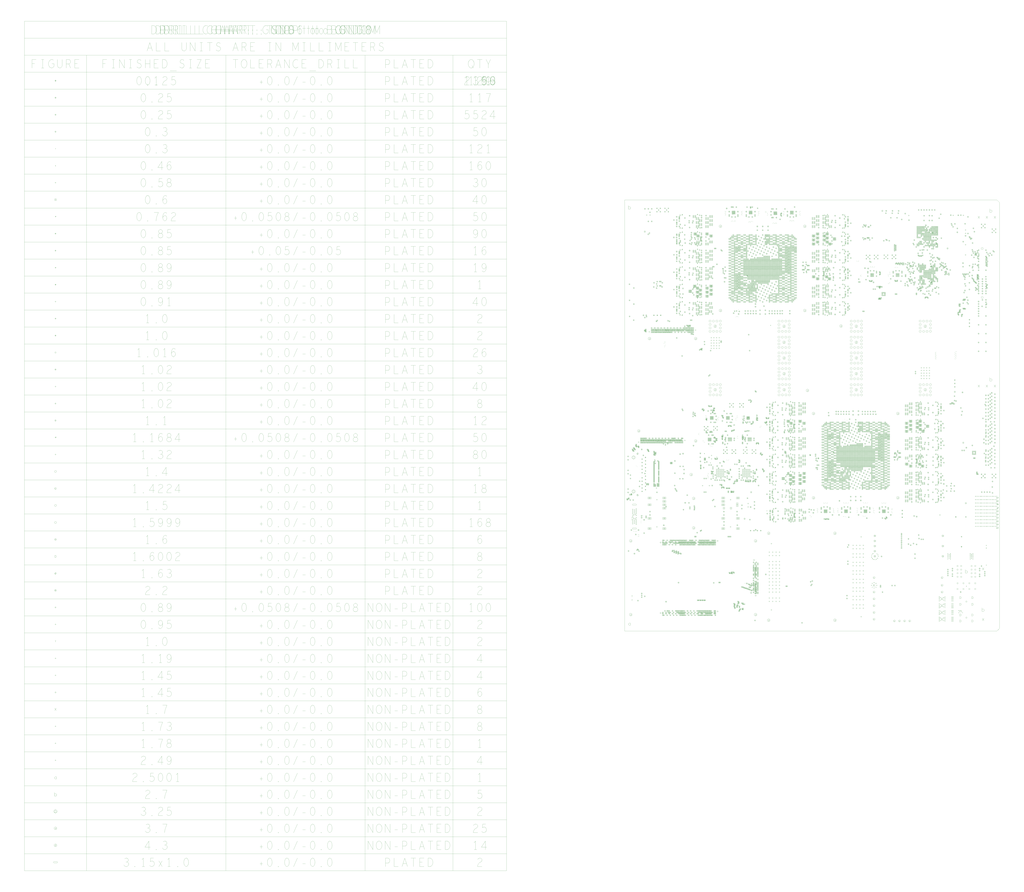
<source format=gbr>
G04 Created by GerbView*
%FSLAX35Y35*%
%MOMM*%
G75*
%ADD10C,0.0254*%
%ADD11C,0.0991*%
%LNEXPORT*%
D02*
D10*
X26033513Y17669992D02*
X26152462Y17839918D01*
X26033513D02*
X26152462Y17669992D01*
X26033513Y30285004D02*
X26152462Y30454930D01*
X26033513D02*
X26152462Y30285004D01*
X26633538Y17669992D02*
X26752486Y17839918D01*
X26633538D02*
X26752486Y17669992D01*
X26633538Y30285004D02*
X26752486Y30454930D01*
X26633538D02*
X26752486Y30285004D01*
X27233536Y17669992D02*
X27352485Y17839918D01*
X27233536D02*
X27352485Y17669992D01*
X27233536Y30285004D02*
X27352485Y30454930D01*
X27233536D02*
X27352485Y30285004D01*
X26912007Y18120004D02*
Y18390006D01*
Y18255001D02*
X26934511Y18282004D01*
X26961514Y18295501D01*
X26988508Y18300000D01*
X27029008Y18291002D01*
X27056011Y18273005D01*
X27074015Y18241504D01*
Y18205503D01*
X27065009Y18169502D01*
X27047012Y18142499D01*
X27015511Y18124503D01*
X26988508Y18120004D01*
X26961514Y18124503D01*
X26934511Y18138000D01*
X26912007Y18160496D01*
Y30734990D02*
Y31004992D01*
Y30869987D02*
X26934511Y30896990D01*
X26961514Y30910487D01*
X26988508Y30914986D01*
X27029008Y30905988D01*
X27056011Y30887991D01*
X27074015Y30856490D01*
Y30820489D01*
X27065009Y30784488D01*
X27047012Y30757485D01*
X27015511Y30739489D01*
X26988508Y30734990D01*
X26961514Y30739489D01*
X26934511Y30752986D01*
X26912007Y30775482D01*
X-00081003Y30979999D02*
Y31250001D01*
Y31114995D02*
X-00058500Y31141998D01*
X-00031497Y31155495D01*
X-00004503Y31159994D01*
X35996Y31150996D01*
X62999Y31133000D01*
X81003Y31101498D01*
Y31065497D01*
X71997Y31029497D01*
X54001Y31002494D01*
X22499Y30984498D01*
X-00004503Y30979999D01*
X-00031497Y30984498D01*
X-00058500Y30997995D01*
X-00081003Y31020490D01*
X200000Y669600D02*
G03X200000Y669600I-00100000J0D01*
G01*
X130023Y719658D02*
Y619582D01*
Y634590D02*
X123350Y626252D01*
X113341Y621249D01*
X101668Y619582D01*
X88325Y622917D01*
X78316Y631255D01*
X71643Y641263D01*
X69975Y652939D01*
X71643Y664615D01*
X78316Y674624D01*
X88325Y682962D01*
X101668Y686297D01*
X113341Y684629D01*
X121682Y681294D01*
X130023Y674624D01*
X200000Y6181400D02*
G03X200000Y6181400I-00100000J0D01*
G01*
X130023Y6231458D02*
Y6131382D01*
Y6146390D02*
X123350Y6138052D01*
X113341Y6133049D01*
X101668Y6131382D01*
X88325Y6134717D01*
X78316Y6143055D01*
X71643Y6153063D01*
X69975Y6164739D01*
X71643Y6176415D01*
X78316Y6186424D01*
X88325Y6194762D01*
X101668Y6198097D01*
X113341Y6196429D01*
X121682Y6193094D01*
X130023Y6186424D01*
X10500000Y250000D02*
G03X10500000Y250000I-00100000J0D01*
G01*
X10430028Y300075D02*
Y199999D01*
Y215007D02*
X10423355Y206669D01*
X10413346Y201667D01*
X10401673Y199999D01*
X10388329Y203334D01*
X10378321Y211672D01*
X10371648Y221681D01*
X10369980Y233357D01*
X10371648Y245033D01*
X10378321Y255041D01*
X10388329Y263379D01*
X10401673Y266714D01*
X10413346Y265047D01*
X10421687Y261712D01*
X10430028Y255041D01*
X10500000Y6750000D02*
G03X10500000Y6750000I-00100000J0D01*
G01*
X10430028Y6800088D02*
Y6700012D01*
Y6715020D02*
X10423355Y6706682D01*
X10413346Y6701679D01*
X10401673Y6700012D01*
X10388329Y6703347D01*
X10378321Y6711685D01*
X10371648Y6721693D01*
X10369980Y6733369D01*
X10371648Y6745045D01*
X10378321Y6755054D01*
X10388329Y6763392D01*
X10401673Y6766727D01*
X10413346Y6765059D01*
X10421687Y6761724D01*
X10430028Y6755054D01*
X13200000Y23400000D02*
G03X13200000Y23400000I-00099999J0D01*
G01*
X13130023Y23450067D02*
Y23349991D01*
Y23364999D02*
X13123349Y23356661D01*
X13113341Y23351659D01*
X13101668Y23349991D01*
X13088324Y23353326D01*
X13078316Y23361664D01*
X13071642Y23371673D01*
X13069975Y23383349D01*
X13071642Y23395025D01*
X13078316Y23405033D01*
X13088324Y23413371D01*
X13101668Y23416706D01*
X13113341Y23415039D01*
X13121682Y23411704D01*
X13130023Y23405033D01*
X13200000Y29700000D02*
G03X13200000Y29700000I-00099999J0D01*
G01*
X13130023Y29750080D02*
Y29650004D01*
Y29665012D02*
X13123349Y29656674D01*
X13113341Y29651671D01*
X13101668Y29650004D01*
X13088324Y29653339D01*
X13078316Y29661677D01*
X13071642Y29671685D01*
X13069975Y29683361D01*
X13071642Y29695037D01*
X13078316Y29705046D01*
X13088324Y29713384D01*
X13101668Y29716719D01*
X13113341Y29715051D01*
X13121682Y29711716D01*
X13130023Y29705046D01*
X13400000Y17425000D02*
G03X13400000Y17425000I-00100000J0D01*
G01*
X13330022Y17475073D02*
Y17374997D01*
Y17390005D02*
X13323349Y17381667D01*
X13313340Y17376664D01*
X13301667Y17374997D01*
X13288324Y17378332D01*
X13278315Y17386670D01*
X13271642Y17396678D01*
X13269974Y17408354D01*
X13271642Y17420030D01*
X13278315Y17430039D01*
X13288324Y17438377D01*
X13301667Y17441712D01*
X13313340Y17440044D01*
X13321681Y17436709D01*
X13330022Y17430039D01*
X13850000Y15700000D02*
G03X13850000Y15700000I-00100000J0D01*
G01*
X13780034Y15750082D02*
Y15650006D01*
Y15665014D02*
X13773361Y15656677D01*
X13763352Y15651674D01*
X13751679Y15650006D01*
X13738335Y15653341D01*
X13728327Y15661679D01*
X13721654Y15671688D01*
X13719986Y15683364D01*
X13721654Y15695040D01*
X13728327Y15705049D01*
X13738335Y15713386D01*
X13751679Y15716722D01*
X13763352Y15715054D01*
X13771693Y15711719D01*
X13780034Y15705049D01*
X13850000Y9400000D02*
G03X13850000Y9400000I-00100000J0D01*
G01*
X13780034Y9450070D02*
Y9349994D01*
Y9365002D02*
X13773361Y9356664D01*
X13763352Y9351661D01*
X13751679Y9349994D01*
X13738335Y9353329D01*
X13728327Y9361667D01*
X13721654Y9371675D01*
X13719986Y9383351D01*
X13721654Y9395027D01*
X13728327Y9405036D01*
X13738335Y9413374D01*
X13751679Y9416709D01*
X13763352Y9415041D01*
X13771693Y9411706D01*
X13780034Y9405036D01*
X1600000Y21300000D02*
G03X1600000Y21300000I-00100000J0D01*
G01*
X1530021Y21350071D02*
Y21249995D01*
Y21265003D02*
X1523347Y21256665D01*
X1513339Y21251663D01*
X1501666Y21249995D01*
X1488322Y21253330D01*
X1478313Y21261668D01*
X1471640Y21271677D01*
X1469972Y21283353D01*
X1471640Y21295029D01*
X1478313Y21305037D01*
X1488322Y21313375D01*
X1501666Y21316710D01*
X1513339Y21315043D01*
X1521680Y21311708D01*
X1530021Y21305037D01*
X15450000Y250000D02*
G03X15450000Y250000I-00100000J0D01*
G01*
X15380031Y300075D02*
Y199999D01*
Y215007D02*
X15373358Y206669D01*
X15363349Y201667D01*
X15351676Y199999D01*
X15338332Y203334D01*
X15328324Y211672D01*
X15321651Y221681D01*
X15319983Y233357D01*
X15321651Y245033D01*
X15328324Y255041D01*
X15338332Y263379D01*
X15351676Y266714D01*
X15363349Y265047D01*
X15371690Y261712D01*
X15380031Y255041D01*
X15450000Y6750000D02*
G03X15450000Y6750000I-00100000J0D01*
G01*
X15380031Y6800088D02*
Y6700012D01*
Y6715020D02*
X15373358Y6706682D01*
X15363349Y6701679D01*
X15351676Y6700012D01*
X15338332Y6703347D01*
X15328324Y6711685D01*
X15321651Y6721693D01*
X15319983Y6733369D01*
X15321651Y6745045D01*
X15328324Y6755054D01*
X15338332Y6763392D01*
X15351676Y6766727D01*
X15363349Y6765059D01*
X15371690Y6761724D01*
X15380031Y6755054D01*
X15900000Y22238000D02*
G03X15900000Y22238000I-00100000J0D01*
G01*
X15830017Y22288068D02*
Y22187992D01*
Y22203000D02*
X15823344Y22194662D01*
X15813335Y22189659D01*
X15801662Y22187992D01*
X15788319Y22191327D01*
X15778310Y22199665D01*
X15771637Y22209673D01*
X15769969Y22221349D01*
X15771637Y22233025D01*
X15778310Y22243034D01*
X15788319Y22251372D01*
X15801662Y22254707D01*
X15813335Y22253039D01*
X15821676Y22249704D01*
X15830017Y22243034D01*
X20150000Y15700000D02*
G03X20150000Y15700000I-00099999J0D01*
G01*
X20080022Y15750082D02*
Y15650006D01*
Y15665014D02*
X20073348Y15656677D01*
X20063340Y15651674D01*
X20051667Y15650006D01*
X20038323Y15653341D01*
X20028314Y15661679D01*
X20021641Y15671688D01*
X20019973Y15683364D01*
X20021641Y15695040D01*
X20028314Y15705049D01*
X20038323Y15713386D01*
X20051667Y15716722D01*
X20063340Y15715054D01*
X20071681Y15711719D01*
X20080022Y15705049D01*
X20150000Y9400000D02*
G03X20150000Y9400000I-00099999J0D01*
G01*
X20080022Y9450070D02*
Y9349994D01*
Y9365002D02*
X20073348Y9356664D01*
X20063340Y9351661D01*
X20051667Y9349994D01*
X20038323Y9353329D01*
X20028314Y9361667D01*
X20021641Y9371675D01*
X20019973Y9383351D01*
X20021641Y9395027D01*
X20028314Y9405036D01*
X20038323Y9413374D01*
X20051667Y9416709D01*
X20063340Y9415041D01*
X20071681Y9411706D01*
X20080022Y9405036D01*
X4712500Y11137500D02*
G03X4712500Y11137500I-00100000J0D01*
G01*
X4642511Y11187582D02*
Y11087506D01*
Y11102514D02*
X4635838Y11094176D01*
X4625829Y11089174D01*
X4614156Y11087506D01*
X4600812Y11090841D01*
X4590804Y11099179D01*
X4584131Y11109188D01*
X4582463Y11120864D01*
X4584131Y11132540D01*
X4590804Y11142548D01*
X4600812Y11150886D01*
X4614156Y11154221D01*
X4625829Y11152554D01*
X4634170Y11149219D01*
X4642511Y11142548D01*
X4900000Y7150000D02*
G03X4900000Y7150000I-00099999J0D01*
G01*
X4830014Y7200087D02*
Y7100011D01*
Y7115019D02*
X4823341Y7106681D01*
X4813332Y7101678D01*
X4801659Y7100011D01*
X4788315Y7103346D01*
X4778307Y7111684D01*
X4771634Y7121692D01*
X4769966Y7133368D01*
X4771634Y7145044D01*
X4778307Y7155053D01*
X4788315Y7163391D01*
X4801659Y7166726D01*
X4813332Y7165058D01*
X4821673Y7161723D01*
X4830014Y7155053D01*
X4900000Y9356200D02*
G03X4900000Y9356200I-00099999J0D01*
G01*
X4830014Y9406331D02*
Y9306255D01*
Y9321263D02*
X4823341Y9312925D01*
X4813332Y9307922D01*
X4801659Y9306255D01*
X4788315Y9309590D01*
X4778307Y9317928D01*
X4771634Y9327936D01*
X4769966Y9339612D01*
X4771634Y9351288D01*
X4778307Y9361297D01*
X4788315Y9369635D01*
X4801659Y9372970D01*
X4813332Y9371302D01*
X4821673Y9367967D01*
X4830014Y9361297D01*
X5050000Y13650000D02*
G03X5050000Y13650000I-00100000J0D01*
G01*
X4980026Y13700074D02*
Y13599998D01*
Y13615006D02*
X4973353Y13606668D01*
X4963344Y13601665D01*
X4951671Y13599998D01*
X4938328Y13603333D01*
X4928319Y13611671D01*
X4921646Y13621679D01*
X4919978Y13633355D01*
X4921646Y13645031D01*
X4928319Y13655040D01*
X4938328Y13663378D01*
X4951671Y13666713D01*
X4963344Y13665045D01*
X4971685Y13661710D01*
X4980026Y13655040D01*
X5050000Y21300000D02*
G03X5050000Y21300000I-00100000J0D01*
G01*
X4980026Y21350071D02*
Y21249995D01*
Y21265003D02*
X4973353Y21256665D01*
X4963344Y21251663D01*
X4951671Y21249995D01*
X4938328Y21253330D01*
X4928319Y21261668D01*
X4921646Y21271677D01*
X4919978Y21283353D01*
X4921646Y21295029D01*
X4928319Y21305037D01*
X4938328Y21313375D01*
X4951671Y21316710D01*
X4963344Y21315043D01*
X4971685Y21311708D01*
X4980026Y21305037D01*
X6900000Y23400000D02*
G03X6900000Y23400000I-00099999J0D01*
G01*
X6830035Y23450067D02*
Y23349991D01*
Y23364999D02*
X6823362Y23356661D01*
X6813353Y23351659D01*
X6801680Y23349991D01*
X6788337Y23353326D01*
X6778328Y23361664D01*
X6771655Y23371673D01*
X6769987Y23383349D01*
X6771655Y23395025D01*
X6778328Y23405033D01*
X6788337Y23413371D01*
X6801680Y23416706D01*
X6813353Y23415039D01*
X6821694Y23411704D01*
X6830035Y23405033D01*
X6900000Y29700000D02*
G03X6900000Y29700000I-00099999J0D01*
G01*
X6830035Y29750080D02*
Y29650004D01*
Y29665012D02*
X6823362Y29656674D01*
X6813353Y29651671D01*
X6801680Y29650004D01*
X6788337Y29653339D01*
X6778328Y29661677D01*
X6771655Y29671685D01*
X6769987Y29683361D01*
X6771655Y29695037D01*
X6778328Y29705046D01*
X6788337Y29713384D01*
X6801680Y29716719D01*
X6813353Y29715051D01*
X6821694Y29711716D01*
X6830035Y29705046D01*
X800000Y14400000D02*
G03X800000Y14400000I-00100000J0D01*
G01*
X730022Y14450085D02*
Y14350009D01*
Y14365017D02*
X723349Y14356679D01*
X713340Y14351677D01*
X701667Y14350009D01*
X688323Y14353344D01*
X678315Y14361682D01*
X671642Y14371691D01*
X669974Y14383367D01*
X671642Y14395043D01*
X678315Y14405051D01*
X688323Y14413389D01*
X701667Y14416724D01*
X713340Y14415057D01*
X721681Y14411722D01*
X730022Y14405051D01*
X9521800Y669600D02*
G03X9521800Y669600I-00100000J0D01*
G01*
X9451823Y719658D02*
Y619582D01*
Y634590D02*
X9445150Y626252D01*
X9435141Y621249D01*
X9423468Y619582D01*
X9410125Y622917D01*
X9400116Y631255D01*
X9393443Y641263D01*
X9391775Y652939D01*
X9393443Y664615D01*
X9400116Y674624D01*
X9410125Y682962D01*
X9423468Y686297D01*
X9435141Y684629D01*
X9443482Y681294D01*
X9451823Y674624D01*
X9521800Y6181400D02*
G03X9521800Y6181400I-00100000J0D01*
G01*
X9451823Y6231458D02*
Y6131382D01*
Y6146390D02*
X9445150Y6138052D01*
X9435141Y6133049D01*
X9423468Y6131382D01*
X9410125Y6134717D01*
X9400116Y6143055D01*
X9393443Y6153063D01*
X9391775Y6164739D01*
X9393443Y6176415D01*
X9400116Y6186424D01*
X9410125Y6194762D01*
X9423468Y6198097D01*
X9435141Y6196429D01*
X9443482Y6193094D01*
X9451823Y6186424D01*
X23137500Y8118800D02*
X23237500D01*
X23187500Y8068800D02*
Y8168800D01*
X24750000Y5750000D02*
X24800000Y5800000D01*
X24849999Y5750000D01*
X24800000Y5700000D01*
X24750000Y5750000D01*
X24806672Y5751694D02*
X24810009Y5754196D01*
X24812510Y5758365D01*
X24814179Y5764204D01*
X24812510Y5769207D01*
X24809175Y5772542D01*
X24803337Y5775045D01*
X24780820D01*
Y5725007D01*
X24808341D01*
X24814179Y5728342D01*
X24817514Y5733346D01*
X24819182Y5739184D01*
X24817514Y5745021D01*
X24812510Y5750025D01*
X24806672Y5751694D01*
X24780820D01*
X24750000Y6500000D02*
X24800000Y6550000D01*
X24849999Y6500000D01*
X24800000Y6450000D01*
X24750000Y6500000D01*
X24779150Y6474993D02*
X24800000Y6525031D01*
X24820851Y6474993D01*
X24813344Y6492506D02*
X24786656D01*
X24325000Y7975000D02*
X24375000Y8025000D01*
X24425000Y7975000D01*
X24375000Y7925000D01*
X24325000Y7975000D01*
X24381679Y7976684D02*
X24385016Y7979185D01*
X24387517Y7983354D01*
X24389186Y7989193D01*
X24387517Y7994196D01*
X24384182Y7997531D01*
X24378344Y8000034D01*
X24355827D01*
Y7949996D01*
X24383348D01*
X24389186Y7953331D01*
X24392521Y7958336D01*
X24394189Y7964174D01*
X24392521Y7970010D01*
X24387517Y7975014D01*
X24381679Y7976684D01*
X24355827D01*
X25075000Y7975000D02*
X25125000Y8025000D01*
X25175000Y7975000D01*
X25125000Y7925000D01*
X25075000Y7975000D01*
X25104143Y7949996D02*
X25124993Y8000034D01*
X25145844Y7949996D01*
X25138337Y7967509D02*
X25111649D01*
X8655900Y7837500D02*
G03X8655900Y7837500I-00055899J0D01*
G01*
X8588832Y7865440D02*
X8611182D01*
X8600007D02*
Y7809560D01*
X8588832D02*
X8611182D01*
X21318400Y8043800D02*
G03X21318400Y8043800I-00055899J0D01*
G01*
X21251316Y8071688D02*
X21273666D01*
X21262491D02*
Y8015808D01*
X21251316D02*
X21273666D01*
X1205900Y29300000D02*
G03X1205900Y29300000I-00055899J0D01*
G01*
X1138834Y29327932D02*
X1161184D01*
X1150009D02*
Y29272052D01*
X1138834D02*
X1161184D01*
X18943400Y30850000D02*
G03X18943400Y30850000I-00055899J0D01*
G01*
X18876314Y30877941D02*
X18898665D01*
X18887489D02*
Y30822061D01*
X18876314D02*
X18898665D01*
X9143400Y9820000D02*
G03X9143400Y9820000I-00055899J0D01*
G01*
X9076334Y9847935D02*
X9098684D01*
X9087509D02*
Y9792055D01*
X9076334D02*
X9098684D01*
X23812100Y28043800D02*
G03X23812100Y28043800I-00055900J0D01*
G01*
X23745062Y28071673D02*
X23767413D01*
X23756238D02*
Y28015793D01*
X23745062D02*
X23767413D01*
X7874700Y14843800D02*
G03X7874700Y14843800I-00055899J0D01*
G01*
X7807578Y14871674D02*
X7829929D01*
X7818754D02*
Y14815794D01*
X7807578D02*
X7829929D01*
X25180900Y9000000D02*
G03X25180900Y9000000I-00055899J0D01*
G01*
X25113818Y9027922D02*
X25136168D01*
X25124993D02*
Y8972042D01*
X25113818D02*
X25136168D01*
X24987100Y13518800D02*
G03X24987100Y13518800I-00055900J0D01*
G01*
X24920066Y13546683D02*
X24942417D01*
X24931242D02*
Y13490803D01*
X24920066D02*
X24942417D01*
X24355900Y17325000D02*
G03X24355900Y17325000I-00055899J0D01*
G01*
X24288826Y17352924D02*
X24311176D01*
X24300001D02*
Y17297044D01*
X24288826D02*
X24311176D01*
X1834000Y12252300D02*
X1934000D01*
X1884000Y12202300D02*
Y12302300D01*
X1961000Y10130300D02*
X2061000D01*
X2011000Y10080300D02*
Y10180300D01*
X16109450Y23077500D02*
G03X16109450Y23077500I-00044450J0D01*
G01*
X16051656Y23053794D02*
X16078327Y23099725D01*
X16109450Y24022500D02*
G03X16109450Y24022500I-00044450J0D01*
G01*
X16051656Y23998801D02*
X16078327Y24044732D01*
X15862850Y23050000D02*
X15977150D01*
X15920000Y22992850D02*
Y23107150D01*
X15924770Y23049992D02*
X15948582Y23107142D01*
X15972397Y23049992D01*
X15963823Y23069993D02*
X15933342D01*
X15862850Y24050000D02*
X15977150D01*
X15920000Y23992850D02*
Y24107150D01*
X15924770Y24049990D02*
X15948582Y24107140D01*
X15972397Y24049990D01*
X15963823Y24069991D02*
X15933342D01*
X3829450Y24377500D02*
G03X3829450Y24377500I-00044450J0D01*
G01*
X3771670Y24353791D02*
X3798342Y24399722D01*
X3829450Y25322500D02*
G03X3829450Y25322500I-00044450J0D01*
G01*
X3771670Y25298798D02*
X3798342Y25344729D01*
X3872850Y25350000D02*
X3987150D01*
X3930000Y25292850D02*
Y25407150D01*
X3934750Y25349987D02*
X3958563Y25407137D01*
X3982378Y25349987D01*
X3973803Y25369989D02*
X3943323D01*
X3872850Y24350000D02*
X3987150D01*
X3930000Y24292850D02*
Y24407150D01*
X3934750Y24349989D02*
X3958563Y24407139D01*
X3982378Y24349989D01*
X3973803Y24369991D02*
X3943323D01*
X14614450Y26622500D02*
G03X14614450Y26622500I-00044449J0D01*
G01*
X14556663Y26598795D02*
X14583334Y26644727D01*
X14654450Y25677500D02*
G03X14654450Y25677500I-00044450J0D01*
G01*
X14596668Y25653788D02*
X14623339Y25699720D01*
X14739400Y26672500D02*
X14815600D01*
X14777500Y26634400D02*
Y26710600D01*
X14801620Y26692809D02*
X14804161Y26694714D01*
X14806066Y26697888D01*
X14807337Y26702334D01*
X14806066Y26706144D01*
X14803526Y26708683D01*
X14799081Y26710589D01*
X14781936D01*
Y26672489D01*
X14802891D01*
X14807337Y26675028D01*
X14809876Y26678839D01*
X14811146Y26683284D01*
X14809876Y26687728D01*
X14806066Y26691538D01*
X14801620Y26692809D01*
X14781936D01*
X14739400Y25627500D02*
X14815600D01*
X14777500Y25589400D02*
Y25665600D01*
X14801620Y25647828D02*
X14804161Y25649732D01*
X14806066Y25652906D01*
X14807337Y25657353D01*
X14806066Y25661162D01*
X14803526Y25663701D01*
X14799081Y25665607D01*
X14781936D01*
Y25627507D01*
X14802891D01*
X14807337Y25630047D01*
X14809876Y25633857D01*
X14811146Y25638302D01*
X14809876Y25642746D01*
X14806066Y25646557D01*
X14801620Y25647828D01*
X14781936D01*
X5284450Y29222500D02*
G03X5284450Y29222500I-00044449J0D01*
G01*
X5226658Y29198790D02*
X5253330Y29244721D01*
X5324450Y28277500D02*
G03X5324450Y28277500I-00044450J0D01*
G01*
X5266663Y28253783D02*
X5293335Y28299714D01*
X5034400Y28227500D02*
X5110600D01*
X5072500Y28189400D02*
Y28265600D01*
X5096636Y28247822D02*
X5099177Y28249727D01*
X5101081Y28252901D01*
X5102352Y28257348D01*
X5101081Y28261157D01*
X5098542Y28263696D01*
X5094097Y28265602D01*
X5076952D01*
Y28227502D01*
X5097907D01*
X5102352Y28230041D01*
X5104892Y28233852D01*
X5106161Y28238297D01*
X5104892Y28242741D01*
X5101081Y28246551D01*
X5096636Y28247822D01*
X5076952D01*
X5034400Y29272500D02*
X5110600D01*
X5072500Y29234400D02*
Y29310600D01*
X5096636Y29292829D02*
X5099177Y29294734D01*
X5101081Y29297908D01*
X5102352Y29302355D01*
X5101081Y29306164D01*
X5098542Y29308703D01*
X5094097Y29310609D01*
X5076952D01*
Y29272509D01*
X5097907D01*
X5102352Y29275048D01*
X5104892Y29278859D01*
X5106161Y29283304D01*
X5104892Y29287748D01*
X5101081Y29291558D01*
X5096636Y29292829D01*
X5076952D01*
X16109450Y24377500D02*
G03X16109450Y24377500I-00044450J0D01*
G01*
X16051656Y24353791D02*
X16078327Y24399722D01*
X16109450Y25322500D02*
G03X16109450Y25322500I-00044450J0D01*
G01*
X16051656Y25298798D02*
X16078327Y25344729D01*
X15862850Y24350000D02*
X15977150D01*
X15920000Y24292850D02*
Y24407150D01*
X15924770Y24349989D02*
X15948582Y24407139D01*
X15972397Y24349989D01*
X15963823Y24369991D02*
X15933342D01*
X15862850Y25350000D02*
X15977150D01*
X15920000Y25292850D02*
Y25407150D01*
X15924770Y25349987D02*
X15948582Y25407137D01*
X15972397Y25349987D01*
X15963823Y25369989D02*
X15933342D01*
X12259450Y8572500D02*
G03X12259450Y8572500I-00044450J0D01*
G01*
X12201676Y8548793D02*
X12228348Y8594725D01*
X12299450Y7627500D02*
G03X12299450Y7627500I-00044449J0D01*
G01*
X12241656Y7603786D02*
X12268327Y7649718D01*
X12009400Y7577500D02*
X12085600D01*
X12047500Y7539400D02*
Y7615600D01*
X12071628Y7597826D02*
X12074169Y7599730D01*
X12076074Y7602904D01*
X12077345Y7607351D01*
X12076074Y7611160D01*
X12073534Y7613699D01*
X12069089Y7615605D01*
X12051944D01*
Y7577505D01*
X12072899D01*
X12077345Y7580045D01*
X12079884Y7583855D01*
X12081154Y7588300D01*
X12079884Y7592744D01*
X12076074Y7596555D01*
X12071628Y7597826D01*
X12051944D01*
X12009400Y8622500D02*
X12085600D01*
X12047500Y8584400D02*
Y8660600D01*
X12071628Y8642832D02*
X12074169Y8644737D01*
X12076074Y8647911D01*
X12077345Y8652358D01*
X12076074Y8656167D01*
X12073534Y8658706D01*
X12069089Y8660612D01*
X12051944D01*
Y8622512D01*
X12072899D01*
X12077345Y8625051D01*
X12079884Y8628862D01*
X12081154Y8633307D01*
X12079884Y8637751D01*
X12076074Y8641561D01*
X12071628Y8642832D01*
X12051944D01*
X16109450Y26977500D02*
G03X16109450Y26977500I-00044450J0D01*
G01*
X16051656Y26953786D02*
X16078327Y26999717D01*
X16109450Y27922500D02*
G03X16109450Y27922500I-00044450J0D01*
G01*
X16051656Y27898793D02*
X16078327Y27944724D01*
X15862850Y26950000D02*
X15977150D01*
X15920000Y26892850D02*
Y27007150D01*
X15924770Y26950009D02*
X15948582Y27007159D01*
X15972397Y26950009D01*
X15963823Y26970011D02*
X15933342D01*
X15862850Y27950000D02*
X15977150D01*
X15920000Y27892850D02*
Y28007150D01*
X15924770Y27950007D02*
X15948582Y28007157D01*
X15972397Y27950007D01*
X15963823Y27970009D02*
X15933342D01*
X16109450Y29577500D02*
G03X16109450Y29577500I-00044450J0D01*
G01*
X16051656Y29553806D02*
X16078327Y29599737D01*
X16109450Y30522500D02*
G03X16109450Y30522500I-00044450J0D01*
G01*
X16051656Y30498788D02*
X16078327Y30544719D01*
X15862850Y29550000D02*
X15977150D01*
X15920000Y29492850D02*
Y29607150D01*
X15924770Y29550004D02*
X15948582Y29607154D01*
X15972397Y29550004D01*
X15963823Y29570006D02*
X15933342D01*
X15862850Y30550000D02*
X15977150D01*
X15920000Y30492850D02*
Y30607150D01*
X15924770Y30550002D02*
X15948582Y30607152D01*
X15972397Y30550002D01*
X15963823Y30570004D02*
X15933342D01*
X3829450Y23077500D02*
G03X3829450Y23077500I-00044450J0D01*
G01*
X3771670Y23053794D02*
X3798342Y23099725D01*
X3829450Y24022500D02*
G03X3829450Y24022500I-00044450J0D01*
G01*
X3771670Y23998801D02*
X3798342Y24044732D01*
X3872850Y24050000D02*
X3987150D01*
X3930000Y23992850D02*
Y24107150D01*
X3934750Y24049990D02*
X3958563Y24107140D01*
X3982378Y24049990D01*
X3973803Y24069991D02*
X3943323D01*
X3872850Y23050000D02*
X3987150D01*
X3930000Y22992850D02*
Y23107150D01*
X3934750Y23049992D02*
X3958563Y23107142D01*
X3982378Y23049992D01*
X3973803Y23069993D02*
X3943323D01*
X3829450Y25677500D02*
G03X3829450Y25677500I-00044450J0D01*
G01*
X3771670Y25653788D02*
X3798342Y25699720D01*
X3829450Y26622500D02*
G03X3829450Y26622500I-00044450J0D01*
G01*
X3771670Y26598795D02*
X3798342Y26644727D01*
X3872850Y26650000D02*
X3987150D01*
X3930000Y26592850D02*
Y26707150D01*
X3934750Y26650010D02*
X3958563Y26707160D01*
X3982378Y26650010D01*
X3973803Y26670011D02*
X3943323D01*
X3872850Y25650000D02*
X3987150D01*
X3930000Y25592850D02*
Y25707150D01*
X3934750Y25650012D02*
X3958563Y25707162D01*
X3982378Y25650012D01*
X3973803Y25670013D02*
X3943323D01*
X3829450Y26977500D02*
G03X3829450Y26977500I-00044450J0D01*
G01*
X3771670Y26953786D02*
X3798342Y26999717D01*
X3829450Y27922500D02*
G03X3829450Y27922500I-00044450J0D01*
G01*
X3771670Y27898793D02*
X3798342Y27944724D01*
X3872850Y27950000D02*
X3987150D01*
X3930000Y27892850D02*
Y28007150D01*
X3934750Y27950007D02*
X3958563Y28007157D01*
X3982378Y27950007D01*
X3973803Y27970009D02*
X3943323D01*
X3872850Y26950000D02*
X3987150D01*
X3930000Y26892850D02*
Y27007150D01*
X3934750Y26950009D02*
X3958563Y27007159D01*
X3982378Y26950009D01*
X3973803Y26970011D02*
X3943323D01*
X3829450Y29577500D02*
G03X3829450Y29577500I-00044450J0D01*
G01*
X3771670Y29553806D02*
X3798342Y29599737D01*
X3829450Y30522500D02*
G03X3829450Y30522500I-00044450J0D01*
G01*
X3771670Y30498788D02*
X3798342Y30544719D01*
X3872850Y30550000D02*
X3987150D01*
X3930000Y30492850D02*
Y30607150D01*
X3934750Y30550002D02*
X3958563Y30607152D01*
X3982378Y30550002D01*
X3973803Y30570004D02*
X3943323D01*
X3872850Y29550000D02*
X3987150D01*
X3930000Y29492850D02*
Y29607150D01*
X3934750Y29550004D02*
X3958563Y29607154D01*
X3982378Y29550004D01*
X3973803Y29570006D02*
X3943323D01*
X16109450Y28277500D02*
G03X16109450Y28277500I-00044450J0D01*
G01*
X16051656Y28253783D02*
X16078327Y28299714D01*
X16109450Y29222500D02*
G03X16109450Y29222500I-00044450J0D01*
G01*
X16051656Y29198790D02*
X16078327Y29244721D01*
X15862850Y28250000D02*
X15977150D01*
X15920000Y28192850D02*
Y28307150D01*
X15924770Y28250007D02*
X15948582Y28307157D01*
X15972397Y28250007D01*
X15963823Y28270008D02*
X15933342D01*
X15862850Y29250000D02*
X15977150D01*
X15920000Y29192850D02*
Y29307150D01*
X15924770Y29250005D02*
X15948582Y29307155D01*
X15972397Y29250005D01*
X15963823Y29270006D02*
X15933342D01*
X23059450Y10022500D02*
G03X23059450Y10022500I-00044450J0D01*
G01*
X23001655Y9998803D02*
X23028326Y10044734D01*
X23059450Y9077500D02*
G03X23059450Y9077500I-00044450J0D01*
G01*
X23001655Y9053796D02*
X23028326Y9099727D01*
X22812850Y9050000D02*
X22927150D01*
X22870000Y8992850D02*
Y9107150D01*
X22874768Y9049994D02*
X22898581Y9107144D01*
X22922396Y9049994D01*
X22913821Y9069996D02*
X22883341D01*
X22812850Y10050000D02*
X22927150D01*
X22870000Y9992850D02*
Y10107150D01*
X22874768Y10049992D02*
X22898581Y10107142D01*
X22922396Y10049992D01*
X22913821Y10069994D02*
X22883341D01*
X10779450Y10377500D02*
G03X10779450Y10377500I-00044450J0D01*
G01*
X10721669Y10353794D02*
X10748340Y10399725D01*
X10779450Y11322500D02*
G03X10779450Y11322500I-00044450J0D01*
G01*
X10721669Y11298801D02*
X10748340Y11344732D01*
X10822850Y11350000D02*
X10937150D01*
X10880000Y11292850D02*
Y11407150D01*
X10884749Y11349990D02*
X10908562Y11407140D01*
X10932377Y11349990D01*
X10923802Y11369991D02*
X10893322D01*
X10822850Y10350000D02*
X10937150D01*
X10880000Y10292850D02*
Y10407150D01*
X10884749Y10349992D02*
X10908562Y10407142D01*
X10932377Y10349992D01*
X10923802Y10369993D02*
X10893322D01*
X21564450Y12622500D02*
G03X21564450Y12622500I-00044450J0D01*
G01*
X21506661Y12598798D02*
X21533333Y12644729D01*
X21604450Y11677500D02*
G03X21604450Y11677500I-00044450J0D01*
G01*
X21546666Y11653791D02*
X21573338Y11699722D01*
X21689400Y12672500D02*
X21765600D01*
X21727500Y12634400D02*
Y12710600D01*
X21751619Y12692812D02*
X21754160Y12694716D01*
X21756064Y12697890D01*
X21757335Y12702337D01*
X21756064Y12706146D01*
X21753525Y12708685D01*
X21749080Y12710591D01*
X21731935D01*
Y12672491D01*
X21752890D01*
X21757335Y12675031D01*
X21759875Y12678841D01*
X21761145Y12683286D01*
X21759875Y12687730D01*
X21756064Y12691541D01*
X21751619Y12692812D01*
X21731935D01*
X21689400Y11627500D02*
X21765600D01*
X21727500Y11589400D02*
Y11665600D01*
X21751619Y11647830D02*
X21754160Y11649735D01*
X21756064Y11652909D01*
X21757335Y11657356D01*
X21756064Y11661165D01*
X21753525Y11663704D01*
X21749080Y11665610D01*
X21731935D01*
Y11627510D01*
X21752890D01*
X21757335Y11630049D01*
X21759875Y11633860D01*
X21761145Y11638305D01*
X21759875Y11642749D01*
X21756064Y11646559D01*
X21751619Y11647830D01*
X21731935D01*
X12234450Y15222500D02*
G03X12234450Y15222500I-00044450J0D01*
G01*
X12176657Y15198793D02*
X12203329Y15244724D01*
X12274450Y14277500D02*
G03X12274450Y14277500I-00044449J0D01*
G01*
X12216662Y14253786D02*
X12243334Y14299717D01*
X11984400Y14227500D02*
X12060600D01*
X12022500Y14189400D02*
Y14265600D01*
X12046635Y14247825D02*
X12049175Y14249730D01*
X12051080Y14252904D01*
X12052351Y14257350D01*
X12051080Y14261160D01*
X12048541Y14263699D01*
X12044095Y14265605D01*
X12026950D01*
Y14227505D01*
X12047906D01*
X12052351Y14230044D01*
X12054890Y14233855D01*
X12056160Y14238300D01*
X12054890Y14242744D01*
X12051080Y14246554D01*
X12046635Y14247825D01*
X12026950D01*
X11984400Y15272500D02*
X12060600D01*
X12022500Y15234400D02*
Y15310600D01*
X12046635Y15292832D02*
X12049175Y15294736D01*
X12051080Y15297911D01*
X12052351Y15302357D01*
X12051080Y15306166D01*
X12048541Y15308706D01*
X12044095Y15310612D01*
X12026950D01*
Y15272512D01*
X12047906D01*
X12052351Y15275051D01*
X12054890Y15278861D01*
X12056160Y15283307D01*
X12054890Y15287751D01*
X12051080Y15291561D01*
X12046635Y15292832D01*
X12026950D01*
X23059450Y10377500D02*
G03X23059450Y10377500I-00044450J0D01*
G01*
X23001655Y10353794D02*
X23028326Y10399725D01*
X23059450Y11322500D02*
G03X23059450Y11322500I-00044450J0D01*
G01*
X23001655Y11298801D02*
X23028326Y11344732D01*
X22812850Y10350000D02*
X22927150D01*
X22870000Y10292850D02*
Y10407150D01*
X22874768Y10349992D02*
X22898581Y10407142D01*
X22922396Y10349992D01*
X22913821Y10369993D02*
X22883341D01*
X22812850Y11350000D02*
X22927150D01*
X22870000Y11292850D02*
Y11407150D01*
X22874768Y11349990D02*
X22898581Y11407140D01*
X22922396Y11349990D01*
X22913821Y11369991D02*
X22883341D01*
X23059450Y12977500D02*
G03X23059450Y12977500I-00044450J0D01*
G01*
X23001655Y12953788D02*
X23028326Y12999720D01*
X23059450Y13922500D02*
G03X23059450Y13922500I-00044450J0D01*
G01*
X23001655Y13898795D02*
X23028326Y13944727D01*
X22812850Y12950000D02*
X22927150D01*
X22870000Y12892850D02*
Y13007150D01*
X22874768Y12950012D02*
X22898581Y13007162D01*
X22922396Y12950012D01*
X22913821Y12970013D02*
X22883341D01*
X22812850Y13950000D02*
X22927150D01*
X22870000Y13892850D02*
Y14007150D01*
X22874768Y13950010D02*
X22898581Y14007160D01*
X22922396Y13950010D01*
X22913821Y13970011D02*
X22883341D01*
X23059450Y15577500D02*
G03X23059450Y15577500I-00044450J0D01*
G01*
X23001655Y15553783D02*
X23028326Y15599714D01*
X23059450Y16522500D02*
G03X23059450Y16522500I-00044450J0D01*
G01*
X23001655Y16498790D02*
X23028326Y16544721D01*
X22812850Y15550000D02*
X22927150D01*
X22870000Y15492850D02*
Y15607150D01*
X22874768Y15550007D02*
X22898581Y15607157D01*
X22922396Y15550007D01*
X22913821Y15570008D02*
X22883341D01*
X22812850Y16550000D02*
X22927150D01*
X22870000Y16492850D02*
Y16607150D01*
X22874768Y16550005D02*
X22898581Y16607155D01*
X22922396Y16550005D01*
X22913821Y16570006D02*
X22883341D01*
X10779450Y10022500D02*
G03X10779450Y10022500I-00044450J0D01*
G01*
X10721669Y9998803D02*
X10748340Y10044734D01*
X10779450Y9077500D02*
G03X10779450Y9077500I-00044450J0D01*
G01*
X10721669Y9053796D02*
X10748340Y9099727D01*
X10822850Y10050000D02*
X10937150D01*
X10880000Y9992850D02*
Y10107150D01*
X10884749Y10049992D02*
X10908562Y10107142D01*
X10932377Y10049992D01*
X10923802Y10069994D02*
X10893322D01*
X10822850Y9050000D02*
X10937150D01*
X10880000Y8992850D02*
Y9107150D01*
X10884749Y9049994D02*
X10908562Y9107144D01*
X10932377Y9049994D01*
X10923802Y9069996D02*
X10893322D01*
X10779450Y11677500D02*
G03X10779450Y11677500I-00044450J0D01*
G01*
X10721669Y11653791D02*
X10748340Y11699722D01*
X10779450Y12622500D02*
G03X10779450Y12622500I-00044450J0D01*
G01*
X10721669Y12598798D02*
X10748340Y12644729D01*
X10822850Y12650000D02*
X10937150D01*
X10880000Y12592850D02*
Y12707150D01*
X10884749Y12649987D02*
X10908562Y12707137D01*
X10932377Y12649987D01*
X10923802Y12669989D02*
X10893322D01*
X10822850Y11650000D02*
X10937150D01*
X10880000Y11592850D02*
Y11707150D01*
X10884749Y11649989D02*
X10908562Y11707139D01*
X10932377Y11649989D01*
X10923802Y11669991D02*
X10893322D01*
X10779450Y12977500D02*
G03X10779450Y12977500I-00044450J0D01*
G01*
X10721669Y12953788D02*
X10748340Y12999720D01*
X10779450Y13922500D02*
G03X10779450Y13922500I-00044450J0D01*
G01*
X10721669Y13898795D02*
X10748340Y13944727D01*
X10822850Y13950000D02*
X10937150D01*
X10880000Y13892850D02*
Y14007150D01*
X10884749Y13950010D02*
X10908562Y14007160D01*
X10932377Y13950010D01*
X10923802Y13970011D02*
X10893322D01*
X10822850Y12950000D02*
X10937150D01*
X10880000Y12892850D02*
Y13007150D01*
X10884749Y12950012D02*
X10908562Y13007162D01*
X10932377Y12950012D01*
X10923802Y12970013D02*
X10893322D01*
X10779450Y15577500D02*
G03X10779450Y15577500I-00044450J0D01*
G01*
X10721669Y15553783D02*
X10748340Y15599714D01*
X10779450Y16522500D02*
G03X10779450Y16522500I-00044450J0D01*
G01*
X10721669Y16498790D02*
X10748340Y16544721D01*
X10822850Y16550000D02*
X10937150D01*
X10880000Y16492850D02*
Y16607150D01*
X10884749Y16550005D02*
X10908562Y16607155D01*
X10932377Y16550005D01*
X10923802Y16570006D02*
X10893322D01*
X10822850Y15550000D02*
X10937150D01*
X10880000Y15492850D02*
Y15607150D01*
X10884749Y15550007D02*
X10908562Y15607157D01*
X10932377Y15550007D01*
X10923802Y15570008D02*
X10893322D01*
X23059450Y14277500D02*
G03X23059450Y14277500I-00044450J0D01*
G01*
X23001655Y14253786D02*
X23028326Y14299717D01*
X23059450Y15222500D02*
G03X23059450Y15222500I-00044450J0D01*
G01*
X23001655Y15198793D02*
X23028326Y15244724D01*
X22812850Y14250000D02*
X22927150D01*
X22870000Y14192850D02*
Y14307150D01*
X22874768Y14250009D02*
X22898581Y14307159D01*
X22922396Y14250009D01*
X22913821Y14270011D02*
X22883341D01*
X22812850Y15250000D02*
X22927150D01*
X22870000Y15192850D02*
Y15307150D01*
X22874768Y15250007D02*
X22898581Y15307157D01*
X22922396Y15250007D01*
X22913821Y15270009D02*
X22883341D01*
X10391000Y2356500D02*
X10491000D01*
X10441000Y2306500D02*
Y2406500D01*
X10645000Y2356500D02*
X10745000D01*
X10695000Y2306500D02*
Y2406500D01*
X10899000Y2356500D02*
X10999000D01*
X10949000Y2306500D02*
Y2406500D01*
X11153000Y2356500D02*
X11253000D01*
X11203000Y2306500D02*
Y2406500D01*
X10391000Y2610500D02*
X10491000D01*
X10441000Y2560500D02*
Y2660500D01*
X10645000Y2610500D02*
X10745000D01*
X10695000Y2560500D02*
Y2660500D01*
X10899000Y2610500D02*
X10999000D01*
X10949000Y2560500D02*
Y2660500D01*
X11153000Y2610500D02*
X11253000D01*
X11203000Y2560500D02*
Y2660500D01*
X10391000Y2864500D02*
X10491000D01*
X10441000Y2814500D02*
Y2914500D01*
X10645000Y2864500D02*
X10745000D01*
X10695000Y2814500D02*
Y2914500D01*
X10899000Y2864500D02*
X10999000D01*
X10949000Y2814500D02*
Y2914500D01*
X11153000Y2864500D02*
X11253000D01*
X11203000Y2814500D02*
Y2914500D01*
X10391000Y3118500D02*
X10491000D01*
X10441000Y3068500D02*
Y3168500D01*
X10645000Y3118500D02*
X10745000D01*
X10695000Y3068500D02*
Y3168500D01*
X10899000Y3118500D02*
X10999000D01*
X10949000Y3068500D02*
Y3168500D01*
X11153000Y3118500D02*
X11253000D01*
X11203000Y3068500D02*
Y3168500D01*
X10391000Y3372500D02*
X10491000D01*
X10441000Y3322500D02*
Y3422500D01*
X10645000Y3372500D02*
X10745000D01*
X10695000Y3322500D02*
Y3422500D01*
X10899000Y3372500D02*
X10999000D01*
X10949000Y3322500D02*
Y3422500D01*
X11153000Y3372500D02*
X11253000D01*
X11203000Y3322500D02*
Y3422500D01*
X10391000Y3626500D02*
X10491000D01*
X10441000Y3576500D02*
Y3676500D01*
X10645000Y3626500D02*
X10745000D01*
X10695000Y3576500D02*
Y3676500D01*
X10899000Y3626500D02*
X10999000D01*
X10949000Y3576500D02*
Y3676500D01*
X11153000Y3626500D02*
X11253000D01*
X11203000Y3576500D02*
Y3676500D01*
X10391000Y3880500D02*
X10491000D01*
X10441000Y3830500D02*
Y3930500D01*
X10645000Y3880500D02*
X10745000D01*
X10695000Y3830500D02*
Y3930500D01*
X10899000Y3880500D02*
X10999000D01*
X10949000Y3830500D02*
Y3930500D01*
X11153000Y3880500D02*
X11253000D01*
X11203000Y3830500D02*
Y3930500D01*
X10391000Y4134500D02*
X10491000D01*
X10441000Y4084500D02*
Y4184500D01*
X10645000Y4134500D02*
X10745000D01*
X10695000Y4084500D02*
Y4184500D01*
X10899000Y4134500D02*
X10999000D01*
X10949000Y4084500D02*
Y4184500D01*
X11153000Y4134500D02*
X11253000D01*
X11203000Y4084500D02*
Y4184500D01*
X10391000Y4388500D02*
X10491000D01*
X10441000Y4338500D02*
Y4438500D01*
X10645000Y4388500D02*
X10745000D01*
X10695000Y4338500D02*
Y4438500D01*
X10899000Y4388500D02*
X10999000D01*
X10949000Y4338500D02*
Y4438500D01*
X11153000Y4388500D02*
X11253000D01*
X11203000Y4338500D02*
Y4438500D01*
X10391000Y4642500D02*
X10491000D01*
X10441000Y4592500D02*
Y4692500D01*
X10645000Y4642500D02*
X10745000D01*
X10695000Y4592500D02*
Y4692500D01*
X10899000Y4642500D02*
X10999000D01*
X10949000Y4592500D02*
Y4692500D01*
X11153000Y4642500D02*
X11253000D01*
X11203000Y4592500D02*
Y4692500D01*
X10550000Y1023000D02*
X10650000D01*
X10600000Y973000D02*
Y1073000D01*
X10550000Y5976000D02*
X10650000D01*
X10600000Y5926000D02*
Y6026000D01*
X10391000Y1658000D02*
X10491000D01*
X10441000Y1608000D02*
Y1708000D01*
X10645000Y1658000D02*
X10745000D01*
X10695000Y1608000D02*
Y1708000D01*
X10899000Y1658000D02*
X10999000D01*
X10949000Y1608000D02*
Y1708000D01*
X11153000Y1658000D02*
X11253000D01*
X11203000Y1608000D02*
Y1708000D01*
X10391000Y1912000D02*
X10491000D01*
X10441000Y1862000D02*
Y1962000D01*
X10645000Y1912000D02*
X10745000D01*
X10695000Y1862000D02*
Y1962000D01*
X10899000Y1912000D02*
X10999000D01*
X10949000Y1862000D02*
Y1962000D01*
X11153000Y1912000D02*
X11253000D01*
X11203000Y1862000D02*
Y1962000D01*
X10391000Y5087000D02*
X10491000D01*
X10441000Y5037000D02*
Y5137000D01*
X10645000Y5087000D02*
X10745000D01*
X10695000Y5037000D02*
Y5137000D01*
X10899000Y5087000D02*
X10999000D01*
X10949000Y5037000D02*
Y5137000D01*
X11153000Y5087000D02*
X11253000D01*
X11203000Y5037000D02*
Y5137000D01*
X10391000Y5341000D02*
X10491000D01*
X10441000Y5291000D02*
Y5391000D01*
X10645000Y5341000D02*
X10745000D01*
X10695000Y5291000D02*
Y5391000D01*
X10899000Y5341000D02*
X10999000D01*
X10949000Y5291000D02*
Y5391000D01*
X11153000Y5341000D02*
X11253000D01*
X11203000Y5291000D02*
Y5391000D01*
X5408500Y10312500D02*
X5508500D01*
X5458500Y10262500D02*
Y10362500D01*
X5916500Y10312500D02*
X6016500D01*
X5966500Y10262500D02*
Y10362500D01*
X20415650Y8454000D02*
G03X20415650Y8454000I-00040649J0D01*
G01*
X20360089Y8433689D02*
Y8474329D01*
X20373636D01*
X20379054Y8472296D01*
X20383119Y8469587D01*
X20386506Y8465524D01*
X20389215Y8460781D01*
X20389892Y8454008D01*
X20389215Y8447235D01*
X20386506Y8442493D01*
X20383119Y8438429D01*
X20379054Y8435720D01*
X20373636Y8433689D01*
X20360089D01*
X20415650Y8200000D02*
G03X20415650Y8200000I-00040649J0D01*
G01*
X20360089Y8179689D02*
Y8220329D01*
X20373636D01*
X20379054Y8218296D01*
X20383119Y8215587D01*
X20386506Y8211524D01*
X20389215Y8206781D01*
X20389892Y8200008D01*
X20389215Y8193235D01*
X20386506Y8188493D01*
X20383119Y8184429D01*
X20379054Y8181720D01*
X20373636Y8179689D01*
X20360089D01*
X20415650Y7946000D02*
G03X20415650Y7946000I-00040649J0D01*
G01*
X20360089Y7925689D02*
Y7966329D01*
X20373636D01*
X20379054Y7964296D01*
X20383119Y7961587D01*
X20386506Y7957524D01*
X20389215Y7952781D01*
X20389892Y7946008D01*
X20389215Y7939235D01*
X20386506Y7934493D01*
X20383119Y7930429D01*
X20379054Y7927720D01*
X20373636Y7925689D01*
X20360089D01*
X24556800Y4305000D02*
G03X24556800Y4305000I-00050800J0D01*
G01*
X24826800Y4305000D02*
G03X24826800Y4305000I-00050800J0D01*
G01*
X25606800Y4305000D02*
G03X25606800Y4305000I-00050800J0D01*
G01*
X25876800Y4305000D02*
G03X25876800Y4305000I-00050799J0D01*
G01*
X24556800Y4035000D02*
G03X24556800Y4035000I-00050800J0D01*
G01*
X24826800Y4035000D02*
G03X24826800Y4035000I-00050800J0D01*
G01*
X25606800Y4035000D02*
G03X25606800Y4035000I-00050800J0D01*
G01*
X25876800Y4035000D02*
G03X25876800Y4035000I-00050799J0D01*
G01*
X24556800Y3765000D02*
G03X24556800Y3765000I-00050800J0D01*
G01*
X24826800Y3765000D02*
G03X24826800Y3765000I-00050800J0D01*
G01*
X25606800Y3765000D02*
G03X25606800Y3765000I-00050800J0D01*
G01*
X25876800Y3765000D02*
G03X25876800Y3765000I-00050799J0D01*
G01*
X24556800Y3495000D02*
G03X24556800Y3495000I-00050800J0D01*
G01*
X24826800Y3495000D02*
G03X24826800Y3495000I-00050800J0D01*
G01*
X25606800Y3495000D02*
G03X25606800Y3495000I-00050800J0D01*
G01*
X25876800Y3495000D02*
G03X25876800Y3495000I-00050799J0D01*
G01*
X24556800Y3015000D02*
G03X24556800Y3015000I-00050800J0D01*
G01*
X24996800Y3015000D02*
G03X24996800Y3015000I-00050800J0D01*
G01*
X25436800Y3015000D02*
G03X25436800Y3015000I-00050800J0D01*
G01*
X25876800Y3015000D02*
G03X25876800Y3015000I-00050799J0D01*
G01*
X24556800Y2585000D02*
G03X24556800Y2585000I-00050800J0D01*
G01*
X24996800Y2585000D02*
G03X24996800Y2585000I-00050800J0D01*
G01*
X25436800Y2585000D02*
G03X25436800Y2585000I-00050800J0D01*
G01*
X25876800Y2585000D02*
G03X25876800Y2585000I-00050799J0D01*
G01*
X24660123Y1868805D02*
Y2021205D01*
X24710922D01*
X24731242Y2013581D01*
X24746483Y2003424D01*
X24759185Y1988187D01*
X24769343Y1970401D01*
X24771883Y1945002D01*
X24769343Y1919603D01*
X24759185Y1901822D01*
X24746483Y1886581D01*
X24731242Y1876423D01*
X24710922Y1868805D01*
X24660123D01*
X25560121D02*
Y2021205D01*
X25610920D01*
X25631240Y2013581D01*
X25646481Y2003424D01*
X25659183Y1988187D01*
X25669341Y1970401D01*
X25671881Y1945002D01*
X25669341Y1919603D01*
X25659183Y1901822D01*
X25646481Y1886581D01*
X25631240Y1876423D01*
X25610920Y1868805D01*
X25560121D01*
X25216800Y1645000D02*
G03X25216800Y1645000I-00050800J0D01*
G01*
X24660123Y1368806D02*
Y1521206D01*
X24710922D01*
X24731242Y1513582D01*
X24746483Y1503425D01*
X24759185Y1488188D01*
X24769343Y1470402D01*
X24771883Y1445003D01*
X24769343Y1419604D01*
X24759185Y1401823D01*
X24746483Y1386582D01*
X24731242Y1376424D01*
X24710922Y1368806D01*
X24660123D01*
X25560121D02*
Y1521206D01*
X25610920D01*
X25631240Y1513582D01*
X25646481Y1503425D01*
X25659183Y1488188D01*
X25669341Y1470402D01*
X25671881Y1445003D01*
X25669341Y1419604D01*
X25659183Y1401823D01*
X25646481Y1386582D01*
X25631240Y1376424D01*
X25610920Y1368806D01*
X25560121D01*
X24660123Y568807D02*
Y721207D01*
X24710922D01*
X24731242Y713584D01*
X24746483Y703426D01*
X24759185Y688189D01*
X24769343Y670404D01*
X24771883Y645005D01*
X24769343Y619605D01*
X24759185Y601825D01*
X24746483Y586583D01*
X24731242Y576425D01*
X24710922Y568807D01*
X24660123D01*
X25560121D02*
Y721207D01*
X25610920D01*
X25631240Y713584D01*
X25646481Y703426D01*
X25659183Y688189D01*
X25669341Y670404D01*
X25671881Y645005D01*
X25669341Y619605D01*
X25659183Y601825D01*
X25646481Y586583D01*
X25631240Y576425D01*
X25610920Y568807D01*
X25560121D01*
X25216800Y445000D02*
G03X25216800Y445000I-00050800J0D01*
G01*
X24660123Y118795D02*
Y271195D01*
X24710922D01*
X24731242Y263572D01*
X24746483Y253414D01*
X24759185Y238178D01*
X24769343Y220392D01*
X24771883Y194993D01*
X24769343Y169594D01*
X24759185Y151813D01*
X24746483Y136571D01*
X24731242Y126414D01*
X24710922Y118795D01*
X24660123D01*
X25560121D02*
Y271195D01*
X25610920D01*
X25631240Y263572D01*
X25646481Y253414D01*
X25659183Y238178D01*
X25669341Y220392D01*
X25671881Y194993D01*
X25669341Y169594D01*
X25659183Y151813D01*
X25646481Y136571D01*
X25631240Y126414D01*
X25610920Y118795D01*
X25560121D01*
X25084985Y3769995D02*
Y4039997D01*
Y3904991D02*
X25107489Y3931994D01*
X25134492Y3945491D01*
X25161486Y3949990D01*
X25201986Y3940992D01*
X25228989Y3922996D01*
X25246993Y3891494D01*
Y3855493D01*
X25237987Y3819493D01*
X25219990Y3792490D01*
X25188489Y3774494D01*
X25161486Y3769995D01*
X25134492Y3774494D01*
X25107489Y3787991D01*
X25084985Y3810486D01*
X26353528Y4009999D02*
X26472477Y4179925D01*
X26353528D02*
X26472477Y4009999D01*
X26331998Y910005D02*
Y1180007D01*
Y1045002D02*
X26354502Y1072005D01*
X26381505Y1085502D01*
X26408499Y1090001D01*
X26448999Y1081003D01*
X26476002Y1063007D01*
X26494006Y1031505D01*
Y995504D01*
X26485000Y959503D01*
X26467003Y932501D01*
X26435502Y914504D01*
X26408499Y910005D01*
X26381505Y914504D01*
X26354502Y928002D01*
X26331998Y950497D01*
X26354519Y219989D02*
X26473467Y389915D01*
X26354519D02*
X26473467Y219989D01*
X1867950Y23044000D02*
G03X1867950Y23044000I-00040650J0D01*
G01*
X1812349Y23023652D02*
Y23064292D01*
X1825895D01*
X1831314Y23062259D01*
X1835378Y23059550D01*
X1838765Y23055487D01*
X1841474Y23050744D01*
X1842151Y23043971D01*
X1841474Y23037198D01*
X1838765Y23032456D01*
X1835378Y23028392D01*
X1831314Y23025683D01*
X1825895Y23023652D01*
X1812349D01*
X2121850Y23044000D02*
G03X2121850Y23044000I-00040650J0D01*
G01*
X2066349Y23023652D02*
Y23064292D01*
X2079895D01*
X2085314Y23062259D01*
X2089378Y23059550D01*
X2092765Y23055487D01*
X2095474Y23050744D01*
X2096151Y23043971D01*
X2095474Y23037198D01*
X2092765Y23032456D01*
X2089378Y23028392D01*
X2085314Y23025683D01*
X2079895Y23023652D01*
X2066349D01*
X2375850Y23044000D02*
G03X2375850Y23044000I-00040649J0D01*
G01*
X2320349Y23023652D02*
Y23064292D01*
X2333895D01*
X2339314Y23062259D01*
X2343378Y23059550D01*
X2346765Y23055487D01*
X2349474Y23050744D01*
X2350151Y23043971D01*
X2349474Y23037198D01*
X2346765Y23032456D01*
X2343378Y23028392D01*
X2339314Y23025683D01*
X2333895Y23023652D01*
X2320349D01*
X1232100Y30537500D02*
X1332100D01*
X1282100Y30487500D02*
Y30587500D01*
X1486100Y30537500D02*
X1586100D01*
X1536100Y30487500D02*
Y30587500D01*
X8812500Y8723000D02*
X8912500D01*
X8862500Y8673000D02*
Y8773000D01*
X8812500Y8977000D02*
X8912500D01*
X8862500Y8927000D02*
Y9027000D01*
X24340650Y17696000D02*
G03X24340650Y17696000I-00040649J0D01*
G01*
X24285100Y17675682D02*
Y17716322D01*
X24298647D01*
X24304066Y17714289D01*
X24308130Y17711580D01*
X24311517Y17707517D01*
X24314226Y17702774D01*
X24314903Y17696001D01*
X24314226Y17689228D01*
X24311517Y17684486D01*
X24308130Y17680422D01*
X24304066Y17677713D01*
X24298647Y17675682D01*
X24285100D01*
X24340650Y17950000D02*
G03X24340650Y17950000I-00040649J0D01*
G01*
X24285100Y17929682D02*
Y17970322D01*
X24298647D01*
X24304066Y17968289D01*
X24308130Y17965580D01*
X24311517Y17961517D01*
X24314226Y17956774D01*
X24314903Y17950001D01*
X24314226Y17943228D01*
X24311517Y17938486D01*
X24308130Y17934422D01*
X24304066Y17931713D01*
X24298647Y17929682D01*
X24285100D01*
X24340650Y18204000D02*
G03X24340650Y18204000I-00040649J0D01*
G01*
X24285100Y18183682D02*
Y18224322D01*
X24298647D01*
X24304066Y18222289D01*
X24308130Y18219580D01*
X24311517Y18215517D01*
X24314226Y18210774D01*
X24314903Y18204001D01*
X24314226Y18197228D01*
X24311517Y18192486D01*
X24308130Y18188422D01*
X24304066Y18185713D01*
X24298647Y18183682D01*
X24285100D01*
X25050000Y29166700D02*
X25150000D01*
X25099999Y29116700D02*
Y29216700D01*
X25050000Y29420800D02*
X25150000D01*
X25099999Y29370800D02*
Y29470800D01*
X143500Y12423000D02*
X306000Y12585500D01*
X468500Y12423000D01*
X306000Y12260500D01*
X143500Y12423000D01*
X246388Y12341758D02*
Y12504318D01*
X300573D01*
X322248Y12496187D01*
X338506Y12485352D01*
X352054Y12469099D01*
X362889Y12450128D01*
X365598Y12423036D01*
X362889Y12395943D01*
X352054Y12376977D01*
X338506Y12360719D01*
X322248Y12349884D01*
X300573Y12341758D01*
X246388D01*
X143500Y9883000D02*
X306000Y10045500D01*
X468500Y9883000D01*
X306000Y9720500D01*
X143500Y9883000D01*
X246388Y9801758D02*
Y9964318D01*
X300573D01*
X322248Y9956187D01*
X338506Y9945352D01*
X352054Y9929099D01*
X362889Y9910128D01*
X365598Y9883036D01*
X362889Y9855943D01*
X352054Y9836977D01*
X338506Y9820719D01*
X322248Y9809884D01*
X300573Y9801758D01*
X246388D01*
X1150500Y12423000D02*
X1195000Y12467500D01*
X1239500Y12423000D01*
X1195000Y12378500D01*
X1150500Y12423000D01*
X1200919Y12424469D02*
X1203883Y12426691D01*
X1206105Y12430394D01*
X1207588Y12435582D01*
X1206105Y12440026D01*
X1203143Y12442989D01*
X1197957Y12445212D01*
X1177954D01*
Y12400762D01*
X1202402D01*
X1207588Y12403725D01*
X1210551Y12408170D01*
X1212032Y12413356D01*
X1210551Y12418541D01*
X1206105Y12422986D01*
X1200919Y12424469D01*
X1177954D01*
X896500Y12296000D02*
X941000Y12340500D01*
X985500Y12296000D01*
X941000Y12251500D01*
X896500Y12296000D01*
X922472Y12273762D02*
X940993Y12318212D01*
X959515Y12273762D01*
X952846Y12289319D02*
X929139D01*
X1150500Y12169000D02*
X1195000Y12213500D01*
X1239500Y12169000D01*
X1195000Y12124500D01*
X1150500Y12169000D01*
X1176472Y12146762D02*
X1194993Y12191212D01*
X1213515Y12146762D01*
X1206846Y12162319D02*
X1183139D01*
X896500Y12042000D02*
X941000Y12086500D01*
X985500Y12042000D01*
X941000Y11997500D01*
X896500Y12042000D01*
X922472Y12019762D02*
X940993Y12064212D01*
X959515Y12019762D01*
X952846Y12035319D02*
X929139D01*
X1150500Y11915000D02*
X1195000Y11959500D01*
X1239500Y11915000D01*
X1195000Y11870500D01*
X1150500Y11915000D01*
X1176472Y11892762D02*
X1194993Y11937212D01*
X1213515Y11892762D01*
X1206846Y11908319D02*
X1183139D01*
X896500Y11788000D02*
X941000Y11832500D01*
X985500Y11788000D01*
X941000Y11743500D01*
X896500Y11788000D01*
X922472Y11765762D02*
X940993Y11810212D01*
X959515Y11765762D01*
X952846Y11781319D02*
X929139D01*
X1150500Y11661000D02*
X1195000Y11705500D01*
X1239500Y11661000D01*
X1195000Y11616500D01*
X1150500Y11661000D01*
X1176472Y11638762D02*
X1194993Y11683212D01*
X1213515Y11638762D01*
X1206846Y11654319D02*
X1183139D01*
X896500Y11534000D02*
X941000Y11578500D01*
X985500Y11534000D01*
X941000Y11489500D01*
X896500Y11534000D01*
X922472Y11511762D02*
X940993Y11556212D01*
X959515Y11511762D01*
X952846Y11527319D02*
X929139D01*
X1150500Y11407000D02*
X1195000Y11451500D01*
X1239500Y11407000D01*
X1195000Y11362500D01*
X1150500Y11407000D01*
X1176472Y11384762D02*
X1194993Y11429212D01*
X1213515Y11384762D01*
X1206846Y11400319D02*
X1183139D01*
X896500Y11280000D02*
X941000Y11324500D01*
X985500Y11280000D01*
X941000Y11235500D01*
X896500Y11280000D01*
X922472Y11257762D02*
X940993Y11302212D01*
X959515Y11257762D01*
X952846Y11273319D02*
X929139D01*
X-00150999Y12500000D02*
X-00099999Y12551000D01*
X-00048999Y12500000D01*
X-00099999Y12449000D01*
X-00150999Y12500000D01*
X-00081280Y12521297D02*
X-00086385Y12523851D01*
X-00092340Y12525552D01*
X-00099148D01*
X-00106807Y12522999D01*
X-00112762Y12518745D01*
X-00117018Y12513639D01*
X-00120422Y12505130D01*
X-00121273Y12497472D01*
X-00119570Y12489814D01*
X-00117018Y12484708D01*
X-00111912Y12479603D01*
X-00105955Y12476200D01*
X-00100000Y12474498D01*
X-00094043D01*
X-00088087Y12476200D01*
X-00082981Y12478752D01*
X-00078726Y12482155D01*
X-00150999Y12246000D02*
X-00099999Y12297000D01*
X-00048999Y12246000D01*
X-00099999Y12195000D01*
X-00150999Y12246000D01*
X-00081280Y12267297D02*
X-00086385Y12269851D01*
X-00092340Y12271552D01*
X-00099148D01*
X-00106807Y12268999D01*
X-00112762Y12264745D01*
X-00117018Y12259639D01*
X-00120422Y12251130D01*
X-00121273Y12243472D01*
X-00119570Y12235814D01*
X-00117018Y12230708D01*
X-00111912Y12225603D01*
X-00105955Y12222200D01*
X-00100000Y12220498D01*
X-00094043D01*
X-00088087Y12222200D01*
X-00082981Y12224752D01*
X-00078726Y12228155D01*
X-00150999Y11458000D02*
X-00099999Y11509000D01*
X-00048999Y11458000D01*
X-00099999Y11407000D01*
X-00150999Y11458000D01*
X-00081280Y11479288D02*
X-00086385Y11481841D01*
X-00092340Y11483543D01*
X-00099148D01*
X-00106807Y11480989D01*
X-00112762Y11476735D01*
X-00117018Y11471630D01*
X-00120422Y11463121D01*
X-00121273Y11455463D01*
X-00119570Y11447805D01*
X-00117018Y11442699D01*
X-00111912Y11437593D01*
X-00105955Y11434190D01*
X-00100000Y11432489D01*
X-00094043D01*
X-00088087Y11434190D01*
X-00082981Y11436742D01*
X-00078726Y11440145D01*
X-00150999Y11204000D02*
X-00099999Y11255000D01*
X-00048999Y11204000D01*
X-00099999Y11153000D01*
X-00150999Y11204000D01*
X-00081280Y11225288D02*
X-00086385Y11227841D01*
X-00092340Y11229543D01*
X-00099148D01*
X-00106807Y11226989D01*
X-00112762Y11222735D01*
X-00117018Y11217630D01*
X-00120422Y11209121D01*
X-00121273Y11201463D01*
X-00119570Y11193805D01*
X-00117018Y11188699D01*
X-00111912Y11183593D01*
X-00105955Y11180190D01*
X-00100000Y11178489D01*
X-00094043D01*
X-00088087Y11180190D01*
X-00082981Y11182742D01*
X-00078726Y11186145D01*
X1150500Y11026000D02*
X1195000Y11070500D01*
X1239500Y11026000D01*
X1195000Y10981500D01*
X1150500Y11026000D01*
X1176472Y11003762D02*
X1194993Y11048212D01*
X1213515Y11003762D01*
X1206846Y11019319D02*
X1183139D01*
X896500Y10899000D02*
X941000Y10943500D01*
X985500Y10899000D01*
X941000Y10854500D01*
X896500Y10899000D01*
X922472Y10876762D02*
X940993Y10921212D01*
X959515Y10876762D01*
X952846Y10892319D02*
X929139D01*
X1150500Y10772000D02*
X1195000Y10816500D01*
X1239500Y10772000D01*
X1195000Y10727500D01*
X1150500Y10772000D01*
X1176472Y10749762D02*
X1194993Y10794212D01*
X1213515Y10749762D01*
X1206846Y10765319D02*
X1183139D01*
X896500Y10645000D02*
X941000Y10689500D01*
X985500Y10645000D01*
X941000Y10600500D01*
X896500Y10645000D01*
X922472Y10622762D02*
X940993Y10667212D01*
X959515Y10622762D01*
X952846Y10638319D02*
X929139D01*
X1150500Y10518000D02*
X1195000Y10562500D01*
X1239500Y10518000D01*
X1195000Y10473500D01*
X1150500Y10518000D01*
X1176472Y10495762D02*
X1194993Y10540212D01*
X1213515Y10495762D01*
X1206846Y10511319D02*
X1183139D01*
X896500Y10391000D02*
X941000Y10435500D01*
X985500Y10391000D01*
X941000Y10346500D01*
X896500Y10391000D01*
X922472Y10368762D02*
X940993Y10413212D01*
X959515Y10368762D01*
X952846Y10384319D02*
X929139D01*
X1150500Y10264000D02*
X1195000Y10308500D01*
X1239500Y10264000D01*
X1195000Y10219500D01*
X1150500Y10264000D01*
X1176472Y10241762D02*
X1194993Y10286212D01*
X1213515Y10241762D01*
X1206846Y10257319D02*
X1183139D01*
X896500Y10137000D02*
X941000Y10181500D01*
X985500Y10137000D01*
X941000Y10092500D01*
X896500Y10137000D01*
X922472Y10114762D02*
X940993Y10159212D01*
X959515Y10114762D01*
X952846Y10130319D02*
X929139D01*
X1150500Y10010000D02*
X1195000Y10054500D01*
X1239500Y10010000D01*
X1195000Y9965500D01*
X1150500Y10010000D01*
X1176472Y9987762D02*
X1194993Y10032212D01*
X1213515Y9987762D01*
X1206846Y10003319D02*
X1183139D01*
X896500Y9883000D02*
X941000Y9927500D01*
X985500Y9883000D01*
X941000Y9838500D01*
X896500Y9883000D01*
X922472Y9860762D02*
X940993Y9905212D01*
X959515Y9860762D01*
X952846Y9876319D02*
X929139D01*
X26000Y11102000D02*
X77000Y11153000D01*
X128000Y11102000D01*
X77000Y11051000D01*
X26000Y11102000D01*
X95707Y11123307D02*
X90601Y11125860D01*
X84646Y11127562D01*
X77838D01*
X70179Y11125008D01*
X64224Y11120754D01*
X59969Y11115649D01*
X56564Y11107140D01*
X55714Y11099482D01*
X57417Y11091824D01*
X59969Y11086718D01*
X65075Y11081612D01*
X71031Y11078209D01*
X76986Y11076508D01*
X82943D01*
X88899Y11078209D01*
X94005Y11080761D01*
X98260Y11084164D01*
X26000Y10848000D02*
X77000Y10899000D01*
X128000Y10848000D01*
X77000Y10797000D01*
X26000Y10848000D01*
X95707Y10869307D02*
X90601Y10871860D01*
X84646Y10873562D01*
X77838D01*
X70179Y10871008D01*
X64224Y10866754D01*
X59969Y10861649D01*
X56564Y10853140D01*
X55714Y10845482D01*
X57417Y10837824D01*
X59969Y10832718D01*
X65075Y10827612D01*
X71031Y10824209D01*
X76986Y10822508D01*
X82943D01*
X88899Y10824209D01*
X94005Y10826761D01*
X98260Y10830164D01*
X-00150999Y10060000D02*
X-00099999Y10111000D01*
X-00048999Y10060000D01*
X-00099999Y10009000D01*
X-00150999Y10060000D01*
X-00081280Y10081297D02*
X-00086385Y10083851D01*
X-00092340Y10085552D01*
X-00099148D01*
X-00106807Y10082998D01*
X-00112762Y10078745D01*
X-00117018Y10073639D01*
X-00120422Y10065130D01*
X-00121273Y10057472D01*
X-00119570Y10049814D01*
X-00117018Y10044708D01*
X-00111912Y10039602D01*
X-00105955Y10036199D01*
X-00100000Y10034498D01*
X-00094043D01*
X-00088087Y10036199D01*
X-00082981Y10038752D01*
X-00078726Y10042154D01*
X-00150999Y9806000D02*
X-00099999Y9857000D01*
X-00048999Y9806000D01*
X-00099999Y9755000D01*
X-00150999Y9806000D01*
X-00081280Y9827297D02*
X-00086385Y9829851D01*
X-00092340Y9831552D01*
X-00099148D01*
X-00106807Y9828998D01*
X-00112762Y9824745D01*
X-00117018Y9819639D01*
X-00120422Y9811130D01*
X-00121273Y9803472D01*
X-00119570Y9795814D01*
X-00117018Y9790708D01*
X-00111912Y9785602D01*
X-00105955Y9782199D01*
X-00100000Y9780498D01*
X-00094043D01*
X-00088087Y9782199D01*
X-00082981Y9784752D01*
X-00078726Y9788154D01*
X529500Y12699500D02*
X611000Y12781000D01*
X692500Y12699500D01*
X611000Y12618000D01*
X529500Y12699500D01*
X638175Y12658750D02*
X583818D01*
Y12740284D01*
X638175D01*
X616432Y12700877D02*
X583818D01*
X529500Y9606500D02*
X611000Y9688000D01*
X692500Y9606500D01*
X611000Y9525000D01*
X529500Y9606500D01*
X638175Y9565741D02*
X583818D01*
Y9647275D01*
X638175D01*
X616432Y9607868D02*
X583818D01*
X14614450Y24022500D02*
G03X14614450Y24022500I-00044449J0D01*
G01*
X14556663Y23998801D02*
X14583334Y24044732D01*
X14654450Y23077500D02*
G03X14654450Y23077500I-00044450J0D01*
G01*
X14596668Y23053794D02*
X14623339Y23099725D01*
X14739400Y24072500D02*
X14815600D01*
X14777500Y24034400D02*
Y24110600D01*
X14801620Y24092814D02*
X14804161Y24094719D01*
X14806066Y24097893D01*
X14807337Y24102340D01*
X14806066Y24106149D01*
X14803526Y24108688D01*
X14799081Y24110594D01*
X14781936D01*
Y24072494D01*
X14802891D01*
X14807337Y24075033D01*
X14809876Y24078844D01*
X14811146Y24083289D01*
X14809876Y24087733D01*
X14806066Y24091543D01*
X14801620Y24092814D01*
X14781936D01*
X14739400Y23027500D02*
X14815600D01*
X14777500Y22989400D02*
Y23065600D01*
X14801620Y23047807D02*
X14804161Y23049712D01*
X14806066Y23052886D01*
X14807337Y23057333D01*
X14806066Y23061142D01*
X14803526Y23063681D01*
X14799081Y23065587D01*
X14781936D01*
Y23027487D01*
X14802891D01*
X14807337Y23030026D01*
X14809876Y23033837D01*
X14811146Y23038282D01*
X14809876Y23042726D01*
X14806066Y23046536D01*
X14801620Y23047807D01*
X14781936D01*
X5284450Y25322500D02*
G03X5284450Y25322500I-00044449J0D01*
G01*
X5226658Y25298798D02*
X5253330Y25344729D01*
X5324450Y24377500D02*
G03X5324450Y24377500I-00044450J0D01*
G01*
X5266663Y24353791D02*
X5293335Y24399722D01*
X5034400Y24327500D02*
X5110600D01*
X5072500Y24289400D02*
Y24365600D01*
X5096636Y24347830D02*
X5099177Y24349735D01*
X5101081Y24352909D01*
X5102352Y24357356D01*
X5101081Y24361165D01*
X5098542Y24363704D01*
X5094097Y24365610D01*
X5076952D01*
Y24327510D01*
X5097907D01*
X5102352Y24330049D01*
X5104892Y24333860D01*
X5106161Y24338305D01*
X5104892Y24342749D01*
X5101081Y24346559D01*
X5096636Y24347830D01*
X5076952D01*
X5034400Y25372500D02*
X5110600D01*
X5072500Y25334400D02*
Y25410600D01*
X5096636Y25392812D02*
X5099177Y25394716D01*
X5101081Y25397890D01*
X5102352Y25402337D01*
X5101081Y25406146D01*
X5098542Y25408685D01*
X5094097Y25410591D01*
X5076952D01*
Y25372491D01*
X5097907D01*
X5102352Y25375031D01*
X5104892Y25378841D01*
X5106161Y25383286D01*
X5104892Y25387730D01*
X5101081Y25391541D01*
X5096636Y25392812D01*
X5076952D01*
X16109450Y25677500D02*
G03X16109450Y25677500I-00044450J0D01*
G01*
X16051656Y25653788D02*
X16078327Y25699720D01*
X16109450Y26622500D02*
G03X16109450Y26622500I-00044450J0D01*
G01*
X16051656Y26598795D02*
X16078327Y26644727D01*
X15862850Y25650000D02*
X15977150D01*
X15920000Y25592850D02*
Y25707150D01*
X15924770Y25650012D02*
X15948582Y25707162D01*
X15972397Y25650012D01*
X15963823Y25670013D02*
X15933342D01*
X15862850Y26650000D02*
X15977150D01*
X15920000Y26592850D02*
Y26707150D01*
X15924770Y26650010D02*
X15948582Y26707160D01*
X15972397Y26650010D01*
X15963823Y26670011D02*
X15933342D01*
X3829450Y28277500D02*
G03X3829450Y28277500I-00044450J0D01*
G01*
X3771670Y28253783D02*
X3798342Y28299714D01*
X3829450Y29222500D02*
G03X3829450Y29222500I-00044450J0D01*
G01*
X3771670Y29198790D02*
X3798342Y29244721D01*
X3872850Y29250000D02*
X3987150D01*
X3930000Y29192850D02*
Y29307150D01*
X3934750Y29250005D02*
X3958563Y29307155D01*
X3982378Y29250005D01*
X3973803Y29270006D02*
X3943323D01*
X3872850Y28250000D02*
X3987150D01*
X3930000Y28192850D02*
Y28307150D01*
X3934750Y28250007D02*
X3958563Y28307157D01*
X3982378Y28250007D01*
X3973803Y28270008D02*
X3943323D01*
X14614450Y25322500D02*
G03X14614450Y25322500I-00044449J0D01*
G01*
X14556663Y25298798D02*
X14583334Y25344729D01*
X14654450Y24377500D02*
G03X14654450Y24377500I-00044450J0D01*
G01*
X14596668Y24353791D02*
X14623339Y24399722D01*
X14739400Y25372500D02*
X14815600D01*
X14777500Y25334400D02*
Y25410600D01*
X14801620Y25392812D02*
X14804161Y25394716D01*
X14806066Y25397890D01*
X14807337Y25402337D01*
X14806066Y25406146D01*
X14803526Y25408685D01*
X14799081Y25410591D01*
X14781936D01*
Y25372491D01*
X14802891D01*
X14807337Y25375031D01*
X14809876Y25378841D01*
X14811146Y25383286D01*
X14809876Y25387730D01*
X14806066Y25391541D01*
X14801620Y25392812D01*
X14781936D01*
X14739400Y24327500D02*
X14815600D01*
X14777500Y24289400D02*
Y24365600D01*
X14801620Y24347830D02*
X14804161Y24349735D01*
X14806066Y24352909D01*
X14807337Y24357356D01*
X14806066Y24361165D01*
X14803526Y24363704D01*
X14799081Y24365610D01*
X14781936D01*
Y24327510D01*
X14802891D01*
X14807337Y24330049D01*
X14809876Y24333860D01*
X14811146Y24338305D01*
X14809876Y24342749D01*
X14806066Y24346559D01*
X14801620Y24347830D01*
X14781936D01*
X10804450Y7627500D02*
G03X10804450Y7627500I-00044450J0D01*
G01*
X10746663Y7603786D02*
X10773334Y7649718D01*
X10804450Y8572500D02*
G03X10804450Y8572500I-00044450J0D01*
G01*
X10746663Y8548793D02*
X10773334Y8594725D01*
X10847850Y8600000D02*
X10962150D01*
X10905000Y8542850D02*
Y8657150D01*
X10909768Y8600008D02*
X10933581Y8657158D01*
X10957396Y8600008D01*
X10948821Y8620009D02*
X10918341D01*
X10847850Y7600000D02*
X10962150D01*
X10905000Y7542850D02*
Y7657150D01*
X10909768Y7600010D02*
X10933581Y7657160D01*
X10957396Y7600010D01*
X10948821Y7620011D02*
X10918341D01*
X14614450Y27922500D02*
G03X14614450Y27922500I-00044449J0D01*
G01*
X14556663Y27898793D02*
X14583334Y27944724D01*
X14654450Y26977500D02*
G03X14654450Y26977500I-00044450J0D01*
G01*
X14596668Y26953786D02*
X14623339Y26999717D01*
X14739400Y27972500D02*
X14815600D01*
X14777500Y27934400D02*
Y28010600D01*
X14801620Y27992832D02*
X14804161Y27994736D01*
X14806066Y27997911D01*
X14807337Y28002357D01*
X14806066Y28006166D01*
X14803526Y28008706D01*
X14799081Y28010612D01*
X14781936D01*
Y27972512D01*
X14802891D01*
X14807337Y27975051D01*
X14809876Y27978861D01*
X14811146Y27983307D01*
X14809876Y27987751D01*
X14806066Y27991561D01*
X14801620Y27992832D01*
X14781936D01*
X14739400Y26927500D02*
X14815600D01*
X14777500Y26889400D02*
Y26965600D01*
X14801620Y26947825D02*
X14804161Y26949730D01*
X14806066Y26952904D01*
X14807337Y26957350D01*
X14806066Y26961160D01*
X14803526Y26963699D01*
X14799081Y26965605D01*
X14781936D01*
Y26927505D01*
X14802891D01*
X14807337Y26930044D01*
X14809876Y26933855D01*
X14811146Y26938300D01*
X14809876Y26942744D01*
X14806066Y26946554D01*
X14801620Y26947825D01*
X14781936D01*
X14614450Y30522500D02*
G03X14614450Y30522500I-00044449J0D01*
G01*
X14556663Y30498788D02*
X14583334Y30544719D01*
X14654450Y29577500D02*
G03X14654450Y29577500I-00044450J0D01*
G01*
X14596668Y29553806D02*
X14623339Y29599737D01*
X14739400Y30572500D02*
X14815600D01*
X14777500Y30534400D02*
Y30610600D01*
X14801620Y30592827D02*
X14804161Y30594731D01*
X14806066Y30597905D01*
X14807337Y30602352D01*
X14806066Y30606161D01*
X14803526Y30608700D01*
X14799081Y30610606D01*
X14781936D01*
Y30572506D01*
X14802891D01*
X14807337Y30575046D01*
X14809876Y30578856D01*
X14811146Y30583301D01*
X14809876Y30587745D01*
X14806066Y30591556D01*
X14801620Y30592827D01*
X14781936D01*
X14739400Y29527500D02*
X14815600D01*
X14777500Y29489400D02*
Y29565600D01*
X14801620Y29547820D02*
X14804161Y29549724D01*
X14806066Y29552899D01*
X14807337Y29557345D01*
X14806066Y29561154D01*
X14803526Y29563694D01*
X14799081Y29565600D01*
X14781936D01*
Y29527500D01*
X14802891D01*
X14807337Y29530039D01*
X14809876Y29533849D01*
X14811146Y29538295D01*
X14809876Y29542739D01*
X14806066Y29546549D01*
X14801620Y29547820D01*
X14781936D01*
X5284450Y24022500D02*
G03X5284450Y24022500I-00044449J0D01*
G01*
X5226658Y23998801D02*
X5253330Y24044732D01*
X5324450Y23077500D02*
G03X5324450Y23077500I-00044450J0D01*
G01*
X5266663Y23053794D02*
X5293335Y23099725D01*
X5034400Y23027500D02*
X5110600D01*
X5072500Y22989400D02*
Y23065600D01*
X5096636Y23047807D02*
X5099177Y23049712D01*
X5101081Y23052886D01*
X5102352Y23057333D01*
X5101081Y23061142D01*
X5098542Y23063681D01*
X5094097Y23065587D01*
X5076952D01*
Y23027487D01*
X5097907D01*
X5102352Y23030026D01*
X5104892Y23033837D01*
X5106161Y23038282D01*
X5104892Y23042726D01*
X5101081Y23046536D01*
X5096636Y23047807D01*
X5076952D01*
X5034400Y24072500D02*
X5110600D01*
X5072500Y24034400D02*
Y24110600D01*
X5096636Y24092814D02*
X5099177Y24094719D01*
X5101081Y24097893D01*
X5102352Y24102340D01*
X5101081Y24106149D01*
X5098542Y24108688D01*
X5094097Y24110594D01*
X5076952D01*
Y24072494D01*
X5097907D01*
X5102352Y24075033D01*
X5104892Y24078844D01*
X5106161Y24083289D01*
X5104892Y24087733D01*
X5101081Y24091543D01*
X5096636Y24092814D01*
X5076952D01*
X5284450Y26622500D02*
G03X5284450Y26622500I-00044449J0D01*
G01*
X5226658Y26598795D02*
X5253330Y26644727D01*
X5324450Y25677500D02*
G03X5324450Y25677500I-00044450J0D01*
G01*
X5266663Y25653788D02*
X5293335Y25699720D01*
X5034400Y25627500D02*
X5110600D01*
X5072500Y25589400D02*
Y25665600D01*
X5096636Y25647828D02*
X5099177Y25649732D01*
X5101081Y25652906D01*
X5102352Y25657353D01*
X5101081Y25661162D01*
X5098542Y25663701D01*
X5094097Y25665607D01*
X5076952D01*
Y25627507D01*
X5097907D01*
X5102352Y25630047D01*
X5104892Y25633857D01*
X5106161Y25638302D01*
X5104892Y25642746D01*
X5101081Y25646557D01*
X5096636Y25647828D01*
X5076952D01*
X5034400Y26672500D02*
X5110600D01*
X5072500Y26634400D02*
Y26710600D01*
X5096636Y26692809D02*
X5099177Y26694714D01*
X5101081Y26697888D01*
X5102352Y26702334D01*
X5101081Y26706144D01*
X5098542Y26708683D01*
X5094097Y26710589D01*
X5076952D01*
Y26672489D01*
X5097907D01*
X5102352Y26675028D01*
X5104892Y26678839D01*
X5106161Y26683284D01*
X5104892Y26687728D01*
X5101081Y26691538D01*
X5096636Y26692809D01*
X5076952D01*
X5284450Y27922500D02*
G03X5284450Y27922500I-00044449J0D01*
G01*
X5226658Y27898793D02*
X5253330Y27944724D01*
X5324450Y26977500D02*
G03X5324450Y26977500I-00044450J0D01*
G01*
X5266663Y26953786D02*
X5293335Y26999717D01*
X5034400Y26927500D02*
X5110600D01*
X5072500Y26889400D02*
Y26965600D01*
X5096636Y26947825D02*
X5099177Y26949730D01*
X5101081Y26952904D01*
X5102352Y26957350D01*
X5101081Y26961160D01*
X5098542Y26963699D01*
X5094097Y26965605D01*
X5076952D01*
Y26927505D01*
X5097907D01*
X5102352Y26930044D01*
X5104892Y26933855D01*
X5106161Y26938300D01*
X5104892Y26942744D01*
X5101081Y26946554D01*
X5096636Y26947825D01*
X5076952D01*
X5034400Y27972500D02*
X5110600D01*
X5072500Y27934400D02*
Y28010600D01*
X5096636Y27992832D02*
X5099177Y27994736D01*
X5101081Y27997911D01*
X5102352Y28002357D01*
X5101081Y28006166D01*
X5098542Y28008706D01*
X5094097Y28010612D01*
X5076952D01*
Y27972512D01*
X5097907D01*
X5102352Y27975051D01*
X5104892Y27978861D01*
X5106161Y27983307D01*
X5104892Y27987751D01*
X5101081Y27991561D01*
X5096636Y27992832D01*
X5076952D01*
X5284450Y30522500D02*
G03X5284450Y30522500I-00044449J0D01*
G01*
X5226658Y30498788D02*
X5253330Y30544719D01*
X5324450Y29577500D02*
G03X5324450Y29577500I-00044450J0D01*
G01*
X5266663Y29553806D02*
X5293335Y29599737D01*
X5034400Y29527500D02*
X5110600D01*
X5072500Y29489400D02*
Y29565600D01*
X5096636Y29547820D02*
X5099177Y29549724D01*
X5101081Y29552899D01*
X5102352Y29557345D01*
X5101081Y29561154D01*
X5098542Y29563694D01*
X5094097Y29565600D01*
X5076952D01*
Y29527500D01*
X5097907D01*
X5102352Y29530039D01*
X5104892Y29533849D01*
X5106161Y29538295D01*
X5104892Y29542739D01*
X5101081Y29546549D01*
X5096636Y29547820D01*
X5076952D01*
X5034400Y30572500D02*
X5110600D01*
X5072500Y30534400D02*
Y30610600D01*
X5096636Y30592827D02*
X5099177Y30594731D01*
X5101081Y30597905D01*
X5102352Y30602352D01*
X5101081Y30606161D01*
X5098542Y30608700D01*
X5094097Y30610606D01*
X5076952D01*
Y30572506D01*
X5097907D01*
X5102352Y30575046D01*
X5104892Y30578856D01*
X5106161Y30583301D01*
X5104892Y30587745D01*
X5101081Y30591556D01*
X5096636Y30592827D01*
X5076952D01*
X14614450Y29222500D02*
G03X14614450Y29222500I-00044449J0D01*
G01*
X14556663Y29198790D02*
X14583334Y29244721D01*
X14654450Y28277500D02*
G03X14654450Y28277500I-00044450J0D01*
G01*
X14596668Y28253783D02*
X14623339Y28299714D01*
X14739400Y29272500D02*
X14815600D01*
X14777500Y29234400D02*
Y29310600D01*
X14801620Y29292829D02*
X14804161Y29294734D01*
X14806066Y29297908D01*
X14807337Y29302355D01*
X14806066Y29306164D01*
X14803526Y29308703D01*
X14799081Y29310609D01*
X14781936D01*
Y29272509D01*
X14802891D01*
X14807337Y29275048D01*
X14809876Y29278859D01*
X14811146Y29283304D01*
X14809876Y29287748D01*
X14806066Y29291558D01*
X14801620Y29292829D01*
X14781936D01*
X14739400Y28227500D02*
X14815600D01*
X14777500Y28189400D02*
Y28265600D01*
X14801620Y28247822D02*
X14804161Y28249727D01*
X14806066Y28252901D01*
X14807337Y28257348D01*
X14806066Y28261157D01*
X14803526Y28263696D01*
X14799081Y28265602D01*
X14781936D01*
Y28227502D01*
X14802891D01*
X14807337Y28230041D01*
X14809876Y28233852D01*
X14811146Y28238297D01*
X14809876Y28242741D01*
X14806066Y28246551D01*
X14801620Y28247822D01*
X14781936D01*
X21564450Y10022500D02*
G03X21564450Y10022500I-00044450J0D01*
G01*
X21506661Y9998803D02*
X21533333Y10044734D01*
X21604450Y9077500D02*
G03X21604450Y9077500I-00044450J0D01*
G01*
X21546666Y9053796D02*
X21573338Y9099727D01*
X21689400Y10072500D02*
X21765600D01*
X21727500Y10034400D02*
Y10110600D01*
X21751619Y10092817D02*
X21754160Y10094721D01*
X21756064Y10097896D01*
X21757335Y10102342D01*
X21756064Y10106151D01*
X21753525Y10108691D01*
X21749080Y10110597D01*
X21731935D01*
Y10072497D01*
X21752890D01*
X21757335Y10075036D01*
X21759875Y10078846D01*
X21761145Y10083292D01*
X21759875Y10087736D01*
X21756064Y10091546D01*
X21751619Y10092817D01*
X21731935D01*
X21689400Y9027500D02*
X21765600D01*
X21727500Y8989400D02*
Y9065600D01*
X21751619Y9047810D02*
X21754160Y9049715D01*
X21756064Y9052889D01*
X21757335Y9057335D01*
X21756064Y9061145D01*
X21753525Y9063684D01*
X21749080Y9065590D01*
X21731935D01*
Y9027490D01*
X21752890D01*
X21757335Y9030029D01*
X21759875Y9033840D01*
X21761145Y9038285D01*
X21759875Y9042729D01*
X21756064Y9046539D01*
X21751619Y9047810D01*
X21731935D01*
X12234450Y11322500D02*
G03X12234450Y11322500I-00044450J0D01*
G01*
X12176657Y11298801D02*
X12203329Y11344732D01*
X12274450Y10377500D02*
G03X12274450Y10377500I-00044449J0D01*
G01*
X12216662Y10353794D02*
X12243334Y10399725D01*
X11984400Y10327500D02*
X12060600D01*
X12022500Y10289400D02*
Y10365600D01*
X12046635Y10347807D02*
X12049175Y10349712D01*
X12051080Y10352886D01*
X12052351Y10357333D01*
X12051080Y10361142D01*
X12048541Y10363681D01*
X12044095Y10365587D01*
X12026950D01*
Y10327487D01*
X12047906D01*
X12052351Y10330026D01*
X12054890Y10333837D01*
X12056160Y10338282D01*
X12054890Y10342726D01*
X12051080Y10346536D01*
X12046635Y10347807D01*
X12026950D01*
X11984400Y11372500D02*
X12060600D01*
X12022500Y11334400D02*
Y11410600D01*
X12046635Y11392814D02*
X12049175Y11394719D01*
X12051080Y11397893D01*
X12052351Y11402340D01*
X12051080Y11406149D01*
X12048541Y11408688D01*
X12044095Y11410594D01*
X12026950D01*
Y11372494D01*
X12047906D01*
X12052351Y11375033D01*
X12054890Y11378844D01*
X12056160Y11383289D01*
X12054890Y11387733D01*
X12051080Y11391543D01*
X12046635Y11392814D01*
X12026950D01*
X23059450Y11677500D02*
G03X23059450Y11677500I-00044450J0D01*
G01*
X23001655Y11653791D02*
X23028326Y11699722D01*
X23059450Y12622500D02*
G03X23059450Y12622500I-00044450J0D01*
G01*
X23001655Y12598798D02*
X23028326Y12644729D01*
X22812850Y11650000D02*
X22927150D01*
X22870000Y11592850D02*
Y11707150D01*
X22874768Y11649989D02*
X22898581Y11707139D01*
X22922396Y11649989D01*
X22913821Y11669991D02*
X22883341D01*
X22812850Y12650000D02*
X22927150D01*
X22870000Y12592850D02*
Y12707150D01*
X22874768Y12649987D02*
X22898581Y12707137D01*
X22922396Y12649987D01*
X22913821Y12669989D02*
X22883341D01*
X10779450Y14277500D02*
G03X10779450Y14277500I-00044450J0D01*
G01*
X10721669Y14253786D02*
X10748340Y14299717D01*
X10779450Y15222500D02*
G03X10779450Y15222500I-00044450J0D01*
G01*
X10721669Y15198793D02*
X10748340Y15244724D01*
X10822850Y15250000D02*
X10937150D01*
X10880000Y15192850D02*
Y15307150D01*
X10884749Y15250007D02*
X10908562Y15307157D01*
X10932377Y15250007D01*
X10923802Y15270009D02*
X10893322D01*
X10822850Y14250000D02*
X10937150D01*
X10880000Y14192850D02*
Y14307150D01*
X10884749Y14250009D02*
X10908562Y14307159D01*
X10932377Y14250009D01*
X10923802Y14270011D02*
X10893322D01*
X21564450Y11322500D02*
G03X21564450Y11322500I-00044450J0D01*
G01*
X21506661Y11298801D02*
X21533333Y11344732D01*
X21604450Y10377500D02*
G03X21604450Y10377500I-00044450J0D01*
G01*
X21546666Y10353794D02*
X21573338Y10399725D01*
X21689400Y11372500D02*
X21765600D01*
X21727500Y11334400D02*
Y11410600D01*
X21751619Y11392814D02*
X21754160Y11394719D01*
X21756064Y11397893D01*
X21757335Y11402340D01*
X21756064Y11406149D01*
X21753525Y11408688D01*
X21749080Y11410594D01*
X21731935D01*
Y11372494D01*
X21752890D01*
X21757335Y11375033D01*
X21759875Y11378844D01*
X21761145Y11383289D01*
X21759875Y11387733D01*
X21756064Y11391543D01*
X21751619Y11392814D01*
X21731935D01*
X21689400Y10327500D02*
X21765600D01*
X21727500Y10289400D02*
Y10365600D01*
X21751619Y10347807D02*
X21754160Y10349712D01*
X21756064Y10352886D01*
X21757335Y10357333D01*
X21756064Y10361142D01*
X21753525Y10363681D01*
X21749080Y10365587D01*
X21731935D01*
Y10327487D01*
X21752890D01*
X21757335Y10330026D01*
X21759875Y10333837D01*
X21761145Y10338282D01*
X21759875Y10342726D01*
X21756064Y10346536D01*
X21751619Y10347807D01*
X21731935D01*
X21564450Y13922500D02*
G03X21564450Y13922500I-00044450J0D01*
G01*
X21506661Y13898795D02*
X21533333Y13944727D01*
X21604450Y12977500D02*
G03X21604450Y12977500I-00044450J0D01*
G01*
X21546666Y12953788D02*
X21573338Y12999720D01*
X21689400Y13972500D02*
X21765600D01*
X21727500Y13934400D02*
Y14010600D01*
X21751619Y13992809D02*
X21754160Y13994714D01*
X21756064Y13997888D01*
X21757335Y14002334D01*
X21756064Y14006144D01*
X21753525Y14008683D01*
X21749080Y14010589D01*
X21731935D01*
Y13972489D01*
X21752890D01*
X21757335Y13975028D01*
X21759875Y13978839D01*
X21761145Y13983284D01*
X21759875Y13987728D01*
X21756064Y13991538D01*
X21751619Y13992809D01*
X21731935D01*
X21689400Y12927500D02*
X21765600D01*
X21727500Y12889400D02*
Y12965600D01*
X21751619Y12947828D02*
X21754160Y12949732D01*
X21756064Y12952906D01*
X21757335Y12957353D01*
X21756064Y12961162D01*
X21753525Y12963701D01*
X21749080Y12965607D01*
X21731935D01*
Y12927507D01*
X21752890D01*
X21757335Y12930047D01*
X21759875Y12933857D01*
X21761145Y12938302D01*
X21759875Y12942746D01*
X21756064Y12946557D01*
X21751619Y12947828D01*
X21731935D01*
X21564450Y16522500D02*
G03X21564450Y16522500I-00044450J0D01*
G01*
X21506661Y16498790D02*
X21533333Y16544721D01*
X21604450Y15577500D02*
G03X21604450Y15577500I-00044450J0D01*
G01*
X21546666Y15553783D02*
X21573338Y15599714D01*
X21689400Y16572500D02*
X21765600D01*
X21727500Y16534400D02*
Y16610600D01*
X21751619Y16592829D02*
X21754160Y16594734D01*
X21756064Y16597908D01*
X21757335Y16602355D01*
X21756064Y16606164D01*
X21753525Y16608703D01*
X21749080Y16610609D01*
X21731935D01*
Y16572509D01*
X21752890D01*
X21757335Y16575048D01*
X21759875Y16578859D01*
X21761145Y16583304D01*
X21759875Y16587748D01*
X21756064Y16591558D01*
X21751619Y16592829D01*
X21731935D01*
X21689400Y15527500D02*
X21765600D01*
X21727500Y15489400D02*
Y15565600D01*
X21751619Y15547822D02*
X21754160Y15549727D01*
X21756064Y15552901D01*
X21757335Y15557348D01*
X21756064Y15561157D01*
X21753525Y15563696D01*
X21749080Y15565602D01*
X21731935D01*
Y15527502D01*
X21752890D01*
X21757335Y15530041D01*
X21759875Y15533852D01*
X21761145Y15538297D01*
X21759875Y15542741D01*
X21756064Y15546551D01*
X21751619Y15547822D01*
X21731935D01*
X12234450Y10022500D02*
G03X12234450Y10022500I-00044450J0D01*
G01*
X12176657Y9998803D02*
X12203329Y10044734D01*
X12274450Y9077500D02*
G03X12274450Y9077500I-00044449J0D01*
G01*
X12216662Y9053796D02*
X12243334Y9099727D01*
X11984400Y9027500D02*
X12060600D01*
X12022500Y8989400D02*
Y9065600D01*
X12046635Y9047810D02*
X12049175Y9049715D01*
X12051080Y9052889D01*
X12052351Y9057335D01*
X12051080Y9061145D01*
X12048541Y9063684D01*
X12044095Y9065590D01*
X12026950D01*
Y9027490D01*
X12047906D01*
X12052351Y9030029D01*
X12054890Y9033840D01*
X12056160Y9038285D01*
X12054890Y9042729D01*
X12051080Y9046539D01*
X12046635Y9047810D01*
X12026950D01*
X11984400Y10072500D02*
X12060600D01*
X12022500Y10034400D02*
Y10110600D01*
X12046635Y10092817D02*
X12049175Y10094721D01*
X12051080Y10097896D01*
X12052351Y10102342D01*
X12051080Y10106151D01*
X12048541Y10108691D01*
X12044095Y10110597D01*
X12026950D01*
Y10072497D01*
X12047906D01*
X12052351Y10075036D01*
X12054890Y10078846D01*
X12056160Y10083292D01*
X12054890Y10087736D01*
X12051080Y10091546D01*
X12046635Y10092817D01*
X12026950D01*
X12234450Y12622500D02*
G03X12234450Y12622500I-00044450J0D01*
G01*
X12176657Y12598798D02*
X12203329Y12644729D01*
X12274450Y11677500D02*
G03X12274450Y11677500I-00044449J0D01*
G01*
X12216662Y11653791D02*
X12243334Y11699722D01*
X11984400Y11627500D02*
X12060600D01*
X12022500Y11589400D02*
Y11665600D01*
X12046635Y11647830D02*
X12049175Y11649735D01*
X12051080Y11652909D01*
X12052351Y11657356D01*
X12051080Y11661165D01*
X12048541Y11663704D01*
X12044095Y11665610D01*
X12026950D01*
Y11627510D01*
X12047906D01*
X12052351Y11630049D01*
X12054890Y11633860D01*
X12056160Y11638305D01*
X12054890Y11642749D01*
X12051080Y11646559D01*
X12046635Y11647830D01*
X12026950D01*
X11984400Y12672500D02*
X12060600D01*
X12022500Y12634400D02*
Y12710600D01*
X12046635Y12692812D02*
X12049175Y12694716D01*
X12051080Y12697890D01*
X12052351Y12702337D01*
X12051080Y12706146D01*
X12048541Y12708685D01*
X12044095Y12710591D01*
X12026950D01*
Y12672491D01*
X12047906D01*
X12052351Y12675031D01*
X12054890Y12678841D01*
X12056160Y12683286D01*
X12054890Y12687730D01*
X12051080Y12691541D01*
X12046635Y12692812D01*
X12026950D01*
X12234450Y13922500D02*
G03X12234450Y13922500I-00044450J0D01*
G01*
X12176657Y13898795D02*
X12203329Y13944727D01*
X12274450Y12977500D02*
G03X12274450Y12977500I-00044449J0D01*
G01*
X12216662Y12953788D02*
X12243334Y12999720D01*
X11984400Y12927500D02*
X12060600D01*
X12022500Y12889400D02*
Y12965600D01*
X12046635Y12947828D02*
X12049175Y12949732D01*
X12051080Y12952906D01*
X12052351Y12957353D01*
X12051080Y12961162D01*
X12048541Y12963701D01*
X12044095Y12965607D01*
X12026950D01*
Y12927507D01*
X12047906D01*
X12052351Y12930047D01*
X12054890Y12933857D01*
X12056160Y12938302D01*
X12054890Y12942746D01*
X12051080Y12946557D01*
X12046635Y12947828D01*
X12026950D01*
X11984400Y13972500D02*
X12060600D01*
X12022500Y13934400D02*
Y14010600D01*
X12046635Y13992809D02*
X12049175Y13994714D01*
X12051080Y13997888D01*
X12052351Y14002334D01*
X12051080Y14006144D01*
X12048541Y14008683D01*
X12044095Y14010589D01*
X12026950D01*
Y13972489D01*
X12047906D01*
X12052351Y13975028D01*
X12054890Y13978839D01*
X12056160Y13983284D01*
X12054890Y13987728D01*
X12051080Y13991538D01*
X12046635Y13992809D01*
X12026950D01*
X12234450Y16522500D02*
G03X12234450Y16522500I-00044450J0D01*
G01*
X12176657Y16498790D02*
X12203329Y16544721D01*
X12274450Y15577500D02*
G03X12274450Y15577500I-00044449J0D01*
G01*
X12216662Y15553783D02*
X12243334Y15599714D01*
X11984400Y15527500D02*
X12060600D01*
X12022500Y15489400D02*
Y15565600D01*
X12046635Y15547822D02*
X12049175Y15549727D01*
X12051080Y15552901D01*
X12052351Y15557348D01*
X12051080Y15561157D01*
X12048541Y15563696D01*
X12044095Y15565602D01*
X12026950D01*
Y15527502D01*
X12047906D01*
X12052351Y15530041D01*
X12054890Y15533852D01*
X12056160Y15538297D01*
X12054890Y15542741D01*
X12051080Y15546551D01*
X12046635Y15547822D01*
X12026950D01*
X11984400Y16572500D02*
X12060600D01*
X12022500Y16534400D02*
Y16610600D01*
X12046635Y16592829D02*
X12049175Y16594734D01*
X12051080Y16597908D01*
X12052351Y16602355D01*
X12051080Y16606164D01*
X12048541Y16608703D01*
X12044095Y16610609D01*
X12026950D01*
Y16572509D01*
X12047906D01*
X12052351Y16575048D01*
X12054890Y16578859D01*
X12056160Y16583304D01*
X12054890Y16587748D01*
X12051080Y16591558D01*
X12046635Y16592829D01*
X12026950D01*
X21564450Y15222500D02*
G03X21564450Y15222500I-00044450J0D01*
G01*
X21506661Y15198793D02*
X21533333Y15244724D01*
X21604450Y14277500D02*
G03X21604450Y14277500I-00044450J0D01*
G01*
X21546666Y14253786D02*
X21573338Y14299717D01*
X21689400Y15272500D02*
X21765600D01*
X21727500Y15234400D02*
Y15310600D01*
X21751619Y15292832D02*
X21754160Y15294736D01*
X21756064Y15297911D01*
X21757335Y15302357D01*
X21756064Y15306166D01*
X21753525Y15308706D01*
X21749080Y15310612D01*
X21731935D01*
Y15272512D01*
X21752890D01*
X21757335Y15275051D01*
X21759875Y15278861D01*
X21761145Y15283307D01*
X21759875Y15287751D01*
X21756064Y15291561D01*
X21751619Y15292832D01*
X21731935D01*
X21689400Y14227500D02*
X21765600D01*
X21727500Y14189400D02*
Y14265600D01*
X21751619Y14247825D02*
X21754160Y14249730D01*
X21756064Y14252904D01*
X21757335Y14257350D01*
X21756064Y14261160D01*
X21753525Y14263699D01*
X21749080Y14265605D01*
X21731935D01*
Y14227505D01*
X21752890D01*
X21757335Y14230044D01*
X21759875Y14233855D01*
X21761145Y14238300D01*
X21759875Y14242744D01*
X21756064Y14246554D01*
X21751619Y14247825D01*
X21731935D01*
X19145550Y27444350D02*
X19166850D01*
X19166850Y27380650D02*
G03X19166850Y27444350I0J31849D01*
G01*
X19166850Y27444350D02*
Y27380650D02*
X19145550D01*
X19145550Y27444350D02*
G03X19145550Y27380650I0J-00031849D01*
G01*
X19145550Y27380650D02*
X19166831Y27396567D02*
X19145664D01*
Y27428317D01*
X19166831D01*
X19158364Y27412971D02*
X19145664D01*
X19018650Y27571350D02*
X19039950D01*
X19039950Y27507650D02*
G03X19039950Y27571350I0J31849D01*
G01*
X19039950Y27571350D02*
Y27507650D02*
X19018650D01*
X19018650Y27571350D02*
G03X19018650Y27507650I0J-00031849D01*
G01*
X19018650Y27507650D02*
X19039831Y27523567D02*
X19018664D01*
Y27555317D01*
X19039831D01*
X19031364Y27539971D02*
X19018664D01*
X19272550Y27571350D02*
X19293850D01*
X19293850Y27507650D02*
G03X19293850Y27571350I0J31849D01*
G01*
X19293850Y27571350D02*
Y27507650D02*
X19272550D01*
X19272550Y27571350D02*
G03X19272550Y27507650I0J-00031849D01*
G01*
X19272550Y27507650D02*
X19293831Y27523567D02*
X19272664D01*
Y27555317D01*
X19293831D01*
X19285364Y27539971D02*
X19272664D01*
X19272550Y27317350D02*
X19293850D01*
X19293850Y27253650D02*
G03X19293850Y27317350I0J31849D01*
G01*
X19293850Y27317350D02*
Y27253650D02*
X19272550D01*
X19272550Y27317350D02*
G03X19272550Y27253650I0J-00031849D01*
G01*
X19272550Y27253650D02*
X19293831Y27269567D02*
X19272664D01*
Y27301317D01*
X19293831D01*
X19285364Y27285971D02*
X19272664D01*
X19018650Y27317350D02*
X19039950D01*
X19039950Y27253650D02*
G03X19039950Y27317350I0J31849D01*
G01*
X19039950Y27317350D02*
Y27253650D02*
X19018650D01*
X19018650Y27317350D02*
G03X19018650Y27253650I0J-00031849D01*
G01*
X19018650Y27253650D02*
X19039831Y27269567D02*
X19018664D01*
Y27301317D01*
X19039831D01*
X19031364Y27285971D02*
X19018664D01*
X19745550Y27444350D02*
X19766850D01*
X19766850Y27380650D02*
G03X19766850Y27444350I0J31849D01*
G01*
X19766850Y27444350D02*
Y27380650D02*
X19745550D01*
X19745550Y27444350D02*
G03X19745550Y27380650I0J-00031849D01*
G01*
X19745550Y27380650D02*
X19766830Y27396567D02*
X19745663D01*
Y27428317D01*
X19766830D01*
X19758363Y27412971D02*
X19745663D01*
X19618650Y27571350D02*
X19639950D01*
X19639950Y27507650D02*
G03X19639950Y27571350I0J31849D01*
G01*
X19639950Y27571350D02*
Y27507650D02*
X19618650D01*
X19618650Y27571350D02*
G03X19618650Y27507650I0J-00031849D01*
G01*
X19618650Y27507650D02*
X19639830Y27523567D02*
X19618663D01*
Y27555317D01*
X19639830D01*
X19631363Y27539971D02*
X19618663D01*
X19872550Y27571350D02*
X19893850D01*
X19893850Y27507650D02*
G03X19893850Y27571350I0J31849D01*
G01*
X19893850Y27571350D02*
Y27507650D02*
X19872550D01*
X19872550Y27571350D02*
G03X19872550Y27507650I0J-00031849D01*
G01*
X19872550Y27507650D02*
X19893830Y27523567D02*
X19872663D01*
Y27555317D01*
X19893830D01*
X19885363Y27539971D02*
X19872663D01*
X19872550Y27317350D02*
X19893850D01*
X19893850Y27253650D02*
G03X19893850Y27317350I0J31849D01*
G01*
X19893850Y27317350D02*
Y27253650D02*
X19872550D01*
X19872550Y27317350D02*
G03X19872550Y27253650I0J-00031849D01*
G01*
X19872550Y27253650D02*
X19893830Y27269567D02*
X19872663D01*
Y27301317D01*
X19893830D01*
X19885363Y27285971D02*
X19872663D01*
X19618650Y27317350D02*
X19639950D01*
X19639950Y27253650D02*
G03X19639950Y27317350I0J31849D01*
G01*
X19639950Y27317350D02*
Y27253650D02*
X19618650D01*
X19618650Y27317350D02*
G03X19618650Y27253650I0J-00031849D01*
G01*
X19618650Y27253650D02*
X19639830Y27269567D02*
X19618663D01*
Y27301317D01*
X19639830D01*
X19631363Y27285971D02*
X19618663D01*
X2170550Y30944350D02*
X2191850D01*
X2191850Y30880650D02*
G03X2191850Y30944350I0J31849D01*
G01*
X2191850Y30944350D02*
Y30880650D02*
X2170550D01*
X2170550Y30944350D02*
G03X2170550Y30880650I0J-00031849D01*
G01*
X2170550Y30880650D02*
X2191833Y30896560D02*
X2170667D01*
Y30928310D01*
X2191833D01*
X2183367Y30912964D02*
X2170667D01*
X2297550Y31071350D02*
X2318850D01*
X2318850Y31007650D02*
G03X2318850Y31071350I0J31849D01*
G01*
X2318850Y31071350D02*
Y31071350D01*
Y31007650D02*
X2297550D01*
X2297550Y31071350D02*
G03X2297550Y31007650I0J-00031850D01*
G01*
X2297550Y31007650D02*
Y31007650D01*
X2318833Y31023560D02*
X2297667D01*
Y31055310D01*
X2318833D01*
X2310367Y31039964D02*
X2297667D01*
X2297550Y30817350D02*
X2318850D01*
X2318850Y30753650D02*
G03X2318850Y30817350I0J31850D01*
G01*
X2318850Y30817350D02*
Y30817350D01*
Y30753650D02*
X2297550D01*
X2297550Y30817350D02*
G03X2297550Y30753650I0J-00031849D01*
G01*
X2297550Y30753650D02*
Y30753650D01*
X2318833Y30769560D02*
X2297667D01*
Y30801310D01*
X2318833D01*
X2310367Y30785964D02*
X2297667D01*
X2043650Y30817350D02*
X2064950D01*
X2064950Y30753650D02*
G03X2064950Y30817350I0J31850D01*
G01*
X2064950Y30817350D02*
Y30817350D01*
Y30753650D02*
X2043650D01*
X2043650Y30817350D02*
G03X2043650Y30753650I0J-00031849D01*
G01*
X2043650Y30753650D02*
Y30753650D01*
X2064833Y30769560D02*
X2043667D01*
Y30801310D01*
X2064833D01*
X2056367Y30785964D02*
X2043667D01*
X2043650Y31071350D02*
X2064950D01*
X2064950Y31007650D02*
G03X2064950Y31071350I0J31849D01*
G01*
X2064950Y31071350D02*
Y31071350D01*
Y31007650D02*
X2043650D01*
X2043650Y31071350D02*
G03X2043650Y31007650I0J-00031850D01*
G01*
X2043650Y31007650D02*
Y31007650D01*
X2064833Y31023560D02*
X2043667D01*
Y31055310D01*
X2064833D01*
X2056367Y31039964D02*
X2043667D01*
X6414350Y14631850D02*
X6435650D01*
X6435650Y14568150D02*
G03X6435650Y14631850I0J31850D01*
G01*
X6435650Y14631850D02*
Y14631850D01*
Y14568150D02*
X6414350D01*
X6414350Y14631850D02*
G03X6414350Y14568150I0J-00031849D01*
G01*
X6414350Y14568150D02*
Y14568150D01*
X6435589Y14584070D02*
X6414422D01*
Y14615820D01*
X6435589D01*
X6427122Y14600475D02*
X6414422D01*
X6287350Y14758850D02*
X6308650D01*
X6308650Y14695150D02*
G03X6308650Y14758850I0J31850D01*
G01*
X6308650Y14758850D02*
Y14695150D02*
X6287350D01*
X6287350Y14758850D02*
G03X6287350Y14695150I0J-00031850D01*
G01*
X6287350Y14695150D02*
X6308589Y14711070D02*
X6287422D01*
Y14742820D01*
X6308589D01*
X6300122Y14727475D02*
X6287422D01*
X6541350Y14758850D02*
X6562650D01*
X6562650Y14695150D02*
G03X6562650Y14758850I0J31850D01*
G01*
X6562650Y14758850D02*
Y14695150D02*
X6541350D01*
X6541350Y14758850D02*
G03X6541350Y14695150I0J-00031850D01*
G01*
X6541350Y14695150D02*
X6562589Y14711070D02*
X6541422D01*
Y14742820D01*
X6562589D01*
X6554122Y14727475D02*
X6541422D01*
X6541350Y14504850D02*
X6562650D01*
X6562650Y14441150D02*
G03X6562650Y14504850I0J31850D01*
G01*
X6562650Y14504850D02*
Y14504850D01*
Y14441150D02*
X6541350D01*
X6541350Y14504850D02*
G03X6541350Y14441150I0J-00031849D01*
G01*
X6541350Y14441150D02*
Y14441150D01*
X6562589Y14457070D02*
X6541422D01*
Y14488820D01*
X6562589D01*
X6554122Y14473475D02*
X6541422D01*
X6287350Y14504850D02*
X6308650D01*
X6308650Y14441150D02*
G03X6308650Y14504850I0J31850D01*
G01*
X6308650Y14504850D02*
Y14504850D01*
Y14441150D02*
X6287350D01*
X6287350Y14504850D02*
G03X6287350Y14441150I0J-00031849D01*
G01*
X6287350Y14441150D02*
Y14441150D01*
X6308589Y14457070D02*
X6287422D01*
Y14488820D01*
X6308589D01*
X6300122Y14473475D02*
X6287422D01*
X2770550Y30944350D02*
X2791850D01*
X2791850Y30880650D02*
G03X2791850Y30944350I0J31849D01*
G01*
X2791850Y30944350D02*
Y30880650D02*
X2770550D01*
X2770550Y30944350D02*
G03X2770550Y30880650I0J-00031849D01*
G01*
X2770550Y30880650D02*
X2791832Y30896560D02*
X2770665D01*
Y30928310D01*
X2791832D01*
X2783365Y30912964D02*
X2770665D01*
X2897550Y31071350D02*
X2918850D01*
X2918850Y31007650D02*
G03X2918850Y31071350I0J31849D01*
G01*
X2918850Y31071350D02*
Y31071350D01*
Y31007650D02*
X2897550D01*
X2897550Y31071350D02*
G03X2897550Y31007650I0J-00031850D01*
G01*
X2897550Y31007650D02*
Y31007650D01*
X2918832Y31023560D02*
X2897665D01*
Y31055310D01*
X2918832D01*
X2910365Y31039964D02*
X2897665D01*
X2897550Y30817350D02*
X2918850D01*
X2918850Y30753650D02*
G03X2918850Y30817350I0J31850D01*
G01*
X2918850Y30817350D02*
Y30817350D01*
Y30753650D02*
X2897550D01*
X2897550Y30817350D02*
G03X2897550Y30753650I0J-00031849D01*
G01*
X2897550Y30753650D02*
Y30753650D01*
X2918832Y30769560D02*
X2897665D01*
Y30801310D01*
X2918832D01*
X2910365Y30785964D02*
X2897665D01*
X2643650Y30817350D02*
X2664950D01*
X2664950Y30753650D02*
G03X2664950Y30817350I0J31850D01*
G01*
X2664950Y30817350D02*
Y30817350D01*
Y30753650D02*
X2643650D01*
X2643650Y30817350D02*
G03X2643650Y30753650I0J-00031849D01*
G01*
X2643650Y30753650D02*
Y30753650D01*
X2664832Y30769560D02*
X2643665D01*
Y30801310D01*
X2664832D01*
X2656365Y30785964D02*
X2643665D01*
X2643650Y31071350D02*
X2664950D01*
X2664950Y31007650D02*
G03X2664950Y31071350I0J31849D01*
G01*
X2664950Y31071350D02*
Y31071350D01*
Y31007650D02*
X2643650D01*
X2643650Y31071350D02*
G03X2643650Y31007650I0J-00031850D01*
G01*
X2643650Y31007650D02*
Y31007650D01*
X2664832Y31023560D02*
X2643665D01*
Y31055310D01*
X2664832D01*
X2656365Y31039964D02*
X2643665D01*
X5714350Y14631850D02*
X5735650D01*
X5735650Y14568150D02*
G03X5735650Y14631850I0J31850D01*
G01*
X5735650Y14631850D02*
Y14631850D01*
Y14568150D02*
X5714350D01*
X5714350Y14631850D02*
G03X5714350Y14568150I0J-00031849D01*
G01*
X5714350Y14568150D02*
Y14568150D01*
X5735590Y14584070D02*
X5714424D01*
Y14615820D01*
X5735590D01*
X5727124Y14600475D02*
X5714424D01*
X5587350Y14758850D02*
X5608650D01*
X5608650Y14695150D02*
G03X5608650Y14758850I0J31850D01*
G01*
X5608650Y14758850D02*
Y14695150D02*
X5587350D01*
X5587350Y14758850D02*
G03X5587350Y14695150I0J-00031850D01*
G01*
X5587350Y14695150D02*
X5608590Y14711070D02*
X5587424D01*
Y14742820D01*
X5608590D01*
X5600124Y14727475D02*
X5587424D01*
X5841350Y14758850D02*
X5862650D01*
X5862650Y14695150D02*
G03X5862650Y14758850I0J31850D01*
G01*
X5862650Y14758850D02*
Y14695150D02*
X5841350D01*
X5841350Y14758850D02*
G03X5841350Y14695150I0J-00031850D01*
G01*
X5841350Y14695150D02*
X5862590Y14711070D02*
X5841424D01*
Y14742820D01*
X5862590D01*
X5854124Y14727475D02*
X5841424D01*
X5841350Y14504850D02*
X5862650D01*
X5862650Y14441150D02*
G03X5862650Y14504850I0J31850D01*
G01*
X5862650Y14504850D02*
Y14504850D01*
Y14441150D02*
X5841350D01*
X5841350Y14504850D02*
G03X5841350Y14441150I0J-00031849D01*
G01*
X5841350Y14441150D02*
Y14441150D01*
X5862590Y14457070D02*
X5841424D01*
Y14488820D01*
X5862590D01*
X5854124Y14473475D02*
X5841424D01*
X5587350Y14504850D02*
X5608650D01*
X5608650Y14441150D02*
G03X5608650Y14504850I0J31850D01*
G01*
X5608650Y14504850D02*
Y14504850D01*
Y14441150D02*
X5587350D01*
X5587350Y14504850D02*
G03X5587350Y14441150I0J-00031849D01*
G01*
X5587350Y14441150D02*
Y14441150D01*
X5608590Y14457070D02*
X5587424D01*
Y14488820D01*
X5608590D01*
X5600124Y14473475D02*
X5587424D01*
X17814350Y27431850D02*
X17835650D01*
X17835650Y27368150D02*
G03X17835650Y27431850I0J31849D01*
G01*
X17835650Y27431850D02*
Y27368150D02*
X17814350D01*
X17814350Y27431850D02*
G03X17814350Y27368150I0J-00031849D01*
G01*
X17814350Y27368150D02*
X17835592Y27384070D02*
X17814425D01*
Y27415820D01*
X17835592D01*
X17827125Y27400474D02*
X17814425D01*
X17687350Y27558850D02*
X17708650D01*
X17708650Y27495150D02*
G03X17708650Y27558850I0J31849D01*
G01*
X17708650Y27558850D02*
Y27558850D01*
Y27495150D02*
X17687350D01*
X17687350Y27558850D02*
G03X17687350Y27495150I0J-00031850D01*
G01*
X17687350Y27495150D02*
Y27495150D01*
X17708592Y27511070D02*
X17687425D01*
Y27542820D01*
X17708592D01*
X17700125Y27527474D02*
X17687425D01*
X17941350Y27558850D02*
X17962650D01*
X17962650Y27495150D02*
G03X17962650Y27558850I0J31849D01*
G01*
X17962650Y27558850D02*
Y27558850D01*
Y27495150D02*
X17941350D01*
X17941350Y27558850D02*
G03X17941350Y27495150I0J-00031850D01*
G01*
X17941350Y27495150D02*
Y27495150D01*
X17962592Y27511070D02*
X17941425D01*
Y27542820D01*
X17962592D01*
X17954125Y27527474D02*
X17941425D01*
X17941350Y27304850D02*
X17962650D01*
X17962650Y27241150D02*
G03X17962650Y27304850I0J31850D01*
G01*
X17962650Y27304850D02*
Y27304850D01*
Y27241150D02*
X17941350D01*
X17941350Y27304850D02*
G03X17941350Y27241150I0J-00031849D01*
G01*
X17941350Y27241150D02*
Y27241150D01*
X17962592Y27257070D02*
X17941425D01*
Y27288820D01*
X17962592D01*
X17954125Y27273474D02*
X17941425D01*
X17687350Y27304850D02*
X17708650D01*
X17708650Y27241150D02*
G03X17708650Y27304850I0J31850D01*
G01*
X17708650Y27304850D02*
Y27304850D01*
Y27241150D02*
X17687350D01*
X17687350Y27304850D02*
G03X17687350Y27241150I0J-00031849D01*
G01*
X17687350Y27241150D02*
Y27241150D01*
X17708592Y27257070D02*
X17687425D01*
Y27288820D01*
X17708592D01*
X17700125Y27273474D02*
X17687425D01*
X18414350Y27431850D02*
X18435650D01*
X18435650Y27368150D02*
G03X18435650Y27431850I0J31849D01*
G01*
X18435650Y27431850D02*
Y27368150D02*
X18414350D01*
X18414350Y27431850D02*
G03X18414350Y27368150I0J-00031849D01*
G01*
X18414350Y27368150D02*
X18435590Y27384070D02*
X18414424D01*
Y27415820D01*
X18435590D01*
X18427124Y27400474D02*
X18414424D01*
X18287350Y27558850D02*
X18308650D01*
X18308650Y27495150D02*
G03X18308650Y27558850I0J31849D01*
G01*
X18308650Y27558850D02*
Y27558850D01*
Y27495150D02*
X18287350D01*
X18287350Y27558850D02*
G03X18287350Y27495150I0J-00031850D01*
G01*
X18287350Y27495150D02*
Y27495150D01*
X18308590Y27511070D02*
X18287424D01*
Y27542820D01*
X18308590D01*
X18300124Y27527474D02*
X18287424D01*
X18541350Y27558850D02*
X18562650D01*
X18562650Y27495150D02*
G03X18562650Y27558850I0J31849D01*
G01*
X18562650Y27558850D02*
Y27558850D01*
Y27495150D02*
X18541350D01*
X18541350Y27558850D02*
G03X18541350Y27495150I0J-00031850D01*
G01*
X18541350Y27495150D02*
Y27495150D01*
X18562590Y27511070D02*
X18541424D01*
Y27542820D01*
X18562590D01*
X18554124Y27527474D02*
X18541424D01*
X18541350Y27304850D02*
X18562650D01*
X18562650Y27241150D02*
G03X18562650Y27304850I0J31850D01*
G01*
X18562650Y27304850D02*
Y27304850D01*
Y27241150D02*
X18541350D01*
X18541350Y27304850D02*
G03X18541350Y27241150I0J-00031849D01*
G01*
X18541350Y27241150D02*
Y27241150D01*
X18562590Y27257070D02*
X18541424D01*
Y27288820D01*
X18562590D01*
X18554124Y27273474D02*
X18541424D01*
X18287350Y27304850D02*
X18308650D01*
X18308650Y27241150D02*
G03X18308650Y27304850I0J31850D01*
G01*
X18308650Y27304850D02*
Y27304850D01*
Y27241150D02*
X18287350D01*
X18287350Y27304850D02*
G03X18287350Y27241150I0J-00031849D01*
G01*
X18287350Y27241150D02*
Y27241150D01*
X18308590Y27257070D02*
X18287424D01*
Y27288820D01*
X18308590D01*
X18300124Y27273474D02*
X18287424D01*
X7614350Y16351850D02*
X7635650D01*
X7635650Y16288150D02*
G03X7635650Y16351850I0J31849D01*
G01*
X7635650Y16351850D02*
Y16351850D01*
Y16288150D02*
X7614350D01*
X7614350Y16351850D02*
G03X7614350Y16288150I0J-00031850D01*
G01*
X7614350Y16288150D02*
Y16288150D01*
X7635587Y16304056D02*
X7614420D01*
Y16335806D01*
X7635587D01*
X7627120Y16320461D02*
X7614420D01*
X7487350Y16478850D02*
X7508650D01*
X7508650Y16415150D02*
G03X7508650Y16478850I0J31849D01*
G01*
X7508650Y16478850D02*
Y16478850D01*
Y16415150D02*
X7487350D01*
X7487350Y16478850D02*
G03X7487350Y16415150I0J-00031850D01*
G01*
X7487350Y16415150D02*
Y16415150D01*
X7508587Y16431056D02*
X7487420D01*
Y16462806D01*
X7508587D01*
X7500120Y16447461D02*
X7487420D01*
X7741350Y16478850D02*
X7762650D01*
X7762650Y16415150D02*
G03X7762650Y16478850I0J31849D01*
G01*
X7762650Y16478850D02*
Y16478850D01*
Y16415150D02*
X7741350D01*
X7741350Y16478850D02*
G03X7741350Y16415150I0J-00031850D01*
G01*
X7741350Y16415150D02*
Y16415150D01*
X7762587Y16431056D02*
X7741420D01*
Y16462806D01*
X7762587D01*
X7754120Y16447461D02*
X7741420D01*
X7741350Y16224850D02*
X7762650D01*
X7762650Y16161150D02*
G03X7762650Y16224850I0J31849D01*
G01*
X7762650Y16224850D02*
Y16224850D01*
Y16161150D02*
X7741350D01*
X7741350Y16224850D02*
G03X7741350Y16161150I0J-00031850D01*
G01*
X7741350Y16161150D02*
Y16161150D01*
X7762587Y16177056D02*
X7741420D01*
Y16208806D01*
X7762587D01*
X7754120Y16193461D02*
X7741420D01*
X7487350Y16224850D02*
X7508650D01*
X7508650Y16161150D02*
G03X7508650Y16224850I0J31849D01*
G01*
X7508650Y16224850D02*
Y16224850D01*
Y16161150D02*
X7487350D01*
X7487350Y16224850D02*
G03X7487350Y16161150I0J-00031850D01*
G01*
X7487350Y16161150D02*
Y16161150D01*
X7508587Y16177056D02*
X7487420D01*
Y16208806D01*
X7508587D01*
X7500120Y16193461D02*
X7487420D01*
X20812500Y30506200D02*
X20912500D01*
X20862500Y30456200D02*
Y30556200D01*
X8364350Y16351850D02*
X8385650D01*
X8385650Y16288150D02*
G03X8385650Y16351850I0J31849D01*
G01*
X8385650Y16351850D02*
Y16351850D01*
Y16288150D02*
X8364350D01*
X8364350Y16351850D02*
G03X8364350Y16288150I0J-00031850D01*
G01*
X8364350Y16288150D02*
Y16288150D01*
X8385572Y16304056D02*
X8364406D01*
Y16335806D01*
X8385572D01*
X8377106Y16320461D02*
X8364406D01*
X8237350Y16478850D02*
X8258650D01*
X8258650Y16415150D02*
G03X8258650Y16478850I0J31849D01*
G01*
X8258650Y16478850D02*
Y16478850D01*
Y16415150D02*
X8237350D01*
X8237350Y16478850D02*
G03X8237350Y16415150I0J-00031850D01*
G01*
X8237350Y16415150D02*
Y16415150D01*
X8258572Y16431056D02*
X8237406D01*
Y16462806D01*
X8258572D01*
X8250106Y16447461D02*
X8237406D01*
X8491350Y16478850D02*
X8512650D01*
X8512650Y16415150D02*
G03X8512650Y16478850I0J31849D01*
G01*
X8512650Y16478850D02*
Y16478850D01*
Y16415150D02*
X8491350D01*
X8491350Y16478850D02*
G03X8491350Y16415150I0J-00031850D01*
G01*
X8491350Y16415150D02*
Y16415150D01*
X8512572Y16431056D02*
X8491406D01*
Y16462806D01*
X8512572D01*
X8504106Y16447461D02*
X8491406D01*
X8491350Y16224850D02*
X8512650D01*
X8512650Y16161150D02*
G03X8512650Y16224850I0J31849D01*
G01*
X8512650Y16224850D02*
Y16224850D01*
Y16161150D02*
X8491350D01*
X8491350Y16224850D02*
G03X8491350Y16161150I0J-00031850D01*
G01*
X8491350Y16161150D02*
Y16161150D01*
X8512572Y16177056D02*
X8491406D01*
Y16208806D01*
X8512572D01*
X8504106Y16193461D02*
X8491406D01*
X8237350Y16224850D02*
X8258650D01*
X8258650Y16161150D02*
G03X8258650Y16224850I0J31849D01*
G01*
X8258650Y16224850D02*
Y16224850D01*
Y16161150D02*
X8237350D01*
X8237350Y16224850D02*
G03X8237350Y16161150I0J-00031850D01*
G01*
X8237350Y16161150D02*
Y16161150D01*
X8258572Y16177056D02*
X8237406D01*
Y16208806D01*
X8258572D01*
X8250106Y16193461D02*
X8237406D01*
X9289350Y12881850D02*
X9310650D01*
X9310650Y12818150D02*
G03X9310650Y12881850I0J31849D01*
G01*
X9310650Y12881850D02*
Y12881850D01*
Y12818150D02*
X9289350D01*
X9289350Y12881850D02*
G03X9289350Y12818150I0J-00031850D01*
G01*
X9289350Y12818150D02*
Y12818150D01*
X9310590Y12834061D02*
X9289423D01*
Y12865811D01*
X9310590D01*
X9302123Y12850465D02*
X9289423D01*
X9162350Y13008850D02*
X9183650D01*
X9183650Y12945150D02*
G03X9183650Y13008850I0J31849D01*
G01*
X9183650Y13008850D02*
Y13008850D01*
Y12945150D02*
X9162350D01*
X9162350Y13008850D02*
G03X9162350Y12945150I0J-00031850D01*
G01*
X9162350Y12945150D02*
Y12945150D01*
X9183590Y12961061D02*
X9162423D01*
Y12992811D01*
X9183590D01*
X9175123Y12977465D02*
X9162423D01*
X9416350Y13008850D02*
X9437650D01*
X9437650Y12945150D02*
G03X9437650Y13008850I0J31849D01*
G01*
X9437650Y13008850D02*
Y13008850D01*
Y12945150D02*
X9416350D01*
X9416350Y13008850D02*
G03X9416350Y12945150I0J-00031850D01*
G01*
X9416350Y12945150D02*
Y12945150D01*
X9437590Y12961061D02*
X9416423D01*
Y12992811D01*
X9437590D01*
X9429123Y12977465D02*
X9416423D01*
X9416350Y12754850D02*
X9437650D01*
X9437650Y12691150D02*
G03X9437650Y12754850I0J31849D01*
G01*
X9437650Y12754850D02*
Y12754850D01*
Y12691150D02*
X9416350D01*
X9416350Y12754850D02*
G03X9416350Y12691150I0J-00031850D01*
G01*
X9416350Y12691150D02*
Y12691150D01*
X9437590Y12707061D02*
X9416423D01*
Y12738811D01*
X9437590D01*
X9429123Y12723465D02*
X9416423D01*
X9162350Y12754850D02*
X9183650D01*
X9183650Y12691150D02*
G03X9183650Y12754850I0J31849D01*
G01*
X9183650Y12754850D02*
Y12754850D01*
Y12691150D02*
X9162350D01*
X9162350Y12754850D02*
G03X9162350Y12691150I0J-00031850D01*
G01*
X9162350Y12691150D02*
Y12691150D01*
X9183590Y12707061D02*
X9162423D01*
Y12738811D01*
X9183590D01*
X9175123Y12723465D02*
X9162423D01*
X8639350Y12881850D02*
X8660650D01*
X8660650Y12818150D02*
G03X8660650Y12881850I0J31849D01*
G01*
X8660650Y12881850D02*
Y12881850D01*
Y12818150D02*
X8639350D01*
X8639350Y12881850D02*
G03X8639350Y12818150I0J-00031850D01*
G01*
X8639350Y12818150D02*
Y12818150D01*
X8660578Y12834061D02*
X8639412D01*
Y12865811D01*
X8660578D01*
X8652112Y12850465D02*
X8639412D01*
X8512350Y13008850D02*
X8533650D01*
X8533650Y12945150D02*
G03X8533650Y13008850I0J31849D01*
G01*
X8533650Y13008850D02*
Y13008850D01*
Y12945150D02*
X8512350D01*
X8512350Y13008850D02*
G03X8512350Y12945150I0J-00031850D01*
G01*
X8512350Y12945150D02*
Y12945150D01*
X8533578Y12961061D02*
X8512412D01*
Y12992811D01*
X8533578D01*
X8525112Y12977465D02*
X8512412D01*
X8766350Y13008850D02*
X8787650D01*
X8787650Y12945150D02*
G03X8787650Y13008850I0J31849D01*
G01*
X8787650Y13008850D02*
Y13008850D01*
Y12945150D02*
X8766350D01*
X8766350Y13008850D02*
G03X8766350Y12945150I0J-00031850D01*
G01*
X8766350Y12945150D02*
Y12945150D01*
X8787578Y12961061D02*
X8766412D01*
Y12992811D01*
X8787578D01*
X8779112Y12977465D02*
X8766412D01*
X8766350Y12754850D02*
X8787650D01*
X8787650Y12691150D02*
G03X8787650Y12754850I0J31849D01*
G01*
X8787650Y12754850D02*
Y12754850D01*
Y12691150D02*
X8766350D01*
X8766350Y12754850D02*
G03X8766350Y12691150I0J-00031850D01*
G01*
X8766350Y12691150D02*
Y12691150D01*
X8787578Y12707061D02*
X8766412D01*
Y12738811D01*
X8787578D01*
X8779112Y12723465D02*
X8766412D01*
X8512350Y12754850D02*
X8533650D01*
X8533650Y12691150D02*
G03X8533650Y12754850I0J31849D01*
G01*
X8533650Y12754850D02*
Y12754850D01*
Y12691150D02*
X8512350D01*
X8512350Y12754850D02*
G03X8512350Y12691150I0J-00031850D01*
G01*
X8512350Y12691150D02*
Y12691150D01*
X8533578Y12707061D02*
X8512412D01*
Y12738811D01*
X8533578D01*
X8525112Y12723465D02*
X8512412D01*
X7789350Y12881850D02*
X7810650D01*
X7810650Y12818150D02*
G03X7810650Y12881850I0J31849D01*
G01*
X7810650Y12881850D02*
Y12881850D01*
Y12818150D02*
X7789350D01*
X7789350Y12881850D02*
G03X7789350Y12818150I0J-00031850D01*
G01*
X7789350Y12818150D02*
Y12818150D01*
X7810593Y12834061D02*
X7789426D01*
Y12865811D01*
X7810593D01*
X7802126Y12850465D02*
X7789426D01*
X7662350Y13008850D02*
X7683650D01*
X7683650Y12945150D02*
G03X7683650Y13008850I0J31849D01*
G01*
X7683650Y13008850D02*
Y13008850D01*
Y12945150D02*
X7662350D01*
X7662350Y13008850D02*
G03X7662350Y12945150I0J-00031850D01*
G01*
X7662350Y12945150D02*
Y12945150D01*
X7683593Y12961061D02*
X7662426D01*
Y12992811D01*
X7683593D01*
X7675126Y12977465D02*
X7662426D01*
X7916350Y13008850D02*
X7937650D01*
X7937650Y12945150D02*
G03X7937650Y13008850I0J31849D01*
G01*
X7937650Y13008850D02*
Y13008850D01*
Y12945150D02*
X7916350D01*
X7916350Y13008850D02*
G03X7916350Y12945150I0J-00031850D01*
G01*
X7916350Y12945150D02*
Y12945150D01*
X7937593Y12961061D02*
X7916426D01*
Y12992811D01*
X7937593D01*
X7929126Y12977465D02*
X7916426D01*
X7916350Y12754850D02*
X7937650D01*
X7937650Y12691150D02*
G03X7937650Y12754850I0J31849D01*
G01*
X7937650Y12754850D02*
Y12754850D01*
Y12691150D02*
X7916350D01*
X7916350Y12754850D02*
G03X7916350Y12691150I0J-00031850D01*
G01*
X7916350Y12691150D02*
Y12691150D01*
X7937593Y12707061D02*
X7916426D01*
Y12738811D01*
X7937593D01*
X7929126Y12723465D02*
X7916426D01*
X7662350Y12754850D02*
X7683650D01*
X7683650Y12691150D02*
G03X7683650Y12754850I0J31849D01*
G01*
X7683650Y12754850D02*
Y12754850D01*
Y12691150D02*
X7662350D01*
X7662350Y12754850D02*
G03X7662350Y12691150I0J-00031850D01*
G01*
X7662350Y12691150D02*
Y12691150D01*
X7683593Y12707061D02*
X7662426D01*
Y12738811D01*
X7683593D01*
X7675126Y12723465D02*
X7662426D01*
X7151850Y12881850D02*
X7173150D01*
X7173150Y12818150D02*
G03X7173150Y12881850I0J31849D01*
G01*
X7173150Y12881850D02*
Y12881850D01*
Y12818150D02*
X7151850D01*
X7151850Y12881850D02*
G03X7151850Y12818150I0J-00031850D01*
G01*
X7151850Y12818150D02*
Y12818150D01*
X7173078Y12834061D02*
X7151911D01*
Y12865811D01*
X7173078D01*
X7164611Y12850465D02*
X7151911D01*
X7024850Y13008850D02*
X7046150D01*
X7046150Y12945150D02*
G03X7046150Y13008850I0J31849D01*
G01*
X7046150Y13008850D02*
Y13008850D01*
Y12945150D02*
X7024850D01*
X7024850Y13008850D02*
G03X7024850Y12945150I0J-00031850D01*
G01*
X7024850Y12945150D02*
Y12945150D01*
X7046078Y12961061D02*
X7024911D01*
Y12992811D01*
X7046078D01*
X7037611Y12977465D02*
X7024911D01*
X7278850Y13008850D02*
X7300150D01*
X7300150Y12945150D02*
G03X7300150Y13008850I0J31849D01*
G01*
X7300150Y13008850D02*
Y13008850D01*
Y12945150D02*
X7278850D01*
X7278850Y13008850D02*
G03X7278850Y12945150I0J-00031850D01*
G01*
X7278850Y12945150D02*
Y12945150D01*
X7300078Y12961061D02*
X7278911D01*
Y12992811D01*
X7300078D01*
X7291611Y12977465D02*
X7278911D01*
X7278850Y12754850D02*
X7300150D01*
X7300150Y12691150D02*
G03X7300150Y12754850I0J31849D01*
G01*
X7300150Y12754850D02*
Y12754850D01*
Y12691150D02*
X7278850D01*
X7278850Y12754850D02*
G03X7278850Y12691150I0J-00031850D01*
G01*
X7278850Y12691150D02*
Y12691150D01*
X7300078Y12707061D02*
X7278911D01*
Y12738811D01*
X7300078D01*
X7291611Y12723465D02*
X7278911D01*
X7024850Y12754850D02*
X7046150D01*
X7046150Y12691150D02*
G03X7046150Y12754850I0J31849D01*
G01*
X7046150Y12754850D02*
Y12754850D01*
Y12691150D02*
X7024850D01*
X7024850Y12754850D02*
G03X7024850Y12691150I0J-00031850D01*
G01*
X7024850Y12691150D02*
Y12691150D01*
X7046078Y12707061D02*
X7024911D01*
Y12738811D01*
X7046078D01*
X7037611Y12723465D02*
X7024911D01*
X6081200Y12316800D02*
X6181200D01*
X6131200Y12266800D02*
Y12366800D01*
X6081200Y12570700D02*
X6181200D01*
X6131200Y12520700D02*
Y12620700D01*
X9086650Y6950000D02*
G03X9086650Y6950000I-00040649J0D01*
G01*
X9031105Y6929678D02*
Y6970318D01*
X9044651D01*
X9050070Y6968285D01*
X9054134Y6965577D01*
X9057522Y6961514D01*
X9060230Y6956771D01*
X9060908Y6949998D01*
X9060230Y6943225D01*
X9057522Y6938483D01*
X9054134Y6934419D01*
X9050070Y6931710D01*
X9044651Y6929678D01*
X9031105D01*
X9340650Y6950000D02*
G03X9340650Y6950000I-00040649J0D01*
G01*
X9285105Y6929678D02*
Y6970318D01*
X9298651D01*
X9304070Y6968285D01*
X9308134Y6965577D01*
X9311522Y6961514D01*
X9314230Y6956771D01*
X9314908Y6949998D01*
X9314230Y6943225D01*
X9311522Y6938483D01*
X9308134Y6934419D01*
X9304070Y6931710D01*
X9298651Y6929678D01*
X9285105D01*
X9594650Y6950000D02*
G03X9594650Y6950000I-00040649J0D01*
G01*
X9539105Y6929678D02*
Y6970318D01*
X9552651D01*
X9558070Y6968285D01*
X9562134Y6965577D01*
X9565522Y6961514D01*
X9568230Y6956771D01*
X9568908Y6949998D01*
X9568230Y6943225D01*
X9565522Y6938483D01*
X9562134Y6934419D01*
X9558070Y6931710D01*
X9552651Y6929678D01*
X9539105D01*
X9848650Y6950000D02*
G03X9848650Y6950000I-00040649J0D01*
G01*
X9793105Y6929678D02*
Y6970318D01*
X9806651D01*
X9812070Y6968285D01*
X9816134Y6965577D01*
X9819522Y6961514D01*
X9822230Y6956771D01*
X9822908Y6949998D01*
X9822230Y6943225D01*
X9819522Y6938483D01*
X9816134Y6934419D01*
X9812070Y6931710D01*
X9806651Y6929678D01*
X9793105D01*
X25050000Y27562700D02*
X25150000D01*
X25099999Y27512700D02*
Y27612700D01*
X25050000Y28324800D02*
X25150000D01*
X25099999Y28274800D02*
Y28374800D01*
X27214350Y11063050D02*
X27235650D01*
X27235650Y10999350D02*
G03X27235650Y11063050I0J31850D01*
G01*
X27235650Y11063050D02*
Y10999350D02*
X27214350D01*
X27214350Y11063050D02*
G03X27214350Y10999350I0J-00031850D01*
G01*
X27214350Y10999350D02*
X27235573Y11015319D02*
X27214406D01*
Y11047069D01*
X27235573D01*
X27227106Y11031724D02*
X27214406D01*
X27087350Y11190050D02*
X27108650D01*
X27108650Y11126350D02*
G03X27108650Y11190050I0J31850D01*
G01*
X27108650Y11190050D02*
Y11126350D02*
X27087350D01*
X27087350Y11190050D02*
G03X27087350Y11126350I0J-00031850D01*
G01*
X27087350Y11126350D02*
X27108573Y11142319D02*
X27087406D01*
Y11174069D01*
X27108573D01*
X27100106Y11158724D02*
X27087406D01*
X27341350Y11190050D02*
X27362650D01*
X27362650Y11126350D02*
G03X27362650Y11190050I0J31850D01*
G01*
X27362650Y11190050D02*
Y11126350D02*
X27341350D01*
X27341350Y11190050D02*
G03X27341350Y11126350I0J-00031850D01*
G01*
X27341350Y11126350D02*
X27362573Y11142319D02*
X27341406D01*
Y11174069D01*
X27362573D01*
X27354106Y11158724D02*
X27341406D01*
X27341350Y10936150D02*
X27362650D01*
X27362650Y10872450D02*
G03X27362650Y10936150I0J31850D01*
G01*
X27362650Y10936150D02*
Y10936150D01*
Y10872450D02*
X27341350D01*
X27341350Y10936150D02*
G03X27341350Y10872450I0J-00031849D01*
G01*
X27341350Y10872450D02*
Y10872450D01*
X27362573Y10888319D02*
X27341406D01*
Y10920069D01*
X27362573D01*
X27354106Y10904724D02*
X27341406D01*
X27087350Y10936150D02*
X27108650D01*
X27108650Y10872450D02*
G03X27108650Y10936150I0J31850D01*
G01*
X27108650Y10936150D02*
Y10936150D01*
Y10872450D02*
X27087350D01*
X27087350Y10936150D02*
G03X27087350Y10872450I0J-00031849D01*
G01*
X27087350Y10872450D02*
Y10872450D01*
X27108573Y10888319D02*
X27087406D01*
Y10920069D01*
X27108573D01*
X27100106Y10904724D02*
X27087406D01*
X24127000Y30518800D02*
X24227000D01*
X24177000Y30468800D02*
Y30568800D01*
X24889000Y30518800D02*
X24989000D01*
X24939000Y30468800D02*
Y30568800D01*
X25434450Y22208500D02*
G03X25434450Y22208500I-00040649J0D01*
G01*
X25378850Y22188170D02*
Y22228810D01*
X25392396D01*
X25397815Y22226777D01*
X25401879Y22224068D01*
X25405266Y22220005D01*
X25407975Y22215262D01*
X25408652Y22208489D01*
X25407975Y22201716D01*
X25405266Y22196974D01*
X25401879Y22192910D01*
X25397815Y22190201D01*
X25392396Y22188170D01*
X25378850D01*
X25434450Y22462500D02*
G03X25434450Y22462500I-00040649J0D01*
G01*
X25378850Y22442170D02*
Y22482810D01*
X25392396D01*
X25397815Y22480777D01*
X25401879Y22478068D01*
X25405266Y22474005D01*
X25407975Y22469262D01*
X25408652Y22462489D01*
X25407975Y22455716D01*
X25405266Y22450974D01*
X25401879Y22446910D01*
X25397815Y22444201D01*
X25392396Y22442170D01*
X25378850D01*
X25434450Y22716500D02*
G03X25434450Y22716500I-00040649J0D01*
G01*
X25378850Y22696170D02*
Y22736810D01*
X25392396D01*
X25397815Y22734777D01*
X25401879Y22732068D01*
X25405266Y22728005D01*
X25407975Y22723262D01*
X25408652Y22716489D01*
X25407975Y22709716D01*
X25405266Y22704974D01*
X25401879Y22700910D01*
X25397815Y22698201D01*
X25392396Y22696170D01*
X25378850D01*
X457500Y8572500D02*
X557500D01*
X507500Y8522500D02*
Y8622500D01*
X457500Y8462500D02*
X557500D01*
X507500Y8412500D02*
Y8512500D01*
X457500Y8352500D02*
X557500D01*
X507500Y8302500D02*
Y8402500D01*
X457500Y8242500D02*
X557500D01*
X507500Y8192500D02*
Y8292500D01*
X377500Y8167500D02*
X477500D01*
X427500Y8117500D02*
Y8217500D01*
X457500Y8092500D02*
X557500D01*
X507500Y8042500D02*
Y8142500D01*
X457500Y7907500D02*
X557500D01*
X507500Y7857500D02*
Y7957500D01*
X377500Y7832500D02*
X477500D01*
X427500Y7782500D02*
Y7882500D01*
X457500Y7757500D02*
X557500D01*
X507500Y7707500D02*
Y7807500D01*
X457500Y7647500D02*
X557500D01*
X507500Y7597500D02*
Y7697500D01*
X457500Y7537500D02*
X557500D01*
X507500Y7487500D02*
Y7587500D01*
X457500Y7427500D02*
X557500D01*
X507500Y7377500D02*
Y7477500D01*
X192500Y7465000D02*
X292500D01*
X242500Y7415000D02*
Y7515000D01*
X192500Y7575000D02*
X292500D01*
X242500Y7525000D02*
Y7625000D01*
X192500Y7685000D02*
X292500D01*
X242500Y7635000D02*
Y7735000D01*
X192500Y7795000D02*
X292500D01*
X242500Y7745000D02*
Y7845000D01*
X272500Y7870000D02*
X372500D01*
X322500Y7820000D02*
Y7920000D01*
X192500Y7945000D02*
X292500D01*
X242500Y7895000D02*
Y7995000D01*
X192500Y8055000D02*
X292500D01*
X242500Y8005000D02*
Y8105000D01*
X272500Y8130000D02*
X372500D01*
X322500Y8080000D02*
Y8180000D01*
X192500Y8205000D02*
X292500D01*
X242500Y8155000D02*
Y8255000D01*
X192500Y8315000D02*
X292500D01*
X242500Y8265000D02*
Y8365000D01*
X192500Y8425000D02*
X292500D01*
X242500Y8375000D02*
Y8475000D01*
X192500Y8535000D02*
X292500D01*
X242500Y8485000D02*
Y8585000D01*
X325000Y8495000D02*
X425000D01*
X375000Y8445000D02*
Y8545000D01*
X325000Y8385000D02*
X425000D01*
X375000Y8335000D02*
Y8435000D01*
X325000Y8275000D02*
X425000D01*
X375000Y8225000D02*
Y8325000D01*
X325000Y7725000D02*
X425000D01*
X375000Y7675000D02*
Y7775000D01*
X325000Y7615000D02*
X425000D01*
X375000Y7565000D02*
Y7665000D01*
X325000Y7505000D02*
X425000D01*
X375000Y7455000D02*
Y7555000D01*
X267500Y8940000D02*
X482500D01*
X482500Y8840000D02*
G03X482500Y8940000I0J49999D01*
G01*
X482500Y8940000D02*
Y8940000D01*
Y8840000D02*
X267500D01*
X267500Y8940000D02*
G03X267500Y8840000I0J-00050000D01*
G01*
X267500Y8840000D02*
Y8840000D01*
Y7160000D02*
X482500D01*
X482500Y7060000D02*
G03X482500Y7160000I0J49999D01*
G01*
X482500Y7160000D02*
Y7160000D01*
Y7060000D02*
X267500D01*
X267500Y7160000D02*
G03X267500Y7060000I0J-00050000D01*
G01*
X267500Y7060000D02*
Y7060000D01*
X26414350Y29750650D02*
X26435650D01*
X26435650Y29686950D02*
G03X26435650Y29750650I0J31849D01*
G01*
X26435650Y29750650D02*
Y29686950D02*
X26414350D01*
X26414350Y29750650D02*
G03X26414350Y29686950I0J-00031849D01*
G01*
X26414350Y29686950D02*
X26435574Y29702810D02*
X26414408D01*
Y29734560D01*
X26435574D01*
X26427108Y29719215D02*
X26414408D01*
X26287350Y29877650D02*
X26308650D01*
X26308650Y29813950D02*
G03X26308650Y29877650I0J31849D01*
G01*
X26308650Y29877650D02*
Y29813950D02*
X26287350D01*
X26287350Y29877650D02*
G03X26287350Y29813950I0J-00031849D01*
G01*
X26287350Y29813950D02*
X26308574Y29829810D02*
X26287408D01*
Y29861560D01*
X26308574D01*
X26300108Y29846215D02*
X26287408D01*
X26541350Y29877650D02*
X26562650D01*
X26562650Y29813950D02*
G03X26562650Y29877650I0J31849D01*
G01*
X26562650Y29877650D02*
Y29813950D02*
X26541350D01*
X26541350Y29877650D02*
G03X26541350Y29813950I0J-00031849D01*
G01*
X26541350Y29813950D02*
X26562574Y29829810D02*
X26541408D01*
Y29861560D01*
X26562574D01*
X26554108Y29846215D02*
X26541408D01*
X26541350Y29623550D02*
X26562650D01*
X26562650Y29559850D02*
G03X26562650Y29623550I0J31849D01*
G01*
X26562650Y29623550D02*
Y29623550D01*
Y29559850D02*
X26541350D01*
X26541350Y29623550D02*
G03X26541350Y29559850I0J-00031850D01*
G01*
X26541350Y29559850D02*
Y29559850D01*
X26562574Y29575810D02*
X26541408D01*
Y29607560D01*
X26562574D01*
X26554108Y29592215D02*
X26541408D01*
X26287350Y29623550D02*
X26308650D01*
X26308650Y29559850D02*
G03X26308650Y29623550I0J31849D01*
G01*
X26308650Y29623550D02*
Y29623550D01*
Y29559850D02*
X26287350D01*
X26287350Y29623550D02*
G03X26287350Y29559850I0J-00031850D01*
G01*
X26287350Y29559850D02*
Y29559850D01*
X26308574Y29575810D02*
X26287408D01*
Y29607560D01*
X26308574D01*
X26300108Y29592215D02*
X26287408D01*
X27214350Y29394350D02*
X27235650D01*
X27235650Y29330650D02*
G03X27235650Y29394350I0J31849D01*
G01*
X27235650Y29394350D02*
Y29330650D02*
X27214350D01*
X27214350Y29394350D02*
G03X27214350Y29330650I0J-00031849D01*
G01*
X27214350Y29330650D02*
X27235573Y29346550D02*
X27214406D01*
Y29378300D01*
X27235573D01*
X27227106Y29362955D02*
X27214406D01*
X27087350Y29521350D02*
X27108650D01*
X27108650Y29457650D02*
G03X27108650Y29521350I0J31850D01*
G01*
X27108650Y29521350D02*
Y29457650D02*
X27087350D01*
X27087350Y29521350D02*
G03X27087350Y29457650I0J-00031850D01*
G01*
X27087350Y29457650D02*
X27108573Y29473550D02*
X27087406D01*
Y29505300D01*
X27108573D01*
X27100106Y29489955D02*
X27087406D01*
X27341350Y29521350D02*
X27362650D01*
X27362650Y29457650D02*
G03X27362650Y29521350I0J31850D01*
G01*
X27362650Y29521350D02*
Y29457650D02*
X27341350D01*
X27341350Y29521350D02*
G03X27341350Y29457650I0J-00031850D01*
G01*
X27341350Y29457650D02*
X27362573Y29473550D02*
X27341406D01*
Y29505300D01*
X27362573D01*
X27354106Y29489955D02*
X27341406D01*
X27341350Y29267350D02*
X27362650D01*
X27362650Y29203650D02*
G03X27362650Y29267350I0J31850D01*
G01*
X27362650Y29267350D02*
Y29267350D01*
Y29203650D02*
X27341350D01*
X27341350Y29267350D02*
G03X27341350Y29203650I0J-00031849D01*
G01*
X27341350Y29203650D02*
Y29203650D01*
X27362573Y29219550D02*
X27341406D01*
Y29251300D01*
X27362573D01*
X27354106Y29235955D02*
X27341406D01*
X27087350Y29267350D02*
X27108650D01*
X27108650Y29203650D02*
G03X27108650Y29267350I0J31850D01*
G01*
X27108650Y29267350D02*
Y29267350D01*
Y29203650D02*
X27087350D01*
X27087350Y29267350D02*
G03X27087350Y29203650I0J-00031849D01*
G01*
X27087350Y29203650D02*
Y29203650D01*
X27108573Y29219550D02*
X27087406D01*
Y29251300D01*
X27108573D01*
X27100106Y29235955D02*
X27087406D01*
X26414350Y11063050D02*
X26435650D01*
X26435650Y10999350D02*
G03X26435650Y11063050I0J31850D01*
G01*
X26435650Y11063050D02*
Y10999350D02*
X26414350D01*
X26414350Y11063050D02*
G03X26414350Y10999350I0J-00031850D01*
G01*
X26414350Y10999350D02*
X26435574Y11015319D02*
X26414408D01*
Y11047069D01*
X26435574D01*
X26427108Y11031724D02*
X26414408D01*
X26287350Y11190050D02*
X26308650D01*
X26308650Y11126350D02*
G03X26308650Y11190050I0J31850D01*
G01*
X26308650Y11190050D02*
Y11126350D02*
X26287350D01*
X26287350Y11190050D02*
G03X26287350Y11126350I0J-00031850D01*
G01*
X26287350Y11126350D02*
X26308574Y11142319D02*
X26287408D01*
Y11174069D01*
X26308574D01*
X26300108Y11158724D02*
X26287408D01*
X26541350Y11190050D02*
X26562650D01*
X26562650Y11126350D02*
G03X26562650Y11190050I0J31850D01*
G01*
X26562650Y11190050D02*
Y11126350D02*
X26541350D01*
X26541350Y11190050D02*
G03X26541350Y11126350I0J-00031850D01*
G01*
X26541350Y11126350D02*
X26562574Y11142319D02*
X26541408D01*
Y11174069D01*
X26562574D01*
X26554108Y11158724D02*
X26541408D01*
X26541350Y10936150D02*
X26562650D01*
X26562650Y10872450D02*
G03X26562650Y10936150I0J31850D01*
G01*
X26562650Y10936150D02*
Y10936150D01*
Y10872450D02*
X26541350D01*
X26541350Y10936150D02*
G03X26541350Y10872450I0J-00031849D01*
G01*
X26541350Y10872450D02*
Y10872450D01*
X26562574Y10888319D02*
X26541408D01*
Y10920069D01*
X26562574D01*
X26554108Y10904724D02*
X26541408D01*
X26287350Y10936150D02*
X26308650D01*
X26308650Y10872450D02*
G03X26308650Y10936150I0J31850D01*
G01*
X26308650Y10936150D02*
Y10936150D01*
Y10872450D02*
X26287350D01*
X26287350Y10936150D02*
G03X26287350Y10872450I0J-00031849D01*
G01*
X26287350Y10872450D02*
Y10872450D01*
X26308574Y10888319D02*
X26287408D01*
Y10920069D01*
X26308574D01*
X26300108Y10904724D02*
X26287408D01*
X17253000Y515000D02*
X17353000D01*
X17303000Y465000D02*
Y565000D01*
X17253000Y6484000D02*
X17353000D01*
X17303000Y6434000D02*
Y6534000D01*
X17412000Y5849000D02*
X17512000D01*
X17462000Y5799000D02*
Y5899000D01*
X17158000Y5849000D02*
X17258000D01*
X17208000Y5799000D02*
Y5899000D01*
X16904000Y5849000D02*
X17004000D01*
X16954000Y5799000D02*
Y5899000D01*
X16650000Y5849000D02*
X16750000D01*
X16700000Y5799000D02*
Y5899000D01*
X17412000Y5595000D02*
X17512000D01*
X17462000Y5545000D02*
Y5645000D01*
X17158000Y5595000D02*
X17258000D01*
X17208000Y5545000D02*
Y5645000D01*
X16904000Y5595000D02*
X17004000D01*
X16954000Y5545000D02*
Y5645000D01*
X16650000Y5595000D02*
X16750000D01*
X16700000Y5545000D02*
Y5645000D01*
X17412000Y5214000D02*
X17512000D01*
X17462000Y5164000D02*
Y5264000D01*
X17158000Y5214000D02*
X17258000D01*
X17208000Y5164000D02*
Y5264000D01*
X16904000Y5214000D02*
X17004000D01*
X16954000Y5164000D02*
Y5264000D01*
X16650000Y5214000D02*
X16750000D01*
X16700000Y5164000D02*
Y5264000D01*
X17412000Y4960000D02*
X17512000D01*
X17462000Y4910000D02*
Y5010000D01*
X17158000Y4960000D02*
X17258000D01*
X17208000Y4910000D02*
Y5010000D01*
X16904000Y4960000D02*
X17004000D01*
X16954000Y4910000D02*
Y5010000D01*
X16650000Y4960000D02*
X16750000D01*
X16700000Y4910000D02*
Y5010000D01*
X17412000Y4579000D02*
X17512000D01*
X17462000Y4529000D02*
Y4629000D01*
X17158000Y4579000D02*
X17258000D01*
X17208000Y4529000D02*
Y4629000D01*
X16904000Y4579000D02*
X17004000D01*
X16954000Y4529000D02*
Y4629000D01*
X16650000Y4579000D02*
X16750000D01*
X16700000Y4529000D02*
Y4629000D01*
X17412000Y4325000D02*
X17512000D01*
X17462000Y4275000D02*
Y4375000D01*
X17158000Y4325000D02*
X17258000D01*
X17208000Y4275000D02*
Y4375000D01*
X16904000Y4325000D02*
X17004000D01*
X16954000Y4275000D02*
Y4375000D01*
X16650000Y4325000D02*
X16750000D01*
X16700000Y4275000D02*
Y4375000D01*
X17412000Y3944000D02*
X17512000D01*
X17462000Y3894000D02*
Y3994000D01*
X17158000Y3944000D02*
X17258000D01*
X17208000Y3894000D02*
Y3994000D01*
X16904000Y3944000D02*
X17004000D01*
X16954000Y3894000D02*
Y3994000D01*
X16650000Y3944000D02*
X16750000D01*
X16700000Y3894000D02*
Y3994000D01*
X17412000Y3690000D02*
X17512000D01*
X17462000Y3640000D02*
Y3740000D01*
X17158000Y3690000D02*
X17258000D01*
X17208000Y3640000D02*
Y3740000D01*
X16904000Y3690000D02*
X17004000D01*
X16954000Y3640000D02*
Y3740000D01*
X16650000Y3690000D02*
X16750000D01*
X16700000Y3640000D02*
Y3740000D01*
X17412000Y3309000D02*
X17512000D01*
X17462000Y3259000D02*
Y3359000D01*
X17158000Y3309000D02*
X17258000D01*
X17208000Y3259000D02*
Y3359000D01*
X16904000Y3309000D02*
X17004000D01*
X16954000Y3259000D02*
Y3359000D01*
X16650000Y3309000D02*
X16750000D01*
X16700000Y3259000D02*
Y3359000D01*
X17412000Y3055000D02*
X17512000D01*
X17462000Y3005000D02*
Y3105000D01*
X17158000Y3055000D02*
X17258000D01*
X17208000Y3005000D02*
Y3105000D01*
X16904000Y3055000D02*
X17004000D01*
X16954000Y3005000D02*
Y3105000D01*
X16650000Y3055000D02*
X16750000D01*
X16700000Y3005000D02*
Y3105000D01*
X17412000Y2674000D02*
X17512000D01*
X17462000Y2624000D02*
Y2724000D01*
X17158000Y2674000D02*
X17258000D01*
X17208000Y2624000D02*
Y2724000D01*
X16904000Y2674000D02*
X17004000D01*
X16954000Y2624000D02*
Y2724000D01*
X16650000Y2674000D02*
X16750000D01*
X16700000Y2624000D02*
Y2724000D01*
X17412000Y2420000D02*
X17512000D01*
X17462000Y2370000D02*
Y2470000D01*
X17158000Y2420000D02*
X17258000D01*
X17208000Y2370000D02*
Y2470000D01*
X16904000Y2420000D02*
X17004000D01*
X16954000Y2370000D02*
Y2470000D01*
X16650000Y2420000D02*
X16750000D01*
X16700000Y2370000D02*
Y2470000D01*
X17412000Y2039000D02*
X17512000D01*
X17462000Y1989000D02*
Y2089000D01*
X17158000Y2039000D02*
X17258000D01*
X17208000Y1989000D02*
Y2089000D01*
X16904000Y2039000D02*
X17004000D01*
X16954000Y1989000D02*
Y2089000D01*
X16650000Y2039000D02*
X16750000D01*
X16700000Y1989000D02*
Y2089000D01*
X17412000Y1785000D02*
X17512000D01*
X17462000Y1735000D02*
Y1835000D01*
X17158000Y1785000D02*
X17258000D01*
X17208000Y1735000D02*
Y1835000D01*
X16904000Y1785000D02*
X17004000D01*
X16954000Y1735000D02*
Y1835000D01*
X16650000Y1785000D02*
X16750000D01*
X16700000Y1735000D02*
Y1835000D01*
X17412000Y1404000D02*
X17512000D01*
X17462000Y1354000D02*
Y1454000D01*
X17158000Y1404000D02*
X17258000D01*
X17208000Y1354000D02*
Y1454000D01*
X16904000Y1404000D02*
X17004000D01*
X16954000Y1354000D02*
Y1454000D01*
X16650000Y1404000D02*
X16750000D01*
X16700000Y1354000D02*
Y1454000D01*
X17412000Y1150000D02*
X17512000D01*
X17462000Y1100000D02*
Y1200000D01*
X17158000Y1150000D02*
X17258000D01*
X17208000Y1100000D02*
Y1200000D01*
X16904000Y1150000D02*
X17004000D01*
X16954000Y1100000D02*
Y1200000D01*
X16650000Y1150000D02*
X16750000D01*
X16700000Y1100000D02*
Y1200000D01*
X6056000Y20573000D02*
X6156000D01*
X6106000Y20523000D02*
Y20623000D01*
X6256000Y20573000D02*
X6356000D01*
X6306000Y20523000D02*
Y20623000D01*
X6456000Y20573000D02*
X6556000D01*
X6506000Y20523000D02*
Y20623000D01*
X6656000Y20573000D02*
X6756000D01*
X6706000Y20523000D02*
Y20623000D01*
X6056000Y20773000D02*
X6156000D01*
X6106000Y20723000D02*
Y20823000D01*
X6256000Y20773000D02*
X6356000D01*
X6306000Y20723000D02*
Y20823000D01*
X6456000Y20773000D02*
X6556000D01*
X6506000Y20723000D02*
Y20823000D01*
X6656000Y20773000D02*
X6756000D01*
X6706000Y20723000D02*
Y20823000D01*
X6056000Y20973000D02*
X6156000D01*
X6106000Y20923000D02*
Y21023000D01*
X6256000Y20973000D02*
X6356000D01*
X6306000Y20923000D02*
Y21023000D01*
X6456000Y20973000D02*
X6556000D01*
X6506000Y20923000D02*
Y21023000D01*
X6656000Y20973000D02*
X6756000D01*
X6706000Y20923000D02*
Y21023000D01*
X6056000Y21173000D02*
X6156000D01*
X6106000Y21123000D02*
Y21223000D01*
X6256000Y21173000D02*
X6356000D01*
X6306000Y21123000D02*
Y21223000D01*
X6456000Y21173000D02*
X6556000D01*
X6506000Y21123000D02*
Y21223000D01*
X6656000Y21173000D02*
X6756000D01*
X6706000Y21123000D02*
Y21223000D01*
X6056000Y21373000D02*
X6156000D01*
X6106000Y21323000D02*
Y21423000D01*
X6256000Y21373000D02*
X6356000D01*
X6306000Y21323000D02*
Y21423000D01*
X6456000Y21373000D02*
X6556000D01*
X6506000Y21323000D02*
Y21423000D01*
X6656000Y21373000D02*
X6756000D01*
X6706000Y21323000D02*
Y21423000D01*
X22347000Y19124000D02*
X22447000D01*
X22397000Y19074000D02*
Y19174000D01*
X22147000Y19124000D02*
X22246999D01*
X22197000Y19074000D02*
Y19174000D01*
X21947000Y19124000D02*
X22047000D01*
X21997000Y19074000D02*
Y19174000D01*
X21747000Y19124000D02*
X21847000D01*
X21796999Y19074000D02*
Y19174000D01*
X22347000Y18924000D02*
X22447000D01*
X22397000Y18874000D02*
Y18974000D01*
X22147000Y18924000D02*
X22246999D01*
X22197000Y18874000D02*
Y18974000D01*
X21947000Y18924000D02*
X22047000D01*
X21997000Y18874000D02*
Y18974000D01*
X21747000Y18924000D02*
X21847000D01*
X21796999Y18874000D02*
Y18974000D01*
X22347000Y18724000D02*
X22447000D01*
X22397000Y18674000D02*
Y18774000D01*
X22147000Y18724000D02*
X22246999D01*
X22197000Y18674000D02*
Y18774000D01*
X21947000Y18724000D02*
X22047000D01*
X21997000Y18674000D02*
Y18774000D01*
X21747000Y18724000D02*
X21847000D01*
X21796999Y18674000D02*
Y18774000D01*
X22347000Y18524000D02*
X22447000D01*
X22397000Y18474000D02*
Y18574000D01*
X22147000Y18524000D02*
X22246999D01*
X22197000Y18474000D02*
Y18574000D01*
X21947000Y18524000D02*
X22047000D01*
X21997000Y18474000D02*
Y18574000D01*
X21747000Y18524000D02*
X21847000D01*
X21796999Y18474000D02*
Y18574000D01*
X22347000Y18324000D02*
X22447000D01*
X22397000Y18274000D02*
Y18374000D01*
X22147000Y18324000D02*
X22246999D01*
X22197000Y18274000D02*
Y18374000D01*
X21947000Y18324000D02*
X22047000D01*
X21997000Y18274000D02*
Y18374000D01*
X21747000Y18324000D02*
X21847000D01*
X21796999Y18274000D02*
Y18374000D01*
X22558200Y21841000D02*
G03X22558200Y21841000I-00076200J0D01*
G01*
X22302200Y21841000D02*
G03X22302200Y21841000I-00076200J0D01*
G01*
X22046200Y21841000D02*
G03X22046200Y21841000I-00076200J0D01*
G01*
X21790200Y21841000D02*
G03X21790200Y21841000I-00076200J0D01*
G01*
X21790200Y22097000D02*
G03X21790200Y22097000I-00076200J0D01*
G01*
X21790200Y22353000D02*
G03X21790200Y22353000I-00076200J0D01*
G01*
X21790200Y22609000D02*
G03X21790200Y22609000I-00076200J0D01*
G01*
X22046200Y22609000D02*
G03X22046200Y22609000I-00076200J0D01*
G01*
X22302200Y22609000D02*
G03X22302200Y22609000I-00076200J0D01*
G01*
X22558200Y22609000D02*
G03X22558200Y22609000I-00076200J0D01*
G01*
X22558200Y22353000D02*
G03X22558200Y22353000I-00076200J0D01*
G01*
X22558200Y22097000D02*
G03X22558200Y22097000I-00076200J0D01*
G01*
X22198000Y22225000D02*
G03X22198000Y22225000I-00100000J0D01*
G01*
X22066308Y22258384D02*
X22076316Y22268390D01*
X22087993Y22273395D01*
X22101336Y22275063D01*
X22118015Y22271728D01*
X22129691Y22263387D01*
X22133026Y22253381D01*
X22131358Y22243370D01*
X22124685Y22235032D01*
X22091328Y22218353D01*
X22076316Y22206677D01*
X22066308Y22189995D01*
X22062973Y22174987D01*
X22133026D01*
X17406200Y17089000D02*
G03X17406200Y17089000I-00076200J0D01*
G01*
X17150200Y17089000D02*
G03X17150200Y17089000I-00076200J0D01*
G01*
X16894200Y17089000D02*
G03X16894200Y17089000I-00076200J0D01*
G01*
X16638200Y17089000D02*
G03X16638200Y17089000I-00076200J0D01*
G01*
X16638200Y17345000D02*
G03X16638200Y17345000I-00076200J0D01*
G01*
X16638200Y17601000D02*
G03X16638200Y17601000I-00076200J0D01*
G01*
X16638200Y17857000D02*
G03X16638200Y17857000I-00076200J0D01*
G01*
X16894200Y17857000D02*
G03X16894200Y17857000I-00076200J0D01*
G01*
X17150200Y17857000D02*
G03X17150200Y17857000I-00076200J0D01*
G01*
X17406200Y17857000D02*
G03X17406200Y17857000I-00076200J0D01*
G01*
X17406200Y17601000D02*
G03X17406200Y17601000I-00076200J0D01*
G01*
X17406200Y17345000D02*
G03X17406200Y17345000I-00076200J0D01*
G01*
X17046000Y17473000D02*
G03X17046000Y17473000I-00099999J0D01*
G01*
X16914299Y17506400D02*
X16924307Y17516405D01*
X16935984Y17521411D01*
X16949327Y17523079D01*
X16966006Y17519743D01*
X16977682Y17511402D01*
X16981017Y17501397D01*
X16979350Y17491385D01*
X16972676Y17483047D01*
X16939319Y17466369D01*
X16924307Y17454693D01*
X16914299Y17438011D01*
X16910964Y17423003D01*
X16981017D01*
X17410200Y21841000D02*
G03X17410200Y21841000I-00076200J0D01*
G01*
X17154200Y21841000D02*
G03X17154200Y21841000I-00076200J0D01*
G01*
X16898200Y21841000D02*
G03X16898200Y21841000I-00076200J0D01*
G01*
X16642200Y21841000D02*
G03X16642200Y21841000I-00076200J0D01*
G01*
X16642200Y22097000D02*
G03X16642200Y22097000I-00076200J0D01*
G01*
X16642200Y22353000D02*
G03X16642200Y22353000I-00076200J0D01*
G01*
X16642200Y22609000D02*
G03X16642200Y22609000I-00076200J0D01*
G01*
X16898200Y22609000D02*
G03X16898200Y22609000I-00076200J0D01*
G01*
X17154200Y22609000D02*
G03X17154200Y22609000I-00076200J0D01*
G01*
X17410200Y22609000D02*
G03X17410200Y22609000I-00076200J0D01*
G01*
X17410200Y22353000D02*
G03X17410200Y22353000I-00076200J0D01*
G01*
X17410200Y22097000D02*
G03X17410200Y22097000I-00076200J0D01*
G01*
X17050000Y22225000D02*
G03X17050000Y22225000I-00100000J0D01*
G01*
X16918312Y22258384D02*
X16928321Y22268390D01*
X16939997Y22273395D01*
X16953340Y22275063D01*
X16970019Y22271728D01*
X16981695Y22263387D01*
X16985031Y22253381D01*
X16983363Y22243370D01*
X16976690Y22235032D01*
X16943332Y22218353D01*
X16928321Y22206677D01*
X16918312Y22189995D01*
X16914977Y22174987D01*
X16985031D01*
X17406200Y20640000D02*
G03X17406200Y20640000I-00076200J0D01*
G01*
X17150200Y20640000D02*
G03X17150200Y20640000I-00076200J0D01*
G01*
X16894200Y20640000D02*
G03X16894200Y20640000I-00076200J0D01*
G01*
X16638200Y20640000D02*
G03X16638200Y20640000I-00076200J0D01*
G01*
X16638200Y20896000D02*
G03X16638200Y20896000I-00076200J0D01*
G01*
X16638200Y21152000D02*
G03X16638200Y21152000I-00076200J0D01*
G01*
X16638200Y21408000D02*
G03X16638200Y21408000I-00076200J0D01*
G01*
X16894200Y21408000D02*
G03X16894200Y21408000I-00076200J0D01*
G01*
X17150200Y21408000D02*
G03X17150200Y21408000I-00076200J0D01*
G01*
X17406200Y21408000D02*
G03X17406200Y21408000I-00076200J0D01*
G01*
X17406200Y21152000D02*
G03X17406200Y21152000I-00076200J0D01*
G01*
X17406200Y20896000D02*
G03X17406200Y20896000I-00076200J0D01*
G01*
X17046000Y21024000D02*
G03X17046000Y21024000I-00099999J0D01*
G01*
X16914299Y21057396D02*
X16924307Y21067401D01*
X16935984Y21072407D01*
X16949327Y21074075D01*
X16966006Y21070740D01*
X16977682Y21062399D01*
X16981017Y21052393D01*
X16979350Y21042382D01*
X16972676Y21034044D01*
X16939319Y21017365D01*
X16924307Y21005689D01*
X16914299Y20989007D01*
X16910964Y20973999D01*
X16981017D01*
X17409200Y19468000D02*
G03X17409200Y19468000I-00076200J0D01*
G01*
X17153200Y19468000D02*
G03X17153200Y19468000I-00076200J0D01*
G01*
X16897200Y19468000D02*
G03X16897200Y19468000I-00076200J0D01*
G01*
X16641200Y19468000D02*
G03X16641200Y19468000I-00076200J0D01*
G01*
X16641200Y19724000D02*
G03X16641200Y19724000I-00076200J0D01*
G01*
X16641200Y19980000D02*
G03X16641200Y19980000I-00076200J0D01*
G01*
X16641200Y20236000D02*
G03X16641200Y20236000I-00076200J0D01*
G01*
X16897200Y20236000D02*
G03X16897200Y20236000I-00076200J0D01*
G01*
X17153200Y20236000D02*
G03X17153200Y20236000I-00076200J0D01*
G01*
X17409200Y20236000D02*
G03X17409200Y20236000I-00076200J0D01*
G01*
X17409200Y19980000D02*
G03X17409200Y19980000I-00076200J0D01*
G01*
X17409200Y19724000D02*
G03X17409200Y19724000I-00076200J0D01*
G01*
X17049000Y19852000D02*
G03X17049000Y19852000I-00099999J0D01*
G01*
X16917296Y19885389D02*
X16927305Y19895395D01*
X16938981Y19900400D01*
X16952324Y19902068D01*
X16969003Y19898733D01*
X16980679Y19890392D01*
X16984015Y19880386D01*
X16982347Y19870375D01*
X16975674Y19862037D01*
X16942316Y19845358D01*
X16927305Y19833682D01*
X16917296Y19817000D01*
X16913961Y19801992D01*
X16984015D01*
X22558200Y17092000D02*
G03X22558200Y17092000I-00076200J0D01*
G01*
X22302200Y17092000D02*
G03X22302200Y17092000I-00076200J0D01*
G01*
X22046200Y17092000D02*
G03X22046200Y17092000I-00076200J0D01*
G01*
X21790200Y17092000D02*
G03X21790200Y17092000I-00076200J0D01*
G01*
X21790200Y17348000D02*
G03X21790200Y17348000I-00076200J0D01*
G01*
X21790200Y17604000D02*
G03X21790200Y17604000I-00076200J0D01*
G01*
X21790200Y17860000D02*
G03X21790200Y17860000I-00076200J0D01*
G01*
X22046200Y17860000D02*
G03X22046200Y17860000I-00076200J0D01*
G01*
X22302200Y17860000D02*
G03X22302200Y17860000I-00076200J0D01*
G01*
X22558200Y17860000D02*
G03X22558200Y17860000I-00076200J0D01*
G01*
X22558200Y17604000D02*
G03X22558200Y17604000I-00076200J0D01*
G01*
X22558200Y17348000D02*
G03X22558200Y17348000I-00076200J0D01*
G01*
X22198000Y17476000D02*
G03X22198000Y17476000I-00100000J0D01*
G01*
X22066308Y17509397D02*
X22076316Y17519402D01*
X22087993Y17524408D01*
X22101336Y17526076D01*
X22118015Y17522741D01*
X22129691Y17514400D01*
X22133026Y17504394D01*
X22131358Y17494383D01*
X22124685Y17486045D01*
X22091328Y17469366D01*
X22076316Y17457690D01*
X22066308Y17441008D01*
X22062973Y17426000D01*
X22133026D01*
X17406200Y18293000D02*
G03X17406200Y18293000I-00076200J0D01*
G01*
X17150200Y18293000D02*
G03X17150200Y18293000I-00076200J0D01*
G01*
X16894200Y18293000D02*
G03X16894200Y18293000I-00076200J0D01*
G01*
X16638200Y18293000D02*
G03X16638200Y18293000I-00076200J0D01*
G01*
X16638200Y18549000D02*
G03X16638200Y18549000I-00076200J0D01*
G01*
X16638200Y18805000D02*
G03X16638200Y18805000I-00076200J0D01*
G01*
X16638200Y19061000D02*
G03X16638200Y19061000I-00076200J0D01*
G01*
X16894200Y19061000D02*
G03X16894200Y19061000I-00076200J0D01*
G01*
X17150200Y19061000D02*
G03X17150200Y19061000I-00076200J0D01*
G01*
X17406200Y19061000D02*
G03X17406200Y19061000I-00076200J0D01*
G01*
X17406200Y18805000D02*
G03X17406200Y18805000I-00076200J0D01*
G01*
X17406200Y18549000D02*
G03X17406200Y18549000I-00076200J0D01*
G01*
X17046000Y18677000D02*
G03X17046000Y18677000I-00099999J0D01*
G01*
X16914299Y18710385D02*
X16924307Y18720391D01*
X16935984Y18725396D01*
X16949327Y18727064D01*
X16966006Y18723729D01*
X16977682Y18715388D01*
X16981017Y18705382D01*
X16979350Y18695371D01*
X16972676Y18687033D01*
X16939319Y18670354D01*
X16924307Y18658678D01*
X16914299Y18641996D01*
X16910964Y18626988D01*
X16981017D01*
X6868200Y17094000D02*
G03X6868200Y17094000I-00076200J0D01*
G01*
X6612200Y17094000D02*
G03X6612200Y17094000I-00076200J0D01*
G01*
X6356200Y17094000D02*
G03X6356200Y17094000I-00076200J0D01*
G01*
X6100200Y17094000D02*
G03X6100200Y17094000I-00076200J0D01*
G01*
X6100200Y17350000D02*
G03X6100200Y17350000I-00076200J0D01*
G01*
X6100200Y17606000D02*
G03X6100200Y17606000I-00076200J0D01*
G01*
X6100200Y17862000D02*
G03X6100200Y17862000I-00076200J0D01*
G01*
X6356200Y17862000D02*
G03X6356200Y17862000I-00076200J0D01*
G01*
X6612200Y17862000D02*
G03X6612200Y17862000I-00076200J0D01*
G01*
X6868200Y17862000D02*
G03X6868200Y17862000I-00076200J0D01*
G01*
X6868200Y17606000D02*
G03X6868200Y17606000I-00076200J0D01*
G01*
X6868200Y17350000D02*
G03X6868200Y17350000I-00076200J0D01*
G01*
X6508000Y17478000D02*
G03X6508000Y17478000I-00100000J0D01*
G01*
X6376296Y17511403D02*
X6386305Y17521409D01*
X6397981Y17526415D01*
X6411324Y17528082D01*
X6428003Y17524747D01*
X6439679Y17516406D01*
X6443015Y17506401D01*
X6441347Y17496389D01*
X6434674Y17488051D01*
X6401316Y17471372D01*
X6386305Y17459696D01*
X6376296Y17443014D01*
X6372961Y17428006D01*
X6443015D01*
X12010200Y21841000D02*
G03X12010200Y21841000I-00076200J0D01*
G01*
X11754200Y21841000D02*
G03X11754200Y21841000I-00076200J0D01*
G01*
X11498200Y21841000D02*
G03X11498200Y21841000I-00076200J0D01*
G01*
X11242200Y21841000D02*
G03X11242200Y21841000I-00076200J0D01*
G01*
X11242200Y22097000D02*
G03X11242200Y22097000I-00076200J0D01*
G01*
X11242200Y22353000D02*
G03X11242200Y22353000I-00076200J0D01*
G01*
X11242200Y22609000D02*
G03X11242200Y22609000I-00076200J0D01*
G01*
X11498200Y22609000D02*
G03X11498200Y22609000I-00076200J0D01*
G01*
X11754200Y22609000D02*
G03X11754200Y22609000I-00076200J0D01*
G01*
X12010200Y22609000D02*
G03X12010200Y22609000I-00076200J0D01*
G01*
X12010200Y22353000D02*
G03X12010200Y22353000I-00076200J0D01*
G01*
X12010200Y22097000D02*
G03X12010200Y22097000I-00076200J0D01*
G01*
X11650000Y22225000D02*
G03X11650000Y22225000I-00100000J0D01*
G01*
X11518297Y22258384D02*
X11528306Y22268390D01*
X11539982Y22273395D01*
X11553326Y22275063D01*
X11570005Y22271728D01*
X11581681Y22263387D01*
X11585016Y22253381D01*
X11583348Y22243370D01*
X11576675Y22235032D01*
X11543317Y22218353D01*
X11528306Y22206677D01*
X11518297Y22189995D01*
X11514962Y22174987D01*
X11585016D01*
X12020200Y17094500D02*
G03X12020200Y17094500I-00076200J0D01*
G01*
X11764200Y17094500D02*
G03X11764200Y17094500I-00076200J0D01*
G01*
X11508200Y17094500D02*
G03X11508200Y17094500I-00076199J0D01*
G01*
X11252200Y17094500D02*
G03X11252200Y17094500I-00076200J0D01*
G01*
X11252200Y17350500D02*
G03X11252200Y17350500I-00076200J0D01*
G01*
X11252200Y17606500D02*
G03X11252200Y17606500I-00076200J0D01*
G01*
X11252200Y17862500D02*
G03X11252200Y17862500I-00076200J0D01*
G01*
X11508200Y17862500D02*
G03X11508200Y17862500I-00076199J0D01*
G01*
X11764200Y17862500D02*
G03X11764200Y17862500I-00076200J0D01*
G01*
X12020200Y17862500D02*
G03X12020200Y17862500I-00076200J0D01*
G01*
X12020200Y17606500D02*
G03X12020200Y17606500I-00076200J0D01*
G01*
X12020200Y17350500D02*
G03X12020200Y17350500I-00076200J0D01*
G01*
X11660000Y17478500D02*
G03X11660000Y17478500I-00100000J0D01*
G01*
X11528305Y17511886D02*
X11538314Y17521892D01*
X11549990Y17526897D01*
X11563333Y17528565D01*
X11580012Y17525230D01*
X11591688Y17516889D01*
X11595024Y17506883D01*
X11593356Y17496872D01*
X11586683Y17488534D01*
X11553325Y17471855D01*
X11538314Y17460179D01*
X11528305Y17443497D01*
X11524970Y17428489D01*
X11595024D01*
X12018200Y18289000D02*
G03X12018200Y18289000I-00076200J0D01*
G01*
X11762200Y18289000D02*
G03X11762200Y18289000I-00076200J0D01*
G01*
X11506200Y18289000D02*
G03X11506200Y18289000I-00076200J0D01*
G01*
X11250200Y18289000D02*
G03X11250200Y18289000I-00076200J0D01*
G01*
X11250200Y18545000D02*
G03X11250200Y18545000I-00076200J0D01*
G01*
X11250200Y18801000D02*
G03X11250200Y18801000I-00076200J0D01*
G01*
X11250200Y19057000D02*
G03X11250200Y19057000I-00076200J0D01*
G01*
X11506200Y19057000D02*
G03X11506200Y19057000I-00076200J0D01*
G01*
X11762200Y19057000D02*
G03X11762200Y19057000I-00076200J0D01*
G01*
X12018200Y19057000D02*
G03X12018200Y19057000I-00076200J0D01*
G01*
X12018200Y18801000D02*
G03X12018200Y18801000I-00076200J0D01*
G01*
X12018200Y18545000D02*
G03X12018200Y18545000I-00076200J0D01*
G01*
X11658000Y18673000D02*
G03X11658000Y18673000I-00100000J0D01*
G01*
X11526298Y18706397D02*
X11536307Y18716403D01*
X11547983Y18721408D01*
X11561327Y18723076D01*
X11578006Y18719741D01*
X11589682Y18711400D01*
X11593017Y18701394D01*
X11591349Y18691383D01*
X11584676Y18683045D01*
X11551318Y18666366D01*
X11536307Y18654690D01*
X11526298Y18638008D01*
X11522963Y18623000D01*
X11593017D01*
X6866200Y21843000D02*
G03X6866200Y21843000I-00076200J0D01*
G01*
X6610200Y21843000D02*
G03X6610200Y21843000I-00076200J0D01*
G01*
X6354200Y21843000D02*
G03X6354200Y21843000I-00076200J0D01*
G01*
X6098200Y21843000D02*
G03X6098200Y21843000I-00076200J0D01*
G01*
X6098200Y22099000D02*
G03X6098200Y22099000I-00076200J0D01*
G01*
X6098200Y22355000D02*
G03X6098200Y22355000I-00076200J0D01*
G01*
X6098200Y22611000D02*
G03X6098200Y22611000I-00076200J0D01*
G01*
X6354200Y22611000D02*
G03X6354200Y22611000I-00076200J0D01*
G01*
X6610200Y22611000D02*
G03X6610200Y22611000I-00076200J0D01*
G01*
X6866200Y22611000D02*
G03X6866200Y22611000I-00076200J0D01*
G01*
X6866200Y22355000D02*
G03X6866200Y22355000I-00076200J0D01*
G01*
X6866200Y22099000D02*
G03X6866200Y22099000I-00076200J0D01*
G01*
X6506000Y22227000D02*
G03X6506000Y22227000I-00099999J0D01*
G01*
X6374315Y22260391D02*
X6384323Y22270396D01*
X6396000Y22275402D01*
X6409343Y22277070D01*
X6426022Y22273734D01*
X6437698Y22265393D01*
X6441033Y22255388D01*
X6439366Y22245376D01*
X6432692Y22237038D01*
X6399335Y22220360D01*
X6384323Y22208684D01*
X6374315Y22192002D01*
X6370980Y22176994D01*
X6441033D01*
X12010200Y20642000D02*
G03X12010200Y20642000I-00076200J0D01*
G01*
X11754200Y20642000D02*
G03X11754200Y20642000I-00076200J0D01*
G01*
X11498200Y20642000D02*
G03X11498200Y20642000I-00076200J0D01*
G01*
X11242200Y20642000D02*
G03X11242200Y20642000I-00076200J0D01*
G01*
X11242200Y20898000D02*
G03X11242200Y20898000I-00076200J0D01*
G01*
X11242200Y21154000D02*
G03X11242200Y21154000I-00076200J0D01*
G01*
X11242200Y21410000D02*
G03X11242200Y21410000I-00076200J0D01*
G01*
X11498200Y21410000D02*
G03X11498200Y21410000I-00076200J0D01*
G01*
X11754200Y21410000D02*
G03X11754200Y21410000I-00076200J0D01*
G01*
X12010200Y21410000D02*
G03X12010200Y21410000I-00076200J0D01*
G01*
X12010200Y21154000D02*
G03X12010200Y21154000I-00076200J0D01*
G01*
X12010200Y20898000D02*
G03X12010200Y20898000I-00076200J0D01*
G01*
X11650000Y21026000D02*
G03X11650000Y21026000I-00100000J0D01*
G01*
X11518297Y21059402D02*
X11528306Y21069408D01*
X11539982Y21074414D01*
X11553326Y21076081D01*
X11570005Y21072746D01*
X11581681Y21064405D01*
X11585016Y21054400D01*
X11583348Y21044388D01*
X11576675Y21036050D01*
X11543317Y21019371D01*
X11528306Y21007695D01*
X11518297Y20991013D01*
X11514962Y20976005D01*
X11585016D01*
X12014200Y19466000D02*
G03X12014200Y19466000I-00076200J0D01*
G01*
X11758200Y19466000D02*
G03X11758200Y19466000I-00076199J0D01*
G01*
X11502200Y19466000D02*
G03X11502200Y19466000I-00076200J0D01*
G01*
X11246200Y19466000D02*
G03X11246200Y19466000I-00076200J0D01*
G01*
X11246200Y19722000D02*
G03X11246200Y19722000I-00076200J0D01*
G01*
X11246200Y19978000D02*
G03X11246200Y19978000I-00076200J0D01*
G01*
X11246200Y20234000D02*
G03X11246200Y20234000I-00076200J0D01*
G01*
X11502200Y20234000D02*
G03X11502200Y20234000I-00076200J0D01*
G01*
X11758200Y20234000D02*
G03X11758200Y20234000I-00076199J0D01*
G01*
X12014200Y20234000D02*
G03X12014200Y20234000I-00076200J0D01*
G01*
X12014200Y19978000D02*
G03X12014200Y19978000I-00076200J0D01*
G01*
X12014200Y19722000D02*
G03X12014200Y19722000I-00076200J0D01*
G01*
X11654000Y19850000D02*
G03X11654000Y19850000I-00100000J0D01*
G01*
X11522311Y19883408D02*
X11532319Y19893413D01*
X11543995Y19898419D01*
X11557339Y19900087D01*
X11574018Y19896752D01*
X11585694Y19888411D01*
X11589029Y19878405D01*
X11587361Y19868394D01*
X11580688Y19860056D01*
X11547330Y19843377D01*
X11532319Y19831701D01*
X11522311Y19815019D01*
X11518975Y19800011D01*
X11589029D01*
X4088000Y13690000D02*
X4188000D01*
X4138000Y13640000D02*
Y13740000D01*
X632000Y13565000D02*
X732000D01*
X682000Y13515000D02*
Y13615000D01*
X1432000Y21815000D02*
X1532000D01*
X1482000Y21765000D02*
Y21865000D01*
X4888000Y21940000D02*
X4988000D01*
X4938000Y21890000D02*
Y21990000D01*
X74983Y-00124993D02*
Y41625D01*
Y12472D02*
X58317Y29131D01*
X33321Y37460D01*
X4168Y41625D01*
X-00024992Y33295D01*
X-00049987Y16637D01*
X-00066654Y-00008358D01*
X-00074983Y-00041684D01*
X-00066654Y-00075009D01*
X-00049987Y-00100005D01*
X-00024992Y-00116664D01*
X4168Y-00124993D01*
X33321Y-00120828D01*
X58317Y-00108334D01*
X74983Y-00091675D01*
X23421100Y325000D02*
G03X23421100Y325000I-00071100J0D01*
G01*
X23326284Y360553D02*
Y289433D01*
X23373698D01*
X23421100Y833000D02*
G03X23421100Y833000I-00071100J0D01*
G01*
X23326284Y868553D02*
Y797433D01*
X23373698D01*
X23421100Y1341000D02*
G03X23421100Y1341000I-00071100J0D01*
G01*
X23326284Y1376553D02*
Y1305433D01*
X23373698D01*
X23421100Y1849000D02*
G03X23421100Y1849000I-00071100J0D01*
G01*
X23326284Y1884553D02*
Y1813433D01*
X23373698D01*
X23421100Y2357000D02*
G03X23421100Y2357000I-00071100J0D01*
G01*
X23326284Y2392553D02*
Y2321433D01*
X23373698D01*
X23421100Y2865000D02*
G03X23421100Y2865000I-00071100J0D01*
G01*
X23326284Y2900553D02*
Y2829433D01*
X23373698D01*
X23421100Y3436500D02*
G03X23421100Y3436500I-00071100J0D01*
G01*
X23326284Y3472053D02*
Y3400933D01*
X23373698D01*
X18341100Y3436500D02*
G03X18341100Y3436500I-00071099J0D01*
G01*
X18246284Y3472053D02*
Y3400933D01*
X18293698D01*
X18341100Y2865000D02*
G03X18341100Y2865000I-00071099J0D01*
G01*
X18246284Y2900553D02*
Y2829433D01*
X18293698D01*
X18341100Y2357000D02*
G03X18341100Y2357000I-00071099J0D01*
G01*
X18246284Y2392553D02*
Y2321433D01*
X18293698D01*
X18341100Y1849000D02*
G03X18341100Y1849000I-00071099J0D01*
G01*
X18246284Y1884553D02*
Y1813433D01*
X18293698D01*
X18341100Y1341000D02*
G03X18341100Y1341000I-00071099J0D01*
G01*
X18246284Y1376553D02*
Y1305433D01*
X18293698D01*
X18341100Y833000D02*
G03X18341100Y833000I-00071099J0D01*
G01*
X18246284Y868553D02*
Y797433D01*
X18293698D01*
X18341100Y325000D02*
G03X18341100Y325000I-00071099J0D01*
G01*
X18246284Y360553D02*
Y289433D01*
X18293698D01*
X19865100Y198000D02*
G03X19865100Y198000I-00071099J0D01*
G01*
X19770284Y233553D02*
Y162433D01*
X19817698D01*
X20246100Y198000D02*
G03X20246100Y198000I-00071100J0D01*
G01*
X20151284Y233553D02*
Y162433D01*
X20198698D01*
X20627100Y198000D02*
G03X20627100Y198000I-00071100J0D01*
G01*
X20532284Y233553D02*
Y162433D01*
X20579698D01*
X21008100Y198000D02*
G03X21008100Y198000I-00071100J0D01*
G01*
X20913284Y233553D02*
Y162433D01*
X20960698D01*
X23478600Y5030000D02*
G03X23478600Y5030000I-00071100J0D01*
G01*
X23407495Y4994427D02*
X23398013Y4995612D01*
X23389717Y5000352D01*
X23382604Y5007465D01*
X23377862Y5015763D01*
X23375492Y5025246D01*
Y5034728D01*
X23377862Y5044211D01*
X23382604Y5052509D01*
X23389717Y5059619D01*
X23398013Y5064362D01*
X23407495Y5065547D01*
X23416978Y5064362D01*
X23425276Y5059619D01*
X23432389Y5052509D01*
X23437131Y5044211D01*
X23439501Y5034728D01*
Y5025246D01*
X23437131Y5015763D01*
X23432389Y5007465D01*
X23425276Y5000352D01*
X23416978Y4995612D01*
X23407495Y4994427D01*
X23478600Y5792000D02*
G03X23478600Y5792000I-00071100J0D01*
G01*
X23407495Y5756427D02*
X23398013Y5757612D01*
X23389717Y5762352D01*
X23382604Y5769465D01*
X23377862Y5777763D01*
X23375492Y5787246D01*
Y5796728D01*
X23377862Y5806211D01*
X23382604Y5814509D01*
X23389717Y5821619D01*
X23398013Y5826362D01*
X23407495Y5827547D01*
X23416978Y5826362D01*
X23425276Y5821619D01*
X23432389Y5814509D01*
X23437131Y5806211D01*
X23439501Y5796728D01*
Y5787246D01*
X23437131Y5777763D01*
X23432389Y5769465D01*
X23425276Y5762352D01*
X23416978Y5757612D01*
X23407495Y5756427D01*
X23478600Y6554000D02*
G03X23478600Y6554000I-00071100J0D01*
G01*
X23407495Y6518427D02*
X23398013Y6519612D01*
X23389717Y6524352D01*
X23382604Y6531465D01*
X23377862Y6539763D01*
X23375492Y6549246D01*
Y6558728D01*
X23377862Y6568211D01*
X23382604Y6576509D01*
X23389717Y6583619D01*
X23398013Y6588362D01*
X23407495Y6589547D01*
X23416978Y6588362D01*
X23425276Y6583619D01*
X23432389Y6576509D01*
X23437131Y6568211D01*
X23439501Y6558728D01*
Y6549246D01*
X23437131Y6539763D01*
X23432389Y6531465D01*
X23425276Y6524352D01*
X23416978Y6519612D01*
X23407495Y6518427D01*
X18398600Y6554000D02*
G03X18398600Y6554000I-00071100J0D01*
G01*
X18303789Y6518427D02*
Y6589547D01*
X18333423D01*
X18342906Y6585990D01*
X18348833Y6581249D01*
X18351204Y6571766D01*
X18348833Y6562284D01*
X18341721Y6556358D01*
X18333423Y6552801D01*
X18303789D01*
X18333423D02*
X18351204Y6518427D01*
X18398600Y6173000D02*
G03X18398600Y6173000I-00071100J0D01*
G01*
X18327495Y6137427D02*
X18318013Y6138612D01*
X18309717Y6143352D01*
X18302604Y6150465D01*
X18297862Y6158763D01*
X18295492Y6168246D01*
Y6177728D01*
X18297862Y6187211D01*
X18302604Y6195509D01*
X18309717Y6202619D01*
X18318013Y6207362D01*
X18327495Y6208547D01*
X18336978Y6207362D01*
X18345276Y6202619D01*
X18352389Y6195509D01*
X18357131Y6187211D01*
X18359501Y6177728D01*
Y6168246D01*
X18357131Y6158763D01*
X18352389Y6150465D01*
X18345276Y6143352D01*
X18336978Y6138612D01*
X18327495Y6137427D01*
X18398600Y5792000D02*
G03X18398600Y5792000I-00071100J0D01*
G01*
X18327495Y5756427D02*
X18318013Y5757612D01*
X18309717Y5762352D01*
X18302604Y5769465D01*
X18297862Y5777763D01*
X18295492Y5787246D01*
Y5796728D01*
X18297862Y5806211D01*
X18302604Y5814509D01*
X18309717Y5821619D01*
X18318013Y5826362D01*
X18327495Y5827547D01*
X18336978Y5826362D01*
X18345276Y5821619D01*
X18352389Y5814509D01*
X18357131Y5806211D01*
X18359501Y5796728D01*
Y5787246D01*
X18357131Y5777763D01*
X18352389Y5769465D01*
X18345276Y5762352D01*
X18336978Y5757612D01*
X18327495Y5756427D01*
X18398600Y5411000D02*
G03X18398600Y5411000I-00071100J0D01*
G01*
X18327495Y5375427D02*
X18318013Y5376612D01*
X18309717Y5381352D01*
X18302604Y5388465D01*
X18297862Y5396763D01*
X18295492Y5406246D01*
Y5415728D01*
X18297862Y5425211D01*
X18302604Y5433509D01*
X18309717Y5440619D01*
X18318013Y5445362D01*
X18327495Y5446547D01*
X18336978Y5445362D01*
X18345276Y5440619D01*
X18352389Y5433509D01*
X18357131Y5425211D01*
X18359501Y5415728D01*
Y5406246D01*
X18357131Y5396763D01*
X18352389Y5388465D01*
X18345276Y5381352D01*
X18336978Y5376612D01*
X18327495Y5375427D01*
X18398600Y5030000D02*
G03X18398600Y5030000I-00071100J0D01*
G01*
X18303789Y4994427D02*
Y5065547D01*
X18333423D01*
X18342906Y5061990D01*
X18348833Y5057249D01*
X18351204Y5047766D01*
X18348833Y5038284D01*
X18341721Y5032358D01*
X18333423Y5028801D01*
X18303789D01*
X18333423D02*
X18351204Y4994427D01*
X192987Y2095068D02*
Y1994992D01*
X154627Y2095068D02*
X231351D01*
X192987Y1795068D02*
Y1694992D01*
X154627Y1795068D02*
X231351D01*
X26425000Y24377500D02*
G03X26425000Y24377500I-00075000J0D01*
G01*
X26420000Y28037500D02*
G03X26420000Y28037500I-00075000J0D01*
G01*
X2252500Y6062000D02*
X2397500D01*
X2325000Y5989500D02*
Y6134500D01*
X2252500Y791500D02*
X2397500D01*
X2325000Y719000D02*
Y864000D01*
X6508600Y6187000D02*
X6653600D01*
X6581100Y6114500D02*
Y6259500D01*
X6508600Y916500D02*
X6653600D01*
X6581100Y844000D02*
Y989000D01*
X9229900Y4751400D02*
X9374900D01*
X9302400Y4678900D02*
Y4823900D01*
X9354900Y2095500D02*
X9499900D01*
X9427400Y2023000D02*
Y2168000D01*
X7500000Y7234000D02*
X7600000D01*
X7550000Y7184000D02*
Y7284000D01*
X7500000Y9266000D02*
X7600000D01*
X7550000Y9216000D02*
Y9316000D01*
X2000000Y7234000D02*
X2100000D01*
X2050000Y7184000D02*
Y7284000D01*
X2000000Y9266000D02*
X2100000D01*
X2050000Y9216000D02*
Y9316000D01*
X27413000Y9505000D02*
X27433000Y9545000D01*
X27452999Y9505000D01*
X27413000D01*
X27440347Y9528382D02*
X27438341Y9529385D01*
X27436000Y9530054D01*
X27433325D01*
X27430314Y9529050D01*
X27427974Y9527378D01*
X27426301Y9525372D01*
X27424963Y9522027D01*
X27424629Y9519018D01*
X27425298Y9516008D01*
X27426301Y9514001D01*
X27428308Y9511994D01*
X27430649Y9510657D01*
X27432989Y9509988D01*
X27435331D01*
X27437672Y9510657D01*
X27439679Y9511660D01*
X27441351Y9512997D01*
X27413000Y9255000D02*
X27433000Y9295000D01*
X27452999Y9255000D01*
X27413000D01*
X27440347Y9278395D02*
X27438341Y9279399D01*
X27436000Y9280067D01*
X27433325D01*
X27430314Y9279064D01*
X27427974Y9277392D01*
X27426301Y9275385D01*
X27424963Y9272041D01*
X27424629Y9269031D01*
X27425298Y9266021D01*
X27426301Y9264014D01*
X27428308Y9262007D01*
X27430649Y9260670D01*
X27432989Y9260001D01*
X27435331D01*
X27437672Y9260670D01*
X27439679Y9261673D01*
X27441351Y9263011D01*
X27413000Y9005000D02*
X27433000Y9045000D01*
X27452999Y9005000D01*
X27413000D01*
X27440347Y9028383D02*
X27438341Y9029386D01*
X27436000Y9030055D01*
X27433325D01*
X27430314Y9029051D01*
X27427974Y9027379D01*
X27426301Y9025373D01*
X27424963Y9022028D01*
X27424629Y9019019D01*
X27425298Y9016009D01*
X27426301Y9014002D01*
X27428308Y9011995D01*
X27430649Y9010658D01*
X27432989Y9009989D01*
X27435331D01*
X27437672Y9010658D01*
X27439679Y9011661D01*
X27441351Y9012998D01*
X27413000Y8755000D02*
X27433000Y8795000D01*
X27452999Y8755000D01*
X27413000D01*
X27440347Y8778396D02*
X27438341Y8779400D01*
X27436000Y8780068D01*
X27433325D01*
X27430314Y8779065D01*
X27427974Y8777393D01*
X27426301Y8775386D01*
X27424963Y8772042D01*
X27424629Y8769032D01*
X27425298Y8766022D01*
X27426301Y8764015D01*
X27428308Y8762008D01*
X27430649Y8760671D01*
X27432989Y8760002D01*
X27435331D01*
X27437672Y8760671D01*
X27439679Y8761674D01*
X27441351Y8763012D01*
X27413000Y8505000D02*
X27433000Y8545000D01*
X27452999Y8505000D01*
X27413000D01*
X27440347Y8528384D02*
X27438341Y8529387D01*
X27436000Y8530056D01*
X27433325D01*
X27430314Y8529052D01*
X27427974Y8527380D01*
X27426301Y8525374D01*
X27424963Y8522029D01*
X27424629Y8519020D01*
X27425298Y8516010D01*
X27426301Y8514003D01*
X27428308Y8511996D01*
X27430649Y8510659D01*
X27432989Y8509990D01*
X27435331D01*
X27437672Y8510659D01*
X27439679Y8511662D01*
X27441351Y8512999D01*
X27413000Y8255000D02*
X27433000Y8295000D01*
X27452999Y8255000D01*
X27413000D01*
X27440347Y8278397D02*
X27438341Y8279401D01*
X27436000Y8280069D01*
X27433325D01*
X27430314Y8279066D01*
X27427974Y8277394D01*
X27426301Y8275387D01*
X27424963Y8272043D01*
X27424629Y8269033D01*
X27425298Y8266023D01*
X27426301Y8264016D01*
X27428308Y8262009D01*
X27430649Y8260672D01*
X27432989Y8260003D01*
X27435331D01*
X27437672Y8260672D01*
X27439679Y8261675D01*
X27441351Y8263013D01*
X27413000Y8005000D02*
X27433000Y8045000D01*
X27452999Y8005000D01*
X27413000D01*
X27440347Y8028385D02*
X27438341Y8029388D01*
X27436000Y8030057D01*
X27433325D01*
X27430314Y8029053D01*
X27427974Y8027381D01*
X27426301Y8025375D01*
X27424963Y8022030D01*
X27424629Y8019021D01*
X27425298Y8016011D01*
X27426301Y8014004D01*
X27428308Y8011997D01*
X27430649Y8010660D01*
X27432989Y8009991D01*
X27435331D01*
X27437672Y8010660D01*
X27439679Y8011663D01*
X27441351Y8013000D01*
X27413000Y7755000D02*
X27433000Y7795000D01*
X27452999Y7755000D01*
X27413000D01*
X27440347Y7778398D02*
X27438341Y7779402D01*
X27436000Y7780070D01*
X27433325D01*
X27430314Y7779067D01*
X27427974Y7777395D01*
X27426301Y7775388D01*
X27424963Y7772044D01*
X27424629Y7769034D01*
X27425298Y7766024D01*
X27426301Y7764017D01*
X27428308Y7762010D01*
X27430649Y7760673D01*
X27432989Y7760004D01*
X27435331D01*
X27437672Y7760673D01*
X27439679Y7761676D01*
X27441351Y7763014D01*
X27413000Y7505000D02*
X27433000Y7545000D01*
X27452999Y7505000D01*
X27413000D01*
X27440347Y7528386D02*
X27438341Y7529389D01*
X27436000Y7530058D01*
X27433325D01*
X27430314Y7529054D01*
X27427974Y7527382D01*
X27426301Y7525376D01*
X27424963Y7522031D01*
X27424629Y7519022D01*
X27425298Y7516012D01*
X27426301Y7514005D01*
X27428308Y7511998D01*
X27430649Y7510661D01*
X27432989Y7509992D01*
X27435331D01*
X27437672Y7510661D01*
X27439679Y7511664D01*
X27441351Y7513001D01*
X27413000Y7255000D02*
X27433000Y7295000D01*
X27452999Y7255000D01*
X27413000D01*
X27440347Y7278399D02*
X27438341Y7279403D01*
X27436000Y7280071D01*
X27433325D01*
X27430314Y7279068D01*
X27427974Y7277396D01*
X27426301Y7275389D01*
X27424963Y7272045D01*
X27424629Y7269035D01*
X27425298Y7266025D01*
X27426301Y7264018D01*
X27428308Y7262011D01*
X27430649Y7260674D01*
X27432989Y7260005D01*
X27435331D01*
X27437672Y7260674D01*
X27439679Y7261677D01*
X27441351Y7263015D01*
X27523000Y9401000D02*
X27543000Y9441000D01*
X27563000Y9401000D01*
X27523000D01*
X27550355Y9424394D02*
X27548348Y9425398D01*
X27546008Y9426067D01*
X27543332D01*
X27540321Y9425063D01*
X27537981Y9423391D01*
X27536309Y9421384D01*
X27534970Y9418040D01*
X27534636Y9415030D01*
X27535306Y9412020D01*
X27536309Y9410013D01*
X27538316Y9408007D01*
X27540657Y9406669D01*
X27542997Y9406001D01*
X27545338D01*
X27547679Y9406669D01*
X27549686Y9407672D01*
X27551359Y9409010D01*
X27523000Y9151000D02*
X27543000Y9191000D01*
X27563000Y9151000D01*
X27523000D01*
X27550355Y9174382D02*
X27548348Y9175386D01*
X27546008Y9176054D01*
X27543332D01*
X27540321Y9175051D01*
X27537981Y9173379D01*
X27536309Y9171372D01*
X27534970Y9168028D01*
X27534636Y9165018D01*
X27535306Y9162008D01*
X27536309Y9160001D01*
X27538316Y9157994D01*
X27540657Y9156657D01*
X27542997Y9155988D01*
X27545338D01*
X27547679Y9156657D01*
X27549686Y9157660D01*
X27551359Y9158998D01*
X27523000Y8901000D02*
X27543000Y8941000D01*
X27563000Y8901000D01*
X27523000D01*
X27550355Y8924395D02*
X27548348Y8925399D01*
X27546008Y8926068D01*
X27543332D01*
X27540321Y8925064D01*
X27537981Y8923392D01*
X27536309Y8921385D01*
X27534970Y8918041D01*
X27534636Y8915031D01*
X27535306Y8912021D01*
X27536309Y8910014D01*
X27538316Y8908008D01*
X27540657Y8906670D01*
X27542997Y8906002D01*
X27545338D01*
X27547679Y8906670D01*
X27549686Y8907673D01*
X27551359Y8909011D01*
X27523000Y8651000D02*
X27543000Y8691000D01*
X27563000Y8651000D01*
X27523000D01*
X27550355Y8674383D02*
X27548348Y8675387D01*
X27546008Y8676055D01*
X27543332D01*
X27540321Y8675052D01*
X27537981Y8673380D01*
X27536309Y8671373D01*
X27534970Y8668029D01*
X27534636Y8665019D01*
X27535306Y8662009D01*
X27536309Y8660002D01*
X27538316Y8657995D01*
X27540657Y8656658D01*
X27542997Y8655989D01*
X27545338D01*
X27547679Y8656658D01*
X27549686Y8657661D01*
X27551359Y8658999D01*
X27523000Y8401000D02*
X27543000Y8441000D01*
X27563000Y8401000D01*
X27523000D01*
X27550355Y8424396D02*
X27548348Y8425400D01*
X27546008Y8426069D01*
X27543332D01*
X27540321Y8425065D01*
X27537981Y8423393D01*
X27536309Y8421386D01*
X27534970Y8418042D01*
X27534636Y8415032D01*
X27535306Y8412022D01*
X27536309Y8410015D01*
X27538316Y8408009D01*
X27540657Y8406671D01*
X27542997Y8406003D01*
X27545338D01*
X27547679Y8406671D01*
X27549686Y8407674D01*
X27551359Y8409012D01*
X27523000Y8151000D02*
X27543000Y8191000D01*
X27563000Y8151000D01*
X27523000D01*
X27550355Y8174384D02*
X27548348Y8175388D01*
X27546008Y8176056D01*
X27543332D01*
X27540321Y8175053D01*
X27537981Y8173381D01*
X27536309Y8171374D01*
X27534970Y8168030D01*
X27534636Y8165020D01*
X27535306Y8162010D01*
X27536309Y8160003D01*
X27538316Y8157996D01*
X27540657Y8156659D01*
X27542997Y8155990D01*
X27545338D01*
X27547679Y8156659D01*
X27549686Y8157662D01*
X27551359Y8159000D01*
X27523000Y7901000D02*
X27543000Y7941000D01*
X27563000Y7901000D01*
X27523000D01*
X27550355Y7924397D02*
X27548348Y7925401D01*
X27546008Y7926070D01*
X27543332D01*
X27540321Y7925066D01*
X27537981Y7923394D01*
X27536309Y7921387D01*
X27534970Y7918043D01*
X27534636Y7915033D01*
X27535306Y7912023D01*
X27536309Y7910016D01*
X27538316Y7908010D01*
X27540657Y7906672D01*
X27542997Y7906004D01*
X27545338D01*
X27547679Y7906672D01*
X27549686Y7907675D01*
X27551359Y7909013D01*
X27523000Y7651000D02*
X27543000Y7691000D01*
X27563000Y7651000D01*
X27523000D01*
X27550355Y7674385D02*
X27548348Y7675389D01*
X27546008Y7676057D01*
X27543332D01*
X27540321Y7675054D01*
X27537981Y7673382D01*
X27536309Y7671375D01*
X27534970Y7668031D01*
X27534636Y7665021D01*
X27535306Y7662011D01*
X27536309Y7660004D01*
X27538316Y7657997D01*
X27540657Y7656660D01*
X27542997Y7655991D01*
X27545338D01*
X27547679Y7656660D01*
X27549686Y7657663D01*
X27551359Y7659001D01*
X27523000Y7401000D02*
X27543000Y7441000D01*
X27563000Y7401000D01*
X27523000D01*
X27550355Y7424398D02*
X27548348Y7425402D01*
X27546008Y7426071D01*
X27543332D01*
X27540321Y7425067D01*
X27537981Y7423395D01*
X27536309Y7421388D01*
X27534970Y7418044D01*
X27534636Y7415034D01*
X27535306Y7412024D01*
X27536309Y7410017D01*
X27538316Y7408011D01*
X27540657Y7406673D01*
X27542997Y7406005D01*
X27545338D01*
X27547679Y7406673D01*
X27549686Y7407676D01*
X27551359Y7409014D01*
X27523000Y7151000D02*
X27543000Y7191000D01*
X27563000Y7151000D01*
X27523000D01*
X27550355Y7174386D02*
X27548348Y7175390D01*
X27546008Y7176058D01*
X27543332D01*
X27540321Y7175055D01*
X27537981Y7173383D01*
X27536309Y7171376D01*
X27534970Y7168032D01*
X27534636Y7165022D01*
X27535306Y7162012D01*
X27536309Y7160005D01*
X27538316Y7157998D01*
X27540657Y7156661D01*
X27542997Y7155992D01*
X27545338D01*
X27547679Y7156661D01*
X27549686Y7157664D01*
X27551359Y7159002D01*
X27293000Y9505000D02*
X27313000Y9545000D01*
X27333000Y9505000D01*
X27293000D01*
X27320358Y9528382D02*
X27318351Y9529385D01*
X27316011Y9530054D01*
X27313335D01*
X27310325Y9529050D01*
X27307984Y9527378D01*
X27306312Y9525372D01*
X27304973Y9522027D01*
X27304639Y9519018D01*
X27305309Y9516008D01*
X27306312Y9514001D01*
X27308319Y9511994D01*
X27310660Y9510657D01*
X27313000Y9509988D01*
X27315341D01*
X27317682Y9510657D01*
X27319689Y9511660D01*
X27321362Y9512997D01*
X27293000Y9255000D02*
X27313000Y9295000D01*
X27333000Y9255000D01*
X27293000D01*
X27320358Y9278395D02*
X27318351Y9279399D01*
X27316011Y9280067D01*
X27313335D01*
X27310325Y9279064D01*
X27307984Y9277392D01*
X27306312Y9275385D01*
X27304973Y9272041D01*
X27304639Y9269031D01*
X27305309Y9266021D01*
X27306312Y9264014D01*
X27308319Y9262007D01*
X27310660Y9260670D01*
X27313000Y9260001D01*
X27315341D01*
X27317682Y9260670D01*
X27319689Y9261673D01*
X27321362Y9263011D01*
X27293000Y9005000D02*
X27313000Y9045000D01*
X27333000Y9005000D01*
X27293000D01*
X27320358Y9028383D02*
X27318351Y9029386D01*
X27316011Y9030055D01*
X27313335D01*
X27310325Y9029051D01*
X27307984Y9027379D01*
X27306312Y9025373D01*
X27304973Y9022028D01*
X27304639Y9019019D01*
X27305309Y9016009D01*
X27306312Y9014002D01*
X27308319Y9011995D01*
X27310660Y9010658D01*
X27313000Y9009989D01*
X27315341D01*
X27317682Y9010658D01*
X27319689Y9011661D01*
X27321362Y9012998D01*
X27293000Y8755000D02*
X27313000Y8795000D01*
X27333000Y8755000D01*
X27293000D01*
X27320358Y8778396D02*
X27318351Y8779400D01*
X27316011Y8780068D01*
X27313335D01*
X27310325Y8779065D01*
X27307984Y8777393D01*
X27306312Y8775386D01*
X27304973Y8772042D01*
X27304639Y8769032D01*
X27305309Y8766022D01*
X27306312Y8764015D01*
X27308319Y8762008D01*
X27310660Y8760671D01*
X27313000Y8760002D01*
X27315341D01*
X27317682Y8760671D01*
X27319689Y8761674D01*
X27321362Y8763012D01*
X27293000Y8505000D02*
X27313000Y8545000D01*
X27333000Y8505000D01*
X27293000D01*
X27320358Y8528384D02*
X27318351Y8529387D01*
X27316011Y8530056D01*
X27313335D01*
X27310325Y8529052D01*
X27307984Y8527380D01*
X27306312Y8525374D01*
X27304973Y8522029D01*
X27304639Y8519020D01*
X27305309Y8516010D01*
X27306312Y8514003D01*
X27308319Y8511996D01*
X27310660Y8510659D01*
X27313000Y8509990D01*
X27315341D01*
X27317682Y8510659D01*
X27319689Y8511662D01*
X27321362Y8512999D01*
X27293000Y8255000D02*
X27313000Y8295000D01*
X27333000Y8255000D01*
X27293000D01*
X27320358Y8278397D02*
X27318351Y8279401D01*
X27316011Y8280069D01*
X27313335D01*
X27310325Y8279066D01*
X27307984Y8277394D01*
X27306312Y8275387D01*
X27304973Y8272043D01*
X27304639Y8269033D01*
X27305309Y8266023D01*
X27306312Y8264016D01*
X27308319Y8262009D01*
X27310660Y8260672D01*
X27313000Y8260003D01*
X27315341D01*
X27317682Y8260672D01*
X27319689Y8261675D01*
X27321362Y8263013D01*
X27293000Y8005000D02*
X27313000Y8045000D01*
X27333000Y8005000D01*
X27293000D01*
X27320358Y8028385D02*
X27318351Y8029388D01*
X27316011Y8030057D01*
X27313335D01*
X27310325Y8029053D01*
X27307984Y8027381D01*
X27306312Y8025375D01*
X27304973Y8022030D01*
X27304639Y8019021D01*
X27305309Y8016011D01*
X27306312Y8014004D01*
X27308319Y8011997D01*
X27310660Y8010660D01*
X27313000Y8009991D01*
X27315341D01*
X27317682Y8010660D01*
X27319689Y8011663D01*
X27321362Y8013000D01*
X27293000Y7755000D02*
X27313000Y7795000D01*
X27333000Y7755000D01*
X27293000D01*
X27320358Y7778398D02*
X27318351Y7779402D01*
X27316011Y7780070D01*
X27313335D01*
X27310325Y7779067D01*
X27307984Y7777395D01*
X27306312Y7775388D01*
X27304973Y7772044D01*
X27304639Y7769034D01*
X27305309Y7766024D01*
X27306312Y7764017D01*
X27308319Y7762010D01*
X27310660Y7760673D01*
X27313000Y7760004D01*
X27315341D01*
X27317682Y7760673D01*
X27319689Y7761676D01*
X27321362Y7763014D01*
X27293000Y7505000D02*
X27313000Y7545000D01*
X27333000Y7505000D01*
X27293000D01*
X27320358Y7528386D02*
X27318351Y7529389D01*
X27316011Y7530058D01*
X27313335D01*
X27310325Y7529054D01*
X27307984Y7527382D01*
X27306312Y7525376D01*
X27304973Y7522031D01*
X27304639Y7519022D01*
X27305309Y7516012D01*
X27306312Y7514005D01*
X27308319Y7511998D01*
X27310660Y7510661D01*
X27313000Y7509992D01*
X27315341D01*
X27317682Y7510661D01*
X27319689Y7511664D01*
X27321362Y7513001D01*
X27293000Y7255000D02*
X27313000Y7295000D01*
X27333000Y7255000D01*
X27293000D01*
X27320358Y7278399D02*
X27318351Y7279403D01*
X27316011Y7280071D01*
X27313335D01*
X27310325Y7279068D01*
X27307984Y7277396D01*
X27306312Y7275389D01*
X27304973Y7272045D01*
X27304639Y7269035D01*
X27305309Y7266025D01*
X27306312Y7264018D01*
X27308319Y7262011D01*
X27310660Y7260674D01*
X27313000Y7260005D01*
X27315341D01*
X27317682Y7260674D01*
X27319689Y7261677D01*
X27321362Y7263015D01*
X27173000Y9505000D02*
X27193000Y9545000D01*
X27213000Y9505000D01*
X27173000D01*
X27200368Y9528382D02*
X27198362Y9529385D01*
X27196021Y9530054D01*
X27193346D01*
X27190335Y9529050D01*
X27187995Y9527378D01*
X27186322Y9525372D01*
X27184984Y9522027D01*
X27184650Y9519018D01*
X27185319Y9516008D01*
X27186322Y9514001D01*
X27188329Y9511994D01*
X27190670Y9510657D01*
X27193011Y9509988D01*
X27195352D01*
X27197693Y9510657D01*
X27199700Y9511660D01*
X27201372Y9512997D01*
X27173000Y9255000D02*
X27193000Y9295000D01*
X27213000Y9255000D01*
X27173000D01*
X27200368Y9278395D02*
X27198362Y9279399D01*
X27196021Y9280067D01*
X27193346D01*
X27190335Y9279064D01*
X27187995Y9277392D01*
X27186322Y9275385D01*
X27184984Y9272041D01*
X27184650Y9269031D01*
X27185319Y9266021D01*
X27186322Y9264014D01*
X27188329Y9262007D01*
X27190670Y9260670D01*
X27193011Y9260001D01*
X27195352D01*
X27197693Y9260670D01*
X27199700Y9261673D01*
X27201372Y9263011D01*
X27173000Y9005000D02*
X27193000Y9045000D01*
X27213000Y9005000D01*
X27173000D01*
X27200368Y9028383D02*
X27198362Y9029386D01*
X27196021Y9030055D01*
X27193346D01*
X27190335Y9029051D01*
X27187995Y9027379D01*
X27186322Y9025373D01*
X27184984Y9022028D01*
X27184650Y9019019D01*
X27185319Y9016009D01*
X27186322Y9014002D01*
X27188329Y9011995D01*
X27190670Y9010658D01*
X27193011Y9009989D01*
X27195352D01*
X27197693Y9010658D01*
X27199700Y9011661D01*
X27201372Y9012998D01*
X27173000Y8755000D02*
X27193000Y8795000D01*
X27213000Y8755000D01*
X27173000D01*
X27200368Y8778396D02*
X27198362Y8779400D01*
X27196021Y8780068D01*
X27193346D01*
X27190335Y8779065D01*
X27187995Y8777393D01*
X27186322Y8775386D01*
X27184984Y8772042D01*
X27184650Y8769032D01*
X27185319Y8766022D01*
X27186322Y8764015D01*
X27188329Y8762008D01*
X27190670Y8760671D01*
X27193011Y8760002D01*
X27195352D01*
X27197693Y8760671D01*
X27199700Y8761674D01*
X27201372Y8763012D01*
X27173000Y8505000D02*
X27193000Y8545000D01*
X27213000Y8505000D01*
X27173000D01*
X27200368Y8528384D02*
X27198362Y8529387D01*
X27196021Y8530056D01*
X27193346D01*
X27190335Y8529052D01*
X27187995Y8527380D01*
X27186322Y8525374D01*
X27184984Y8522029D01*
X27184650Y8519020D01*
X27185319Y8516010D01*
X27186322Y8514003D01*
X27188329Y8511996D01*
X27190670Y8510659D01*
X27193011Y8509990D01*
X27195352D01*
X27197693Y8510659D01*
X27199700Y8511662D01*
X27201372Y8512999D01*
X27173000Y8255000D02*
X27193000Y8295000D01*
X27213000Y8255000D01*
X27173000D01*
X27200368Y8278397D02*
X27198362Y8279401D01*
X27196021Y8280069D01*
X27193346D01*
X27190335Y8279066D01*
X27187995Y8277394D01*
X27186322Y8275387D01*
X27184984Y8272043D01*
X27184650Y8269033D01*
X27185319Y8266023D01*
X27186322Y8264016D01*
X27188329Y8262009D01*
X27190670Y8260672D01*
X27193011Y8260003D01*
X27195352D01*
X27197693Y8260672D01*
X27199700Y8261675D01*
X27201372Y8263013D01*
X27173000Y8005000D02*
X27193000Y8045000D01*
X27213000Y8005000D01*
X27173000D01*
X27200368Y8028385D02*
X27198362Y8029388D01*
X27196021Y8030057D01*
X27193346D01*
X27190335Y8029053D01*
X27187995Y8027381D01*
X27186322Y8025375D01*
X27184984Y8022030D01*
X27184650Y8019021D01*
X27185319Y8016011D01*
X27186322Y8014004D01*
X27188329Y8011997D01*
X27190670Y8010660D01*
X27193011Y8009991D01*
X27195352D01*
X27197693Y8010660D01*
X27199700Y8011663D01*
X27201372Y8013000D01*
X27173000Y7755000D02*
X27193000Y7795000D01*
X27213000Y7755000D01*
X27173000D01*
X27200368Y7778398D02*
X27198362Y7779402D01*
X27196021Y7780070D01*
X27193346D01*
X27190335Y7779067D01*
X27187995Y7777395D01*
X27186322Y7775388D01*
X27184984Y7772044D01*
X27184650Y7769034D01*
X27185319Y7766024D01*
X27186322Y7764017D01*
X27188329Y7762010D01*
X27190670Y7760673D01*
X27193011Y7760004D01*
X27195352D01*
X27197693Y7760673D01*
X27199700Y7761676D01*
X27201372Y7763014D01*
X27173000Y7505000D02*
X27193000Y7545000D01*
X27213000Y7505000D01*
X27173000D01*
X27200368Y7528386D02*
X27198362Y7529389D01*
X27196021Y7530058D01*
X27193346D01*
X27190335Y7529054D01*
X27187995Y7527382D01*
X27186322Y7525376D01*
X27184984Y7522031D01*
X27184650Y7519022D01*
X27185319Y7516012D01*
X27186322Y7514005D01*
X27188329Y7511998D01*
X27190670Y7510661D01*
X27193011Y7509992D01*
X27195352D01*
X27197693Y7510661D01*
X27199700Y7511664D01*
X27201372Y7513001D01*
X27173000Y7255000D02*
X27193000Y7295000D01*
X27213000Y7255000D01*
X27173000D01*
X27200368Y7278399D02*
X27198362Y7279403D01*
X27196021Y7280071D01*
X27193346D01*
X27190335Y7279068D01*
X27187995Y7277396D01*
X27186322Y7275389D01*
X27184984Y7272045D01*
X27184650Y7269035D01*
X27185319Y7266025D01*
X27186322Y7264018D01*
X27188329Y7262011D01*
X27190670Y7260674D01*
X27193011Y7260005D01*
X27195352D01*
X27197693Y7260674D01*
X27199700Y7261677D01*
X27201372Y7263015D01*
X26963000Y9505000D02*
X26983000Y9545000D01*
X27002999Y9505000D01*
X26963000D01*
X26990361Y9528382D02*
X26988354Y9529385D01*
X26986014Y9530054D01*
X26983338D01*
X26980328Y9529050D01*
X26977987Y9527378D01*
X26976315Y9525372D01*
X26974977Y9522027D01*
X26974643Y9519018D01*
X26975312Y9516008D01*
X26976315Y9514001D01*
X26978322Y9511994D01*
X26980663Y9510657D01*
X26983003Y9509988D01*
X26985345D01*
X26987686Y9510657D01*
X26989693Y9511660D01*
X26991365Y9512997D01*
X26963000Y9255000D02*
X26983000Y9295000D01*
X27002999Y9255000D01*
X26963000D01*
X26990361Y9278395D02*
X26988354Y9279399D01*
X26986014Y9280067D01*
X26983338D01*
X26980328Y9279064D01*
X26977987Y9277392D01*
X26976315Y9275385D01*
X26974977Y9272041D01*
X26974643Y9269031D01*
X26975312Y9266021D01*
X26976315Y9264014D01*
X26978322Y9262007D01*
X26980663Y9260670D01*
X26983003Y9260001D01*
X26985345D01*
X26987686Y9260670D01*
X26989693Y9261673D01*
X26991365Y9263011D01*
X26963000Y9005000D02*
X26983000Y9045000D01*
X27002999Y9005000D01*
X26963000D01*
X26990361Y9028383D02*
X26988354Y9029386D01*
X26986014Y9030055D01*
X26983338D01*
X26980328Y9029051D01*
X26977987Y9027379D01*
X26976315Y9025373D01*
X26974977Y9022028D01*
X26974643Y9019019D01*
X26975312Y9016009D01*
X26976315Y9014002D01*
X26978322Y9011995D01*
X26980663Y9010658D01*
X26983003Y9009989D01*
X26985345D01*
X26987686Y9010658D01*
X26989693Y9011661D01*
X26991365Y9012998D01*
X26963000Y8755000D02*
X26983000Y8795000D01*
X27002999Y8755000D01*
X26963000D01*
X26990361Y8778396D02*
X26988354Y8779400D01*
X26986014Y8780068D01*
X26983338D01*
X26980328Y8779065D01*
X26977987Y8777393D01*
X26976315Y8775386D01*
X26974977Y8772042D01*
X26974643Y8769032D01*
X26975312Y8766022D01*
X26976315Y8764015D01*
X26978322Y8762008D01*
X26980663Y8760671D01*
X26983003Y8760002D01*
X26985345D01*
X26987686Y8760671D01*
X26989693Y8761674D01*
X26991365Y8763012D01*
X26963000Y8505000D02*
X26983000Y8545000D01*
X27002999Y8505000D01*
X26963000D01*
X26990361Y8528384D02*
X26988354Y8529387D01*
X26986014Y8530056D01*
X26983338D01*
X26980328Y8529052D01*
X26977987Y8527380D01*
X26976315Y8525374D01*
X26974977Y8522029D01*
X26974643Y8519020D01*
X26975312Y8516010D01*
X26976315Y8514003D01*
X26978322Y8511996D01*
X26980663Y8510659D01*
X26983003Y8509990D01*
X26985345D01*
X26987686Y8510659D01*
X26989693Y8511662D01*
X26991365Y8512999D01*
X26963000Y8255000D02*
X26983000Y8295000D01*
X27002999Y8255000D01*
X26963000D01*
X26990361Y8278397D02*
X26988354Y8279401D01*
X26986014Y8280069D01*
X26983338D01*
X26980328Y8279066D01*
X26977987Y8277394D01*
X26976315Y8275387D01*
X26974977Y8272043D01*
X26974643Y8269033D01*
X26975312Y8266023D01*
X26976315Y8264016D01*
X26978322Y8262009D01*
X26980663Y8260672D01*
X26983003Y8260003D01*
X26985345D01*
X26987686Y8260672D01*
X26989693Y8261675D01*
X26991365Y8263013D01*
X26963000Y8005000D02*
X26983000Y8045000D01*
X27002999Y8005000D01*
X26963000D01*
X26990361Y8028385D02*
X26988354Y8029388D01*
X26986014Y8030057D01*
X26983338D01*
X26980328Y8029053D01*
X26977987Y8027381D01*
X26976315Y8025375D01*
X26974977Y8022030D01*
X26974643Y8019021D01*
X26975312Y8016011D01*
X26976315Y8014004D01*
X26978322Y8011997D01*
X26980663Y8010660D01*
X26983003Y8009991D01*
X26985345D01*
X26987686Y8010660D01*
X26989693Y8011663D01*
X26991365Y8013000D01*
X26963000Y7755000D02*
X26983000Y7795000D01*
X27002999Y7755000D01*
X26963000D01*
X26990361Y7778398D02*
X26988354Y7779402D01*
X26986014Y7780070D01*
X26983338D01*
X26980328Y7779067D01*
X26977987Y7777395D01*
X26976315Y7775388D01*
X26974977Y7772044D01*
X26974643Y7769034D01*
X26975312Y7766024D01*
X26976315Y7764017D01*
X26978322Y7762010D01*
X26980663Y7760673D01*
X26983003Y7760004D01*
X26985345D01*
X26987686Y7760673D01*
X26989693Y7761676D01*
X26991365Y7763014D01*
X26963000Y7505000D02*
X26983000Y7545000D01*
X27002999Y7505000D01*
X26963000D01*
X26990361Y7528386D02*
X26988354Y7529389D01*
X26986014Y7530058D01*
X26983338D01*
X26980328Y7529054D01*
X26977987Y7527382D01*
X26976315Y7525376D01*
X26974977Y7522031D01*
X26974643Y7519022D01*
X26975312Y7516012D01*
X26976315Y7514005D01*
X26978322Y7511998D01*
X26980663Y7510661D01*
X26983003Y7509992D01*
X26985345D01*
X26987686Y7510661D01*
X26989693Y7511664D01*
X26991365Y7513001D01*
X26963000Y7255000D02*
X26983000Y7295000D01*
X27002999Y7255000D01*
X26963000D01*
X26990361Y7278399D02*
X26988354Y7279403D01*
X26986014Y7280071D01*
X26983338D01*
X26980328Y7279068D01*
X26977987Y7277396D01*
X26976315Y7275389D01*
X26974977Y7272045D01*
X26974643Y7269035D01*
X26975312Y7266025D01*
X26976315Y7264018D01*
X26978322Y7262011D01*
X26980663Y7260674D01*
X26983003Y7260005D01*
X26985345D01*
X26987686Y7260674D01*
X26989693Y7261677D01*
X26991365Y7263015D01*
X27083000Y9505000D02*
X27103000Y9545000D01*
X27123000Y9505000D01*
X27083000D01*
X27110351Y9528382D02*
X27108344Y9529385D01*
X27106003Y9530054D01*
X27103328D01*
X27100317Y9529050D01*
X27097977Y9527378D01*
X27096304Y9525372D01*
X27094966Y9522027D01*
X27094632Y9519018D01*
X27095301Y9516008D01*
X27096304Y9514001D01*
X27098311Y9511994D01*
X27100652Y9510657D01*
X27102993Y9509988D01*
X27105334D01*
X27107675Y9510657D01*
X27109682Y9511660D01*
X27111354Y9512997D01*
X27083000Y9255000D02*
X27103000Y9295000D01*
X27123000Y9255000D01*
X27083000D01*
X27110351Y9278395D02*
X27108344Y9279399D01*
X27106003Y9280067D01*
X27103328D01*
X27100317Y9279064D01*
X27097977Y9277392D01*
X27096304Y9275385D01*
X27094966Y9272041D01*
X27094632Y9269031D01*
X27095301Y9266021D01*
X27096304Y9264014D01*
X27098311Y9262007D01*
X27100652Y9260670D01*
X27102993Y9260001D01*
X27105334D01*
X27107675Y9260670D01*
X27109682Y9261673D01*
X27111354Y9263011D01*
X27083000Y9005000D02*
X27103000Y9045000D01*
X27123000Y9005000D01*
X27083000D01*
X27110351Y9028383D02*
X27108344Y9029386D01*
X27106003Y9030055D01*
X27103328D01*
X27100317Y9029051D01*
X27097977Y9027379D01*
X27096304Y9025373D01*
X27094966Y9022028D01*
X27094632Y9019019D01*
X27095301Y9016009D01*
X27096304Y9014002D01*
X27098311Y9011995D01*
X27100652Y9010658D01*
X27102993Y9009989D01*
X27105334D01*
X27107675Y9010658D01*
X27109682Y9011661D01*
X27111354Y9012998D01*
X27083000Y8755000D02*
X27103000Y8795000D01*
X27123000Y8755000D01*
X27083000D01*
X27110351Y8778396D02*
X27108344Y8779400D01*
X27106003Y8780068D01*
X27103328D01*
X27100317Y8779065D01*
X27097977Y8777393D01*
X27096304Y8775386D01*
X27094966Y8772042D01*
X27094632Y8769032D01*
X27095301Y8766022D01*
X27096304Y8764015D01*
X27098311Y8762008D01*
X27100652Y8760671D01*
X27102993Y8760002D01*
X27105334D01*
X27107675Y8760671D01*
X27109682Y8761674D01*
X27111354Y8763012D01*
X27083000Y8505000D02*
X27103000Y8545000D01*
X27123000Y8505000D01*
X27083000D01*
X27110351Y8528384D02*
X27108344Y8529387D01*
X27106003Y8530056D01*
X27103328D01*
X27100317Y8529052D01*
X27097977Y8527380D01*
X27096304Y8525374D01*
X27094966Y8522029D01*
X27094632Y8519020D01*
X27095301Y8516010D01*
X27096304Y8514003D01*
X27098311Y8511996D01*
X27100652Y8510659D01*
X27102993Y8509990D01*
X27105334D01*
X27107675Y8510659D01*
X27109682Y8511662D01*
X27111354Y8512999D01*
X27083000Y8255000D02*
X27103000Y8295000D01*
X27123000Y8255000D01*
X27083000D01*
X27110351Y8278397D02*
X27108344Y8279401D01*
X27106003Y8280069D01*
X27103328D01*
X27100317Y8279066D01*
X27097977Y8277394D01*
X27096304Y8275387D01*
X27094966Y8272043D01*
X27094632Y8269033D01*
X27095301Y8266023D01*
X27096304Y8264016D01*
X27098311Y8262009D01*
X27100652Y8260672D01*
X27102993Y8260003D01*
X27105334D01*
X27107675Y8260672D01*
X27109682Y8261675D01*
X27111354Y8263013D01*
X27083000Y8005000D02*
X27103000Y8045000D01*
X27123000Y8005000D01*
X27083000D01*
X27110351Y8028385D02*
X27108344Y8029388D01*
X27106003Y8030057D01*
X27103328D01*
X27100317Y8029053D01*
X27097977Y8027381D01*
X27096304Y8025375D01*
X27094966Y8022030D01*
X27094632Y8019021D01*
X27095301Y8016011D01*
X27096304Y8014004D01*
X27098311Y8011997D01*
X27100652Y8010660D01*
X27102993Y8009991D01*
X27105334D01*
X27107675Y8010660D01*
X27109682Y8011663D01*
X27111354Y8013000D01*
X27083000Y7755000D02*
X27103000Y7795000D01*
X27123000Y7755000D01*
X27083000D01*
X27110351Y7778398D02*
X27108344Y7779402D01*
X27106003Y7780070D01*
X27103328D01*
X27100317Y7779067D01*
X27097977Y7777395D01*
X27096304Y7775388D01*
X27094966Y7772044D01*
X27094632Y7769034D01*
X27095301Y7766024D01*
X27096304Y7764017D01*
X27098311Y7762010D01*
X27100652Y7760673D01*
X27102993Y7760004D01*
X27105334D01*
X27107675Y7760673D01*
X27109682Y7761676D01*
X27111354Y7763014D01*
X27083000Y7505000D02*
X27103000Y7545000D01*
X27123000Y7505000D01*
X27083000D01*
X27110351Y7528386D02*
X27108344Y7529389D01*
X27106003Y7530058D01*
X27103328D01*
X27100317Y7529054D01*
X27097977Y7527382D01*
X27096304Y7525376D01*
X27094966Y7522031D01*
X27094632Y7519022D01*
X27095301Y7516012D01*
X27096304Y7514005D01*
X27098311Y7511998D01*
X27100652Y7510661D01*
X27102993Y7509992D01*
X27105334D01*
X27107675Y7510661D01*
X27109682Y7511664D01*
X27111354Y7513001D01*
X27083000Y7255000D02*
X27103000Y7295000D01*
X27123000Y7255000D01*
X27083000D01*
X27110351Y7278399D02*
X27108344Y7279403D01*
X27106003Y7280071D01*
X27103328D01*
X27100317Y7279068D01*
X27097977Y7277396D01*
X27096304Y7275389D01*
X27094966Y7272045D01*
X27094632Y7269035D01*
X27095301Y7266025D01*
X27096304Y7264018D01*
X27098311Y7262011D01*
X27100652Y7260674D01*
X27102993Y7260005D01*
X27105334D01*
X27107675Y7260674D01*
X27109682Y7261677D01*
X27111354Y7263015D01*
X26843000Y9505000D02*
X26863000Y9545000D01*
X26883000Y9505000D01*
X26843000D01*
X26870346Y9528382D02*
X26868339Y9529385D01*
X26865999Y9530054D01*
X26863323D01*
X26860313Y9529050D01*
X26857972Y9527378D01*
X26856300Y9525372D01*
X26854962Y9522027D01*
X26854628Y9519018D01*
X26855297Y9516008D01*
X26856300Y9514001D01*
X26858307Y9511994D01*
X26860648Y9510657D01*
X26862988Y9509988D01*
X26865330D01*
X26867671Y9510657D01*
X26869678Y9511660D01*
X26871350Y9512997D01*
X26843000Y9255000D02*
X26863000Y9295000D01*
X26883000Y9255000D01*
X26843000D01*
X26870346Y9278395D02*
X26868339Y9279399D01*
X26865999Y9280067D01*
X26863323D01*
X26860313Y9279064D01*
X26857972Y9277392D01*
X26856300Y9275385D01*
X26854962Y9272041D01*
X26854628Y9269031D01*
X26855297Y9266021D01*
X26856300Y9264014D01*
X26858307Y9262007D01*
X26860648Y9260670D01*
X26862988Y9260001D01*
X26865330D01*
X26867671Y9260670D01*
X26869678Y9261673D01*
X26871350Y9263011D01*
X26843000Y9005000D02*
X26863000Y9045000D01*
X26883000Y9005000D01*
X26843000D01*
X26870346Y9028383D02*
X26868339Y9029386D01*
X26865999Y9030055D01*
X26863323D01*
X26860313Y9029051D01*
X26857972Y9027379D01*
X26856300Y9025373D01*
X26854962Y9022028D01*
X26854628Y9019019D01*
X26855297Y9016009D01*
X26856300Y9014002D01*
X26858307Y9011995D01*
X26860648Y9010658D01*
X26862988Y9009989D01*
X26865330D01*
X26867671Y9010658D01*
X26869678Y9011661D01*
X26871350Y9012998D01*
X26843000Y8755000D02*
X26863000Y8795000D01*
X26883000Y8755000D01*
X26843000D01*
X26870346Y8778396D02*
X26868339Y8779400D01*
X26865999Y8780068D01*
X26863323D01*
X26860313Y8779065D01*
X26857972Y8777393D01*
X26856300Y8775386D01*
X26854962Y8772042D01*
X26854628Y8769032D01*
X26855297Y8766022D01*
X26856300Y8764015D01*
X26858307Y8762008D01*
X26860648Y8760671D01*
X26862988Y8760002D01*
X26865330D01*
X26867671Y8760671D01*
X26869678Y8761674D01*
X26871350Y8763012D01*
X26843000Y8505000D02*
X26863000Y8545000D01*
X26883000Y8505000D01*
X26843000D01*
X26870346Y8528384D02*
X26868339Y8529387D01*
X26865999Y8530056D01*
X26863323D01*
X26860313Y8529052D01*
X26857972Y8527380D01*
X26856300Y8525374D01*
X26854962Y8522029D01*
X26854628Y8519020D01*
X26855297Y8516010D01*
X26856300Y8514003D01*
X26858307Y8511996D01*
X26860648Y8510659D01*
X26862988Y8509990D01*
X26865330D01*
X26867671Y8510659D01*
X26869678Y8511662D01*
X26871350Y8512999D01*
X26843000Y8255000D02*
X26863000Y8295000D01*
X26883000Y8255000D01*
X26843000D01*
X26870346Y8278397D02*
X26868339Y8279401D01*
X26865999Y8280069D01*
X26863323D01*
X26860313Y8279066D01*
X26857972Y8277394D01*
X26856300Y8275387D01*
X26854962Y8272043D01*
X26854628Y8269033D01*
X26855297Y8266023D01*
X26856300Y8264016D01*
X26858307Y8262009D01*
X26860648Y8260672D01*
X26862988Y8260003D01*
X26865330D01*
X26867671Y8260672D01*
X26869678Y8261675D01*
X26871350Y8263013D01*
X26843000Y8005000D02*
X26863000Y8045000D01*
X26883000Y8005000D01*
X26843000D01*
X26870346Y8028385D02*
X26868339Y8029388D01*
X26865999Y8030057D01*
X26863323D01*
X26860313Y8029053D01*
X26857972Y8027381D01*
X26856300Y8025375D01*
X26854962Y8022030D01*
X26854628Y8019021D01*
X26855297Y8016011D01*
X26856300Y8014004D01*
X26858307Y8011997D01*
X26860648Y8010660D01*
X26862988Y8009991D01*
X26865330D01*
X26867671Y8010660D01*
X26869678Y8011663D01*
X26871350Y8013000D01*
X26843000Y7755000D02*
X26863000Y7795000D01*
X26883000Y7755000D01*
X26843000D01*
X26870346Y7778398D02*
X26868339Y7779402D01*
X26865999Y7780070D01*
X26863323D01*
X26860313Y7779067D01*
X26857972Y7777395D01*
X26856300Y7775388D01*
X26854962Y7772044D01*
X26854628Y7769034D01*
X26855297Y7766024D01*
X26856300Y7764017D01*
X26858307Y7762010D01*
X26860648Y7760673D01*
X26862988Y7760004D01*
X26865330D01*
X26867671Y7760673D01*
X26869678Y7761676D01*
X26871350Y7763014D01*
X26843000Y7505000D02*
X26863000Y7545000D01*
X26883000Y7505000D01*
X26843000D01*
X26870346Y7528386D02*
X26868339Y7529389D01*
X26865999Y7530058D01*
X26863323D01*
X26860313Y7529054D01*
X26857972Y7527382D01*
X26856300Y7525376D01*
X26854962Y7522031D01*
X26854628Y7519022D01*
X26855297Y7516012D01*
X26856300Y7514005D01*
X26858307Y7511998D01*
X26860648Y7510661D01*
X26862988Y7509992D01*
X26865330D01*
X26867671Y7510661D01*
X26869678Y7511664D01*
X26871350Y7513001D01*
X26843000Y7255000D02*
X26863000Y7295000D01*
X26883000Y7255000D01*
X26843000D01*
X26870346Y7278399D02*
X26868339Y7279403D01*
X26865999Y7280071D01*
X26863323D01*
X26860313Y7279068D01*
X26857972Y7277396D01*
X26856300Y7275389D01*
X26854962Y7272045D01*
X26854628Y7269035D01*
X26855297Y7266025D01*
X26856300Y7264018D01*
X26858307Y7262011D01*
X26860648Y7260674D01*
X26862988Y7260005D01*
X26865330D01*
X26867671Y7260674D01*
X26869678Y7261677D01*
X26871350Y7263015D01*
X26723000Y9505000D02*
X26743000Y9545000D01*
X26763000Y9505000D01*
X26723000D01*
X26750356Y9528382D02*
X26748350Y9529385D01*
X26746009Y9530054D01*
X26743334D01*
X26740323Y9529050D01*
X26737983Y9527378D01*
X26736310Y9525372D01*
X26734972Y9522027D01*
X26734638Y9519018D01*
X26735307Y9516008D01*
X26736310Y9514001D01*
X26738317Y9511994D01*
X26740658Y9510657D01*
X26742998Y9509988D01*
X26745340D01*
X26747681Y9510657D01*
X26749688Y9511660D01*
X26751360Y9512997D01*
X26723000Y9255000D02*
X26743000Y9295000D01*
X26763000Y9255000D01*
X26723000D01*
X26750356Y9278395D02*
X26748350Y9279399D01*
X26746009Y9280067D01*
X26743334D01*
X26740323Y9279064D01*
X26737983Y9277392D01*
X26736310Y9275385D01*
X26734972Y9272041D01*
X26734638Y9269031D01*
X26735307Y9266021D01*
X26736310Y9264014D01*
X26738317Y9262007D01*
X26740658Y9260670D01*
X26742998Y9260001D01*
X26745340D01*
X26747681Y9260670D01*
X26749688Y9261673D01*
X26751360Y9263011D01*
X26723000Y9005000D02*
X26743000Y9045000D01*
X26763000Y9005000D01*
X26723000D01*
X26750356Y9028383D02*
X26748350Y9029386D01*
X26746009Y9030055D01*
X26743334D01*
X26740323Y9029051D01*
X26737983Y9027379D01*
X26736310Y9025373D01*
X26734972Y9022028D01*
X26734638Y9019019D01*
X26735307Y9016009D01*
X26736310Y9014002D01*
X26738317Y9011995D01*
X26740658Y9010658D01*
X26742998Y9009989D01*
X26745340D01*
X26747681Y9010658D01*
X26749688Y9011661D01*
X26751360Y9012998D01*
X26723000Y8755000D02*
X26743000Y8795000D01*
X26763000Y8755000D01*
X26723000D01*
X26750356Y8778396D02*
X26748350Y8779400D01*
X26746009Y8780068D01*
X26743334D01*
X26740323Y8779065D01*
X26737983Y8777393D01*
X26736310Y8775386D01*
X26734972Y8772042D01*
X26734638Y8769032D01*
X26735307Y8766022D01*
X26736310Y8764015D01*
X26738317Y8762008D01*
X26740658Y8760671D01*
X26742998Y8760002D01*
X26745340D01*
X26747681Y8760671D01*
X26749688Y8761674D01*
X26751360Y8763012D01*
X26723000Y8505000D02*
X26743000Y8545000D01*
X26763000Y8505000D01*
X26723000D01*
X26750356Y8528384D02*
X26748350Y8529387D01*
X26746009Y8530056D01*
X26743334D01*
X26740323Y8529052D01*
X26737983Y8527380D01*
X26736310Y8525374D01*
X26734972Y8522029D01*
X26734638Y8519020D01*
X26735307Y8516010D01*
X26736310Y8514003D01*
X26738317Y8511996D01*
X26740658Y8510659D01*
X26742998Y8509990D01*
X26745340D01*
X26747681Y8510659D01*
X26749688Y8511662D01*
X26751360Y8512999D01*
X26723000Y8255000D02*
X26743000Y8295000D01*
X26763000Y8255000D01*
X26723000D01*
X26750356Y8278397D02*
X26748350Y8279401D01*
X26746009Y8280069D01*
X26743334D01*
X26740323Y8279066D01*
X26737983Y8277394D01*
X26736310Y8275387D01*
X26734972Y8272043D01*
X26734638Y8269033D01*
X26735307Y8266023D01*
X26736310Y8264016D01*
X26738317Y8262009D01*
X26740658Y8260672D01*
X26742998Y8260003D01*
X26745340D01*
X26747681Y8260672D01*
X26749688Y8261675D01*
X26751360Y8263013D01*
X26723000Y8005000D02*
X26743000Y8045000D01*
X26763000Y8005000D01*
X26723000D01*
X26750356Y8028385D02*
X26748350Y8029388D01*
X26746009Y8030057D01*
X26743334D01*
X26740323Y8029053D01*
X26737983Y8027381D01*
X26736310Y8025375D01*
X26734972Y8022030D01*
X26734638Y8019021D01*
X26735307Y8016011D01*
X26736310Y8014004D01*
X26738317Y8011997D01*
X26740658Y8010660D01*
X26742998Y8009991D01*
X26745340D01*
X26747681Y8010660D01*
X26749688Y8011663D01*
X26751360Y8013000D01*
X26723000Y7755000D02*
X26743000Y7795000D01*
X26763000Y7755000D01*
X26723000D01*
X26750356Y7778398D02*
X26748350Y7779402D01*
X26746009Y7780070D01*
X26743334D01*
X26740323Y7779067D01*
X26737983Y7777395D01*
X26736310Y7775388D01*
X26734972Y7772044D01*
X26734638Y7769034D01*
X26735307Y7766024D01*
X26736310Y7764017D01*
X26738317Y7762010D01*
X26740658Y7760673D01*
X26742998Y7760004D01*
X26745340D01*
X26747681Y7760673D01*
X26749688Y7761676D01*
X26751360Y7763014D01*
X26723000Y7505000D02*
X26743000Y7545000D01*
X26763000Y7505000D01*
X26723000D01*
X26750356Y7528386D02*
X26748350Y7529389D01*
X26746009Y7530058D01*
X26743334D01*
X26740323Y7529054D01*
X26737983Y7527382D01*
X26736310Y7525376D01*
X26734972Y7522031D01*
X26734638Y7519022D01*
X26735307Y7516012D01*
X26736310Y7514005D01*
X26738317Y7511998D01*
X26740658Y7510661D01*
X26742998Y7509992D01*
X26745340D01*
X26747681Y7510661D01*
X26749688Y7511664D01*
X26751360Y7513001D01*
X26723000Y7255000D02*
X26743000Y7295000D01*
X26763000Y7255000D01*
X26723000D01*
X26750356Y7278399D02*
X26748350Y7279403D01*
X26746009Y7280071D01*
X26743334D01*
X26740323Y7279068D01*
X26737983Y7277396D01*
X26736310Y7275389D01*
X26734972Y7272045D01*
X26734638Y7269035D01*
X26735307Y7266025D01*
X26736310Y7264018D01*
X26738317Y7262011D01*
X26740658Y7260674D01*
X26742998Y7260005D01*
X26745340D01*
X26747681Y7260674D01*
X26749688Y7261677D01*
X26751360Y7263015D01*
X26513000Y9505000D02*
X26533000Y9545000D01*
X26552999Y9505000D01*
X26513000D01*
X26540349Y9528382D02*
X26538343Y9529385D01*
X26536002Y9530054D01*
X26533327D01*
X26530316Y9529050D01*
X26527976Y9527378D01*
X26526303Y9525372D01*
X26524965Y9522027D01*
X26524631Y9519018D01*
X26525300Y9516008D01*
X26526303Y9514001D01*
X26528310Y9511994D01*
X26530651Y9510657D01*
X26532992Y9509988D01*
X26535333D01*
X26537674Y9510657D01*
X26539681Y9511660D01*
X26541353Y9512997D01*
X26513000Y9255000D02*
X26533000Y9295000D01*
X26552999Y9255000D01*
X26513000D01*
X26540349Y9278395D02*
X26538343Y9279399D01*
X26536002Y9280067D01*
X26533327D01*
X26530316Y9279064D01*
X26527976Y9277392D01*
X26526303Y9275385D01*
X26524965Y9272041D01*
X26524631Y9269031D01*
X26525300Y9266021D01*
X26526303Y9264014D01*
X26528310Y9262007D01*
X26530651Y9260670D01*
X26532992Y9260001D01*
X26535333D01*
X26537674Y9260670D01*
X26539681Y9261673D01*
X26541353Y9263011D01*
X26513000Y9005000D02*
X26533000Y9045000D01*
X26552999Y9005000D01*
X26513000D01*
X26540349Y9028383D02*
X26538343Y9029386D01*
X26536002Y9030055D01*
X26533327D01*
X26530316Y9029051D01*
X26527976Y9027379D01*
X26526303Y9025373D01*
X26524965Y9022028D01*
X26524631Y9019019D01*
X26525300Y9016009D01*
X26526303Y9014002D01*
X26528310Y9011995D01*
X26530651Y9010658D01*
X26532992Y9009989D01*
X26535333D01*
X26537674Y9010658D01*
X26539681Y9011661D01*
X26541353Y9012998D01*
X26513000Y8755000D02*
X26533000Y8795000D01*
X26552999Y8755000D01*
X26513000D01*
X26540349Y8778396D02*
X26538343Y8779400D01*
X26536002Y8780068D01*
X26533327D01*
X26530316Y8779065D01*
X26527976Y8777393D01*
X26526303Y8775386D01*
X26524965Y8772042D01*
X26524631Y8769032D01*
X26525300Y8766022D01*
X26526303Y8764015D01*
X26528310Y8762008D01*
X26530651Y8760671D01*
X26532992Y8760002D01*
X26535333D01*
X26537674Y8760671D01*
X26539681Y8761674D01*
X26541353Y8763012D01*
X26513000Y8505000D02*
X26533000Y8545000D01*
X26552999Y8505000D01*
X26513000D01*
X26540349Y8528384D02*
X26538343Y8529387D01*
X26536002Y8530056D01*
X26533327D01*
X26530316Y8529052D01*
X26527976Y8527380D01*
X26526303Y8525374D01*
X26524965Y8522029D01*
X26524631Y8519020D01*
X26525300Y8516010D01*
X26526303Y8514003D01*
X26528310Y8511996D01*
X26530651Y8510659D01*
X26532992Y8509990D01*
X26535333D01*
X26537674Y8510659D01*
X26539681Y8511662D01*
X26541353Y8512999D01*
X26513000Y8255000D02*
X26533000Y8295000D01*
X26552999Y8255000D01*
X26513000D01*
X26540349Y8278397D02*
X26538343Y8279401D01*
X26536002Y8280069D01*
X26533327D01*
X26530316Y8279066D01*
X26527976Y8277394D01*
X26526303Y8275387D01*
X26524965Y8272043D01*
X26524631Y8269033D01*
X26525300Y8266023D01*
X26526303Y8264016D01*
X26528310Y8262009D01*
X26530651Y8260672D01*
X26532992Y8260003D01*
X26535333D01*
X26537674Y8260672D01*
X26539681Y8261675D01*
X26541353Y8263013D01*
X26513000Y8005000D02*
X26533000Y8045000D01*
X26552999Y8005000D01*
X26513000D01*
X26540349Y8028385D02*
X26538343Y8029388D01*
X26536002Y8030057D01*
X26533327D01*
X26530316Y8029053D01*
X26527976Y8027381D01*
X26526303Y8025375D01*
X26524965Y8022030D01*
X26524631Y8019021D01*
X26525300Y8016011D01*
X26526303Y8014004D01*
X26528310Y8011997D01*
X26530651Y8010660D01*
X26532992Y8009991D01*
X26535333D01*
X26537674Y8010660D01*
X26539681Y8011663D01*
X26541353Y8013000D01*
X26513000Y7755000D02*
X26533000Y7795000D01*
X26552999Y7755000D01*
X26513000D01*
X26540349Y7778398D02*
X26538343Y7779402D01*
X26536002Y7780070D01*
X26533327D01*
X26530316Y7779067D01*
X26527976Y7777395D01*
X26526303Y7775388D01*
X26524965Y7772044D01*
X26524631Y7769034D01*
X26525300Y7766024D01*
X26526303Y7764017D01*
X26528310Y7762010D01*
X26530651Y7760673D01*
X26532992Y7760004D01*
X26535333D01*
X26537674Y7760673D01*
X26539681Y7761676D01*
X26541353Y7763014D01*
X26513000Y7505000D02*
X26533000Y7545000D01*
X26552999Y7505000D01*
X26513000D01*
X26540349Y7528386D02*
X26538343Y7529389D01*
X26536002Y7530058D01*
X26533327D01*
X26530316Y7529054D01*
X26527976Y7527382D01*
X26526303Y7525376D01*
X26524965Y7522031D01*
X26524631Y7519022D01*
X26525300Y7516012D01*
X26526303Y7514005D01*
X26528310Y7511998D01*
X26530651Y7510661D01*
X26532992Y7509992D01*
X26535333D01*
X26537674Y7510661D01*
X26539681Y7511664D01*
X26541353Y7513001D01*
X26513000Y7255000D02*
X26533000Y7295000D01*
X26552999Y7255000D01*
X26513000D01*
X26540349Y7278399D02*
X26538343Y7279403D01*
X26536002Y7280071D01*
X26533327D01*
X26530316Y7279068D01*
X26527976Y7277396D01*
X26526303Y7275389D01*
X26524965Y7272045D01*
X26524631Y7269035D01*
X26525300Y7266025D01*
X26526303Y7264018D01*
X26528310Y7262011D01*
X26530651Y7260674D01*
X26532992Y7260005D01*
X26535333D01*
X26537674Y7260674D01*
X26539681Y7261677D01*
X26541353Y7263015D01*
X26633000Y9505000D02*
X26653000Y9545000D01*
X26673000Y9505000D01*
X26633000D01*
X26660364Y9528382D02*
X26658358Y9529385D01*
X26656017Y9530054D01*
X26653342D01*
X26650331Y9529050D01*
X26647991Y9527378D01*
X26646318Y9525372D01*
X26644980Y9522027D01*
X26644646Y9519018D01*
X26645315Y9516008D01*
X26646318Y9514001D01*
X26648325Y9511994D01*
X26650666Y9510657D01*
X26653007Y9509988D01*
X26655348D01*
X26657689Y9510657D01*
X26659696Y9511660D01*
X26661368Y9512997D01*
X26633000Y9255000D02*
X26653000Y9295000D01*
X26673000Y9255000D01*
X26633000D01*
X26660364Y9278395D02*
X26658358Y9279399D01*
X26656017Y9280067D01*
X26653342D01*
X26650331Y9279064D01*
X26647991Y9277392D01*
X26646318Y9275385D01*
X26644980Y9272041D01*
X26644646Y9269031D01*
X26645315Y9266021D01*
X26646318Y9264014D01*
X26648325Y9262007D01*
X26650666Y9260670D01*
X26653007Y9260001D01*
X26655348D01*
X26657689Y9260670D01*
X26659696Y9261673D01*
X26661368Y9263011D01*
X26633000Y9005000D02*
X26653000Y9045000D01*
X26673000Y9005000D01*
X26633000D01*
X26660364Y9028383D02*
X26658358Y9029386D01*
X26656017Y9030055D01*
X26653342D01*
X26650331Y9029051D01*
X26647991Y9027379D01*
X26646318Y9025373D01*
X26644980Y9022028D01*
X26644646Y9019019D01*
X26645315Y9016009D01*
X26646318Y9014002D01*
X26648325Y9011995D01*
X26650666Y9010658D01*
X26653007Y9009989D01*
X26655348D01*
X26657689Y9010658D01*
X26659696Y9011661D01*
X26661368Y9012998D01*
X26633000Y8755000D02*
X26653000Y8795000D01*
X26673000Y8755000D01*
X26633000D01*
X26660364Y8778396D02*
X26658358Y8779400D01*
X26656017Y8780068D01*
X26653342D01*
X26650331Y8779065D01*
X26647991Y8777393D01*
X26646318Y8775386D01*
X26644980Y8772042D01*
X26644646Y8769032D01*
X26645315Y8766022D01*
X26646318Y8764015D01*
X26648325Y8762008D01*
X26650666Y8760671D01*
X26653007Y8760002D01*
X26655348D01*
X26657689Y8760671D01*
X26659696Y8761674D01*
X26661368Y8763012D01*
X26633000Y8505000D02*
X26653000Y8545000D01*
X26673000Y8505000D01*
X26633000D01*
X26660364Y8528384D02*
X26658358Y8529387D01*
X26656017Y8530056D01*
X26653342D01*
X26650331Y8529052D01*
X26647991Y8527380D01*
X26646318Y8525374D01*
X26644980Y8522029D01*
X26644646Y8519020D01*
X26645315Y8516010D01*
X26646318Y8514003D01*
X26648325Y8511996D01*
X26650666Y8510659D01*
X26653007Y8509990D01*
X26655348D01*
X26657689Y8510659D01*
X26659696Y8511662D01*
X26661368Y8512999D01*
X26633000Y8255000D02*
X26653000Y8295000D01*
X26673000Y8255000D01*
X26633000D01*

... [3808906 chars truncated]
</source>
